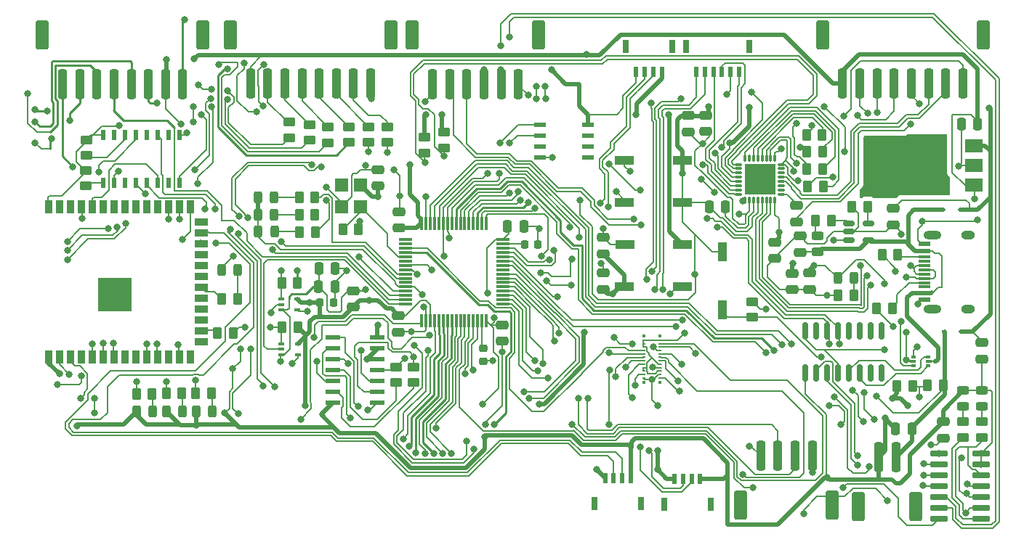
<source format=gbr>
%TF.GenerationSoftware,KiCad,Pcbnew,(6.0.11)*%
%TF.CreationDate,2023-04-06T14:42:31-07:00*%
%TF.ProjectId,EV5 Board Design,45563520-426f-4617-9264-204465736967,rev?*%
%TF.SameCoordinates,Original*%
%TF.FileFunction,Copper,L1,Top*%
%TF.FilePolarity,Positive*%
%FSLAX46Y46*%
G04 Gerber Fmt 4.6, Leading zero omitted, Abs format (unit mm)*
G04 Created by KiCad (PCBNEW (6.0.11)) date 2023-04-06 14:42:31*
%MOMM*%
%LPD*%
G01*
G04 APERTURE LIST*
G04 Aperture macros list*
%AMRoundRect*
0 Rectangle with rounded corners*
0 $1 Rounding radius*
0 $2 $3 $4 $5 $6 $7 $8 $9 X,Y pos of 4 corners*
0 Add a 4 corners polygon primitive as box body*
4,1,4,$2,$3,$4,$5,$6,$7,$8,$9,$2,$3,0*
0 Add four circle primitives for the rounded corners*
1,1,$1+$1,$2,$3*
1,1,$1+$1,$4,$5*
1,1,$1+$1,$6,$7*
1,1,$1+$1,$8,$9*
0 Add four rect primitives between the rounded corners*
20,1,$1+$1,$2,$3,$4,$5,0*
20,1,$1+$1,$4,$5,$6,$7,0*
20,1,$1+$1,$6,$7,$8,$9,0*
20,1,$1+$1,$8,$9,$2,$3,0*%
G04 Aperture macros list end*
%TA.AperFunction,SMDPad,CuDef*%
%ADD10R,0.500000X1.200000*%
%TD*%
%TA.AperFunction,SMDPad,CuDef*%
%ADD11R,0.800000X1.500000*%
%TD*%
%TA.AperFunction,SMDPad,CuDef*%
%ADD12RoundRect,0.250000X0.475000X-0.250000X0.475000X0.250000X-0.475000X0.250000X-0.475000X-0.250000X0*%
%TD*%
%TA.AperFunction,SMDPad,CuDef*%
%ADD13RoundRect,0.250000X-0.450000X0.262500X-0.450000X-0.262500X0.450000X-0.262500X0.450000X0.262500X0*%
%TD*%
%TA.AperFunction,SMDPad,CuDef*%
%ADD14RoundRect,0.250000X-0.250000X-0.475000X0.250000X-0.475000X0.250000X0.475000X-0.250000X0.475000X0*%
%TD*%
%TA.AperFunction,SMDPad,CuDef*%
%ADD15R,0.400000X0.200000*%
%TD*%
%TA.AperFunction,SMDPad,CuDef*%
%ADD16R,0.400000X0.410000*%
%TD*%
%TA.AperFunction,SMDPad,CuDef*%
%ADD17RoundRect,0.250000X0.262500X0.450000X-0.262500X0.450000X-0.262500X-0.450000X0.262500X-0.450000X0*%
%TD*%
%TA.AperFunction,SMDPad,CuDef*%
%ADD18RoundRect,0.250000X0.450000X-0.262500X0.450000X0.262500X-0.450000X0.262500X-0.450000X-0.262500X0*%
%TD*%
%TA.AperFunction,SMDPad,CuDef*%
%ADD19RoundRect,0.250000X-0.262500X-0.450000X0.262500X-0.450000X0.262500X0.450000X-0.262500X0.450000X0*%
%TD*%
%TA.AperFunction,SMDPad,CuDef*%
%ADD20RoundRect,0.243750X-0.243750X-0.456250X0.243750X-0.456250X0.243750X0.456250X-0.243750X0.456250X0*%
%TD*%
%TA.AperFunction,SMDPad,CuDef*%
%ADD21RoundRect,0.250000X-0.475000X0.250000X-0.475000X-0.250000X0.475000X-0.250000X0.475000X0.250000X0*%
%TD*%
%TA.AperFunction,SMDPad,CuDef*%
%ADD22RoundRect,0.243750X0.243750X0.456250X-0.243750X0.456250X-0.243750X-0.456250X0.243750X-0.456250X0*%
%TD*%
%TA.AperFunction,SMDPad,CuDef*%
%ADD23RoundRect,0.075000X-0.700000X-0.075000X0.700000X-0.075000X0.700000X0.075000X-0.700000X0.075000X0*%
%TD*%
%TA.AperFunction,SMDPad,CuDef*%
%ADD24RoundRect,0.075000X-0.075000X-0.700000X0.075000X-0.700000X0.075000X0.700000X-0.075000X0.700000X0*%
%TD*%
%TA.AperFunction,SMDPad,CuDef*%
%ADD25RoundRect,0.243750X-0.456250X0.243750X-0.456250X-0.243750X0.456250X-0.243750X0.456250X0.243750X0*%
%TD*%
%TA.AperFunction,SMDPad,CuDef*%
%ADD26R,0.500000X0.375000*%
%TD*%
%TA.AperFunction,SMDPad,CuDef*%
%ADD27R,0.650000X0.300000*%
%TD*%
%TA.AperFunction,SMDPad,CuDef*%
%ADD28RoundRect,0.218750X0.218750X0.256250X-0.218750X0.256250X-0.218750X-0.256250X0.218750X-0.256250X0*%
%TD*%
%TA.AperFunction,SMDPad,CuDef*%
%ADD29RoundRect,0.250000X0.250000X1.500000X-0.250000X1.500000X-0.250000X-1.500000X0.250000X-1.500000X0*%
%TD*%
%TA.AperFunction,SMDPad,CuDef*%
%ADD30RoundRect,0.250001X0.499999X1.449999X-0.499999X1.449999X-0.499999X-1.449999X0.499999X-1.449999X0*%
%TD*%
%TA.AperFunction,SMDPad,CuDef*%
%ADD31RoundRect,0.150000X-0.512500X-0.150000X0.512500X-0.150000X0.512500X0.150000X-0.512500X0.150000X0*%
%TD*%
%TA.AperFunction,SMDPad,CuDef*%
%ADD32R,2.160000X1.120000*%
%TD*%
%TA.AperFunction,SMDPad,CuDef*%
%ADD33RoundRect,0.250000X0.250000X0.475000X-0.250000X0.475000X-0.250000X-0.475000X0.250000X-0.475000X0*%
%TD*%
%TA.AperFunction,SMDPad,CuDef*%
%ADD34R,1.701800X0.533400*%
%TD*%
%TA.AperFunction,SMDPad,CuDef*%
%ADD35RoundRect,0.225000X0.225000X0.250000X-0.225000X0.250000X-0.225000X-0.250000X0.225000X-0.250000X0*%
%TD*%
%TA.AperFunction,SMDPad,CuDef*%
%ADD36R,1.422400X0.533400*%
%TD*%
%TA.AperFunction,SMDPad,CuDef*%
%ADD37RoundRect,0.007500X0.372500X0.117500X-0.372500X0.117500X-0.372500X-0.117500X0.372500X-0.117500X0*%
%TD*%
%TA.AperFunction,SMDPad,CuDef*%
%ADD38RoundRect,0.007500X-0.117500X0.372500X-0.117500X-0.372500X0.117500X-0.372500X0.117500X0.372500X0*%
%TD*%
%TA.AperFunction,SMDPad,CuDef*%
%ADD39R,3.650000X3.650000*%
%TD*%
%TA.AperFunction,SMDPad,CuDef*%
%ADD40RoundRect,0.250000X-0.250000X-1.500000X0.250000X-1.500000X0.250000X1.500000X-0.250000X1.500000X0*%
%TD*%
%TA.AperFunction,SMDPad,CuDef*%
%ADD41RoundRect,0.250001X-0.499999X-1.449999X0.499999X-1.449999X0.499999X1.449999X-0.499999X1.449999X0*%
%TD*%
%TA.AperFunction,SMDPad,CuDef*%
%ADD42R,0.650000X0.400000*%
%TD*%
%TA.AperFunction,SMDPad,CuDef*%
%ADD43R,1.500000X1.600000*%
%TD*%
%TA.AperFunction,SMDPad,CuDef*%
%ADD44R,1.450000X0.600000*%
%TD*%
%TA.AperFunction,SMDPad,CuDef*%
%ADD45R,1.450000X0.300000*%
%TD*%
%TA.AperFunction,ComponentPad*%
%ADD46O,1.600000X1.000000*%
%TD*%
%TA.AperFunction,ComponentPad*%
%ADD47O,2.100000X1.000000*%
%TD*%
%TA.AperFunction,SMDPad,CuDef*%
%ADD48R,0.600000X1.200000*%
%TD*%
%TA.AperFunction,SMDPad,CuDef*%
%ADD49RoundRect,0.225000X0.250000X-0.225000X0.250000X0.225000X-0.250000X0.225000X-0.250000X-0.225000X0*%
%TD*%
%TA.AperFunction,SMDPad,CuDef*%
%ADD50R,0.600000X0.450000*%
%TD*%
%TA.AperFunction,SMDPad,CuDef*%
%ADD51R,2.000000X1.500000*%
%TD*%
%TA.AperFunction,SMDPad,CuDef*%
%ADD52R,2.000000X3.800000*%
%TD*%
%TA.AperFunction,SMDPad,CuDef*%
%ADD53RoundRect,0.090000X0.895000X0.210000X-0.895000X0.210000X-0.895000X-0.210000X0.895000X-0.210000X0*%
%TD*%
%TA.AperFunction,SMDPad,CuDef*%
%ADD54RoundRect,0.150000X0.150000X-0.825000X0.150000X0.825000X-0.150000X0.825000X-0.150000X-0.825000X0*%
%TD*%
%TA.AperFunction,ComponentPad*%
%ADD55C,0.500000*%
%TD*%
%TA.AperFunction,SMDPad,CuDef*%
%ADD56R,3.900000X3.900000*%
%TD*%
%TA.AperFunction,SMDPad,CuDef*%
%ADD57R,0.900000X1.500000*%
%TD*%
%TA.AperFunction,SMDPad,CuDef*%
%ADD58R,1.500000X0.900000*%
%TD*%
%TA.AperFunction,SMDPad,CuDef*%
%ADD59R,1.120000X2.160000*%
%TD*%
%TA.AperFunction,ViaPad*%
%ADD60C,0.800000*%
%TD*%
%TA.AperFunction,Conductor*%
%ADD61C,0.200000*%
%TD*%
%TA.AperFunction,Conductor*%
%ADD62C,0.500000*%
%TD*%
%TA.AperFunction,Conductor*%
%ADD63C,0.127000*%
%TD*%
%TA.AperFunction,Conductor*%
%ADD64C,0.250000*%
%TD*%
G04 APERTURE END LIST*
D10*
%TO.P,J7,1,Pin_1*%
%TO.N,+3.3V*%
X173900000Y-110700000D03*
%TO.P,J7,2,Pin_2*%
%TO.N,/EEP_SCL*%
X174900000Y-110700000D03*
%TO.P,J7,3,Pin_3*%
%TO.N,/EEP_SDA*%
X175900000Y-110700000D03*
%TO.P,J7,4,Pin_4*%
%TO.N,GND*%
X176900000Y-110700000D03*
D11*
%TO.P,J7,5*%
%TO.N,N/C*%
X172700000Y-113650000D03*
%TO.P,J7,6*%
X178100000Y-113650000D03*
%TD*%
D12*
%TO.P,C17,1*%
%TO.N,+3.3VA*%
X175500000Y-70220000D03*
%TO.P,C17,2*%
%TO.N,GND*%
X175500000Y-68320000D03*
%TD*%
D13*
%TO.P,R9,1*%
%TO.N,Net-(J10-Pad2)*%
X140430000Y-69647500D03*
%TO.P,R9,2*%
%TO.N,/IO_PC8*%
X140430000Y-71472500D03*
%TD*%
D14*
%TO.P,C15,1*%
%TO.N,GND*%
X177970000Y-78960000D03*
%TO.P,C15,2*%
%TO.N,Net-(C15-Pad2)*%
X179870000Y-78960000D03*
%TD*%
D15*
%TO.P,U13,1*%
%TO.N,/BB_ROW_7*%
X172230000Y-98930000D03*
%TO.P,U13,2*%
%TO.N,+3.3V*%
X170350000Y-98930000D03*
%TO.P,U13,3*%
X172230000Y-98530000D03*
%TO.P,U13,4*%
%TO.N,/BB_MIC*%
X170350000Y-98530000D03*
%TO.P,U13,5*%
%TO.N,GND*%
X172230000Y-98127924D03*
%TO.P,U13,6*%
X170350000Y-98127924D03*
%TO.P,U13,7*%
%TO.N,+3.3V*%
X172230000Y-97730000D03*
%TO.P,U13,8*%
%TO.N,GND*%
X170350000Y-97730000D03*
%TO.P,U13,9*%
X172230000Y-97330000D03*
%TO.P,U13,10*%
%TO.N,/BB_ROW_1*%
X170350000Y-97330000D03*
%TO.P,U13,11*%
%TO.N,/BB_ROW_6*%
X172230000Y-96930000D03*
%TO.P,U13,12*%
%TO.N,/BB_COLS_1*%
X170350000Y-96930000D03*
%TO.P,U13,13*%
%TO.N,/BB_ROW_5*%
X172230000Y-96530000D03*
%TO.P,U13,14*%
%TO.N,/BB_ROW_2*%
X170350000Y-96530000D03*
%TO.P,U13,15*%
%TO.N,/BB_ROW_4*%
X172230000Y-96130000D03*
%TO.P,U13,16*%
%TO.N,/BB_COLS_2*%
X170350000Y-96130000D03*
%TO.P,U13,17*%
%TO.N,/BB_COLS_5*%
X172230000Y-95730000D03*
%TO.P,U13,18*%
%TO.N,/BB_COLS_3*%
X170350000Y-95730000D03*
%TO.P,U13,19*%
%TO.N,/BB_ROW_3*%
X172230000Y-95330000D03*
%TO.P,U13,20*%
%TO.N,GND*%
X170350000Y-95330000D03*
%TO.P,U13,21*%
%TO.N,/BB_COLS_4*%
X172230000Y-94930000D03*
%TO.P,U13,22*%
%TO.N,GND*%
X170350000Y-94930000D03*
%TO.P,U13,23*%
X172230000Y-94530000D03*
%TO.P,U13,24*%
X170350000Y-94530000D03*
D16*
%TO.P,U13,25*%
%TO.N,unconnected-(U13-Pad25)*%
X172230000Y-99435000D03*
%TO.P,U13,26*%
%TO.N,unconnected-(U13-Pad26)*%
X172230000Y-94025000D03*
%TO.P,U13,27*%
%TO.N,unconnected-(U13-Pad27)*%
X170350000Y-99435000D03*
%TO.P,U13,28*%
%TO.N,unconnected-(U13-Pad28)*%
X170350000Y-94025000D03*
%TD*%
D17*
%TO.P,R24,1*%
%TO.N,/PC0*%
X132025000Y-79870000D03*
%TO.P,R24,2*%
%TO.N,Net-(D8-Pad2)*%
X130200000Y-79870000D03*
%TD*%
D18*
%TO.P,R40,1*%
%TO.N,Net-(R40-Pad1)*%
X207540000Y-105892500D03*
%TO.P,R40,2*%
%TO.N,Net-(D12-Pad2)*%
X207540000Y-104067500D03*
%TD*%
D19*
%TO.P,R37,1*%
%TO.N,GND*%
X194577500Y-79000000D03*
%TO.P,R37,2*%
%TO.N,Net-(R37-Pad2)*%
X196402500Y-79000000D03*
%TD*%
%TO.P,R38,1*%
%TO.N,/BATT_CHG_PA0*%
X203367500Y-99830000D03*
%TO.P,R38,2*%
%TO.N,+BATT*%
X205192500Y-99830000D03*
%TD*%
D10*
%TO.P,J3,1,Pin_1*%
%TO.N,+3.3V*%
X165820000Y-110670000D03*
%TO.P,J3,2,Pin_2*%
%TO.N,/ESP_SDA*%
X166820000Y-110670000D03*
%TO.P,J3,3,Pin_3*%
%TO.N,/ESP_SCL*%
X167820000Y-110670000D03*
%TO.P,J3,4,Pin_4*%
%TO.N,GND*%
X168820000Y-110670000D03*
D11*
%TO.P,J3,5*%
%TO.N,N/C*%
X164620000Y-113620000D03*
%TO.P,J3,6*%
X170020000Y-113620000D03*
%TD*%
D20*
%TO.P,D7,1,K*%
%TO.N,GND*%
X125412500Y-77880000D03*
%TO.P,D7,2,A*%
%TO.N,Net-(D7-Pad2)*%
X127287500Y-77880000D03*
%TD*%
D13*
%TO.P,R33,1*%
%TO.N,Net-(J10-Pad5)*%
X133560000Y-69667500D03*
%TO.P,R33,2*%
%TO.N,/IO_PC5*%
X133560000Y-71492500D03*
%TD*%
D12*
%TO.P,C7,1*%
%TO.N,/MICBIAS*%
X188100000Y-80720000D03*
%TO.P,C7,2*%
%TO.N,Net-(C7-Pad2)*%
X188100000Y-78820000D03*
%TD*%
D13*
%TO.P,R7,1*%
%TO.N,+3.3V*%
X147030000Y-70247500D03*
%TO.P,R7,2*%
%TO.N,/EEP_SDA*%
X147030000Y-72072500D03*
%TD*%
D21*
%TO.P,C13,1*%
%TO.N,+3.3V*%
X153840000Y-92770000D03*
%TO.P,C13,2*%
%TO.N,GND*%
X153840000Y-94670000D03*
%TD*%
D22*
%TO.P,D1,1,K*%
%TO.N,Net-(D1-Pad1)*%
X194817500Y-87270000D03*
%TO.P,D1,2,A*%
%TO.N,+3.3V*%
X192942500Y-87270000D03*
%TD*%
D23*
%TO.P,U1,1,VBAT*%
%TO.N,unconnected-(U1-Pad1)*%
X142550000Y-82810000D03*
%TO.P,U1,2,PC13*%
%TO.N,unconnected-(U1-Pad2)*%
X142550000Y-83310000D03*
%TO.P,U1,3,PC14*%
%TO.N,/BB_COLS_3*%
X142550000Y-83810000D03*
%TO.P,U1,4,PC15*%
%TO.N,/BB_COLS_4*%
X142550000Y-84310000D03*
%TO.P,U1,5,PH0*%
%TO.N,/HSE_IN*%
X142550000Y-84810000D03*
%TO.P,U1,6,PH1*%
%TO.N,unconnected-(U1-Pad6)*%
X142550000Y-85310000D03*
%TO.P,U1,7,NRST*%
%TO.N,/EN_ESP*%
X142550000Y-85810000D03*
%TO.P,U1,8,PC0*%
%TO.N,/PC0*%
X142550000Y-86310000D03*
%TO.P,U1,9,PC1*%
%TO.N,/PC1*%
X142550000Y-86810000D03*
%TO.P,U1,10,PC2*%
%TO.N,/UART2_EN*%
X142550000Y-87310000D03*
%TO.P,U1,11,PC3*%
%TO.N,unconnected-(U1-Pad11)*%
X142550000Y-87810000D03*
%TO.P,U1,12,VSSA*%
%TO.N,GND*%
X142550000Y-88310000D03*
%TO.P,U1,13,VDDA*%
%TO.N,+3.3VA*%
X142550000Y-88810000D03*
%TO.P,U1,14,PA0*%
%TO.N,/BATT_CHG_PA0*%
X142550000Y-89310000D03*
%TO.P,U1,15,PA1*%
%TO.N,/CS_PA1*%
X142550000Y-89810000D03*
%TO.P,U1,16,PA2*%
%TO.N,/UART2_TX*%
X142550000Y-90310000D03*
D24*
%TO.P,U1,17,PA3*%
%TO.N,/UART2_RX*%
X144475000Y-92235000D03*
%TO.P,U1,18,VSS*%
%TO.N,GND*%
X144975000Y-92235000D03*
%TO.P,U1,19,VDD*%
%TO.N,+3.3V*%
X145475000Y-92235000D03*
%TO.P,U1,20,PA4*%
%TO.N,/DACLRC*%
X145975000Y-92235000D03*
%TO.P,U1,21,PA5*%
%TO.N,/SCK_SPI*%
X146475000Y-92235000D03*
%TO.P,U1,22,PA6*%
%TO.N,/RST_PA6*%
X146975000Y-92235000D03*
%TO.P,U1,23,PA7*%
%TO.N,/MOSI_SPI*%
X147475000Y-92235000D03*
%TO.P,U1,24,PC4*%
%TO.N,/IO_PC4*%
X147975000Y-92235000D03*
%TO.P,U1,25,PC5*%
%TO.N,/IO_PC5*%
X148475000Y-92235000D03*
%TO.P,U1,26,PB0*%
%TO.N,/DC_PB0*%
X148975000Y-92235000D03*
%TO.P,U1,27,PB1*%
%TO.N,/BB_MIC*%
X149475000Y-92235000D03*
%TO.P,U1,28,PB2*%
%TO.N,/BB_ROW_5*%
X149975000Y-92235000D03*
%TO.P,U1,29,PB10*%
%TO.N,/UART3_TX*%
X150475000Y-92235000D03*
%TO.P,U1,30,PB11*%
%TO.N,/UART3_RX*%
X150975000Y-92235000D03*
%TO.P,U1,31,VCAP_1*%
%TO.N,Net-(C21-Pad2)*%
X151475000Y-92235000D03*
%TO.P,U1,32,VDD*%
%TO.N,+3.3V*%
X151975000Y-92235000D03*
D23*
%TO.P,U1,33,PB12*%
%TO.N,/BB_ROW_1*%
X153900000Y-90310000D03*
%TO.P,U1,34,PB13*%
%TO.N,/BB_ROW_2*%
X153900000Y-89810000D03*
%TO.P,U1,35,PB14*%
%TO.N,/BB_ROW_3*%
X153900000Y-89310000D03*
%TO.P,U1,36,PB15*%
%TO.N,/BB_ROW_4*%
X153900000Y-88810000D03*
%TO.P,U1,37,PC6*%
%TO.N,/WM_PC6*%
X153900000Y-88310000D03*
%TO.P,U1,38,PC7*%
%TO.N,/WM_PC7*%
X153900000Y-87810000D03*
%TO.P,U1,39,PC8*%
%TO.N,/IO_PC8*%
X153900000Y-87310000D03*
%TO.P,U1,40,PC9*%
%TO.N,/IO_PC9*%
X153900000Y-86810000D03*
%TO.P,U1,41,PA8*%
%TO.N,unconnected-(U1-Pad41)*%
X153900000Y-86310000D03*
%TO.P,U1,42,PA9*%
%TO.N,/UART1_TX*%
X153900000Y-85810000D03*
%TO.P,U1,43,PA10*%
%TO.N,/UART1_RX*%
X153900000Y-85310000D03*
%TO.P,U1,44,PA11*%
%TO.N,Net-(SW9-Pad1)*%
X153900000Y-84810000D03*
%TO.P,U1,45,PA12*%
%TO.N,Net-(SW10-Pad1)*%
X153900000Y-84310000D03*
%TO.P,U1,46,PA13*%
%TO.N,/SWD_DIO*%
X153900000Y-83810000D03*
%TO.P,U1,47,VCAP_2*%
%TO.N,Net-(C22-Pad2)*%
X153900000Y-83310000D03*
%TO.P,U1,48,VDD*%
%TO.N,+3.3V*%
X153900000Y-82810000D03*
D24*
%TO.P,U1,49,PA14*%
%TO.N,/SWD_CLK*%
X151975000Y-80885000D03*
%TO.P,U1,50,PA15*%
%TO.N,/BL_PA4*%
X151475000Y-80885000D03*
%TO.P,U1,51,PC10*%
%TO.N,/BCLK*%
X150975000Y-80885000D03*
%TO.P,U1,52,PC11*%
%TO.N,/ADCDAT*%
X150475000Y-80885000D03*
%TO.P,U1,53,PC12*%
%TO.N,/DACDAT*%
X149975000Y-80885000D03*
%TO.P,U1,54,PD2*%
%TO.N,/PD2*%
X149475000Y-80885000D03*
%TO.P,U1,55,PB3*%
%TO.N,/BB_ROW_6*%
X148975000Y-80885000D03*
%TO.P,U1,56,PB4*%
%TO.N,/BB_ROW_7*%
X148475000Y-80885000D03*
%TO.P,U1,57,PB5*%
%TO.N,/BB_COLS_5*%
X147975000Y-80885000D03*
%TO.P,U1,58,PB6*%
%TO.N,/EEP_SCL*%
X147475000Y-80885000D03*
%TO.P,U1,59,PB7*%
%TO.N,/EEP_SDA*%
X146975000Y-80885000D03*
%TO.P,U1,60,BOOT0*%
%TO.N,/BOOT0*%
X146475000Y-80885000D03*
%TO.P,U1,61,PB8*%
%TO.N,/BB_COLS_2*%
X145975000Y-80885000D03*
%TO.P,U1,62,PB9*%
%TO.N,/BB_COLS_1*%
X145475000Y-80885000D03*
%TO.P,U1,63,VSS*%
%TO.N,GND*%
X144975000Y-80885000D03*
%TO.P,U1,64,VDD*%
%TO.N,+3.3V*%
X144475000Y-80885000D03*
%TD*%
D18*
%TO.P,R15,1*%
%TO.N,Net-(R15-Pad1)*%
X141478000Y-99464500D03*
%TO.P,R15,2*%
%TO.N,/BOOT0*%
X141478000Y-97639500D03*
%TD*%
D25*
%TO.P,D13,1,K*%
%TO.N,GND*%
X209690000Y-100392500D03*
%TO.P,D13,2,A*%
%TO.N,Net-(D13-Pad2)*%
X209690000Y-102267500D03*
%TD*%
D12*
%TO.P,C10,1*%
%TO.N,+3.3V*%
X136460000Y-90680000D03*
%TO.P,C10,2*%
%TO.N,GND*%
X136460000Y-88780000D03*
%TD*%
D26*
%TO.P,U4,1,I/O1*%
%TO.N,/USB_D+*%
X201770000Y-96462500D03*
D27*
%TO.P,U4,2,GND*%
%TO.N,GND*%
X201695000Y-97000000D03*
D26*
%TO.P,U4,3,I/O2*%
%TO.N,/USB_D-*%
X201770000Y-97537500D03*
%TO.P,U4,4,I/O2*%
%TO.N,/UD-*%
X203470000Y-97537500D03*
D27*
%TO.P,U4,5,VBUS*%
%TO.N,VBUS*%
X203545000Y-97000000D03*
D26*
%TO.P,U4,6,I/O1*%
%TO.N,/UD+*%
X203470000Y-96462500D03*
%TD*%
D13*
%TO.P,R35,1*%
%TO.N,Net-(J10-Pad7)*%
X129030000Y-69097500D03*
%TO.P,R35,2*%
%TO.N,/ESP_IO36*%
X129030000Y-70922500D03*
%TD*%
D28*
%TO.P,120R1,1*%
%TO.N,+3.3VA*%
X134187500Y-90140000D03*
%TO.P,120R1,2*%
%TO.N,+3.3V*%
X132612500Y-90140000D03*
%TD*%
D12*
%TO.P,C4,1*%
%TO.N,+3.3V*%
X139350000Y-76540000D03*
%TO.P,C4,2*%
%TO.N,GND*%
X139350000Y-74640000D03*
%TD*%
D19*
%TO.P,R20,1*%
%TO.N,Net-(R20-Pad1)*%
X121197500Y-89710000D03*
%TO.P,R20,2*%
%TO.N,Net-(D4-Pad2)*%
X123022500Y-89710000D03*
%TD*%
D29*
%TO.P,J6,1,Pin_1*%
%TO.N,/PWR_DSP*%
X116620000Y-64650000D03*
%TO.P,J6,2,Pin_2*%
%TO.N,GND*%
X114620000Y-64650000D03*
%TO.P,J6,3,Pin_3*%
%TO.N,/MOSI_SPI*%
X112620000Y-64650000D03*
%TO.P,J6,4,Pin_4*%
%TO.N,/SCK_SPI*%
X110620000Y-64650000D03*
%TO.P,J6,5,Pin_5*%
%TO.N,/CS_PA1*%
X108620000Y-64650000D03*
%TO.P,J6,6,Pin_6*%
%TO.N,/DC_PB0*%
X106620000Y-64650000D03*
%TO.P,J6,7,Pin_7*%
%TO.N,/RST_PA6*%
X104620000Y-64650000D03*
%TO.P,J6,8,Pin_8*%
%TO.N,/BL_PA4*%
X102620000Y-64650000D03*
D30*
%TO.P,J6,MP*%
%TO.N,N/C*%
X118970000Y-58900000D03*
X100270000Y-58900000D03*
%TD*%
D14*
%TO.P,C2,1*%
%TO.N,+3.3V*%
X207320000Y-69340000D03*
%TO.P,C2,2*%
%TO.N,GND*%
X209220000Y-69340000D03*
%TD*%
D19*
%TO.P,R19,1*%
%TO.N,Net-(R19-Pad1)*%
X118147500Y-100720000D03*
%TO.P,R19,2*%
%TO.N,Net-(D6-Pad2)*%
X119972500Y-100720000D03*
%TD*%
D13*
%TO.P,R8,1*%
%TO.N,+3.3V*%
X144820000Y-70847500D03*
%TO.P,R8,2*%
%TO.N,/EEP_SCL*%
X144820000Y-72672500D03*
%TD*%
D18*
%TO.P,R41,1*%
%TO.N,Net-(R41-Pad1)*%
X143510000Y-99464500D03*
%TO.P,R41,2*%
%TO.N,Net-(C25-Pad2)*%
X143510000Y-97639500D03*
%TD*%
D31*
%TO.P,U12,1,STAT*%
%TO.N,Net-(R36-Pad1)*%
X194232500Y-80930000D03*
%TO.P,U12,2,VSS*%
%TO.N,GND*%
X194232500Y-81880000D03*
%TO.P,U12,3,VBAT*%
%TO.N,+BATT*%
X194232500Y-82830000D03*
%TO.P,U12,4,VDD*%
%TO.N,VBUS*%
X196507500Y-82830000D03*
%TO.P,U12,5,PROG*%
%TO.N,Net-(R37-Pad2)*%
X196507500Y-80930000D03*
%TD*%
D25*
%TO.P,D12,1,K*%
%TO.N,GND*%
X207530000Y-100410000D03*
%TO.P,D12,2,A*%
%TO.N,Net-(D12-Pad2)*%
X207530000Y-102285000D03*
%TD*%
D32*
%TO.P,SW10,1,1*%
%TO.N,Net-(SW10-Pad1)*%
X168075000Y-78460000D03*
%TO.P,SW10,2,2*%
%TO.N,GND*%
X174805000Y-78460000D03*
%TD*%
D20*
%TO.P,D4,1,K*%
%TO.N,GND*%
X121132500Y-86310000D03*
%TO.P,D4,2,A*%
%TO.N,Net-(D4-Pad2)*%
X123007500Y-86310000D03*
%TD*%
D12*
%TO.P,C18,1*%
%TO.N,+3.3VA*%
X177550000Y-70200000D03*
%TO.P,C18,2*%
%TO.N,GND*%
X177550000Y-68300000D03*
%TD*%
D18*
%TO.P,R22,1*%
%TO.N,Net-(R22-Pad1)*%
X209710000Y-105882500D03*
%TO.P,R22,2*%
%TO.N,Net-(D13-Pad2)*%
X209710000Y-104057500D03*
%TD*%
D14*
%TO.P,C12,1*%
%TO.N,+3.3V*%
X154440000Y-81240000D03*
%TO.P,C12,2*%
%TO.N,GND*%
X156340000Y-81240000D03*
%TD*%
D12*
%TO.P,C3,1*%
%TO.N,GND*%
X189680000Y-88600000D03*
%TO.P,C3,2*%
%TO.N,+3.3V*%
X189680000Y-86700000D03*
%TD*%
D29*
%TO.P,J11,1,Pin_1*%
%TO.N,Net-(J11-Pad1)*%
X155720000Y-64690000D03*
%TO.P,J11,2,Pin_2*%
%TO.N,/Q_2*%
X153720000Y-64690000D03*
%TO.P,J11,3,Pin_3*%
%TO.N,/QBAR_2*%
X151720000Y-64690000D03*
%TO.P,J11,4,Pin_4*%
%TO.N,/CH_DTR*%
X149720000Y-64690000D03*
%TO.P,J11,5,Pin_5*%
%TO.N,/CH_RTS*%
X147720000Y-64690000D03*
%TO.P,J11,6,Pin_6*%
%TO.N,Net-(J11-Pad6)*%
X145720000Y-64690000D03*
D30*
%TO.P,J11,MP*%
%TO.N,N/C*%
X143370000Y-58940000D03*
X158070000Y-58940000D03*
%TD*%
D29*
%TO.P,J4,1,Pin_1*%
%TO.N,+3.3VA*%
X207500000Y-64610000D03*
%TO.P,J4,2,Pin_2*%
%TO.N,/LINPUT1*%
X205500000Y-64610000D03*
%TO.P,J4,3,Pin_3*%
%TO.N,/RINPUT1*%
X203500000Y-64610000D03*
%TO.P,J4,4,Pin_4*%
%TO.N,/MICBIAS*%
X201500000Y-64610000D03*
%TO.P,J4,5,Pin_5*%
%TO.N,/HP_L*%
X199500000Y-64610000D03*
%TO.P,J4,6,Pin_6*%
%TO.N,/HP_R*%
X197500000Y-64610000D03*
%TO.P,J4,7,Pin_7*%
%TO.N,/OUT3*%
X195500000Y-64610000D03*
%TO.P,J4,8,Pin_8*%
%TO.N,GND*%
X193500000Y-64610000D03*
D30*
%TO.P,J4,MP*%
%TO.N,N/C*%
X209850000Y-58860000D03*
X191150000Y-58860000D03*
%TD*%
D33*
%TO.P,C8,1*%
%TO.N,+3.3VA*%
X134400000Y-86200000D03*
%TO.P,C8,2*%
%TO.N,GND*%
X132500000Y-86200000D03*
%TD*%
D32*
%TO.P,SW6,1,1*%
%TO.N,+3.3V*%
X168105000Y-88270000D03*
%TO.P,SW6,2,2*%
%TO.N,Net-(C25-Pad2)*%
X174835000Y-88270000D03*
%TD*%
D12*
%TO.P,C11,1*%
%TO.N,+3.3V*%
X141855000Y-81430000D03*
%TO.P,C11,2*%
%TO.N,GND*%
X141855000Y-79530000D03*
%TD*%
D18*
%TO.P,R21,1*%
%TO.N,Net-(R21-Pad1)*%
X105440000Y-72982500D03*
%TO.P,R21,2*%
%TO.N,GND*%
X105440000Y-71157500D03*
%TD*%
D12*
%TO.P,C6,1*%
%TO.N,GND*%
X187590000Y-88620000D03*
%TO.P,C6,2*%
%TO.N,+3.3V*%
X187590000Y-86720000D03*
%TD*%
D10*
%TO.P,J2,1,Pin_1*%
%TO.N,/SPK_RP*%
X181450000Y-63220000D03*
%TO.P,J2,2,Pin_2*%
%TO.N,/SPK_RN*%
X180450000Y-63220000D03*
%TO.P,J2,3,Pin_3*%
%TO.N,/SPK_LP*%
X179450000Y-63220000D03*
%TO.P,J2,4,Pin_4*%
%TO.N,/SPK_LN*%
X178450000Y-63220000D03*
%TO.P,J2,5,Pin_5*%
%TO.N,/WM_PC6*%
X177450000Y-63220000D03*
%TO.P,J2,6,Pin_6*%
%TO.N,/WM_PC7*%
X176450000Y-63220000D03*
D11*
%TO.P,J2,7*%
%TO.N,N/C*%
X182650000Y-60270000D03*
%TO.P,J2,8*%
X175250000Y-60270000D03*
%TD*%
D12*
%TO.P,C24,1*%
%TO.N,+3.3V*%
X165608000Y-84450000D03*
%TO.P,C24,2*%
%TO.N,/BOOT0*%
X165608000Y-82550000D03*
%TD*%
D10*
%TO.P,J5,1,Pin_1*%
%TO.N,+3.3V*%
X172460000Y-63240000D03*
%TO.P,J5,2,Pin_2*%
%TO.N,/UART3_TX*%
X171460000Y-63240000D03*
%TO.P,J5,3,Pin_3*%
%TO.N,/UART3_RX*%
X170460000Y-63240000D03*
%TO.P,J5,4,Pin_4*%
%TO.N,GND*%
X169460000Y-63240000D03*
D11*
%TO.P,J5,5*%
%TO.N,N/C*%
X173660000Y-60290000D03*
%TO.P,J5,6*%
X168260000Y-60290000D03*
%TD*%
D12*
%TO.P,C23,1*%
%TO.N,Net-(C23-Pad1)*%
X205210000Y-105960000D03*
%TO.P,C23,2*%
%TO.N,GND*%
X205210000Y-104060000D03*
%TD*%
D29*
%TO.P,J10,1,Pin_1*%
%TO.N,+3.3V*%
X138520000Y-64610000D03*
%TO.P,J10,2,Pin_2*%
%TO.N,Net-(J10-Pad2)*%
X136520000Y-64610000D03*
%TO.P,J10,3,Pin_3*%
%TO.N,Net-(J10-Pad3)*%
X134520000Y-64610000D03*
%TO.P,J10,4,Pin_4*%
%TO.N,Net-(J10-Pad4)*%
X132520000Y-64610000D03*
%TO.P,J10,5,Pin_5*%
%TO.N,Net-(J10-Pad5)*%
X130520000Y-64610000D03*
%TO.P,J10,6,Pin_6*%
%TO.N,Net-(J10-Pad6)*%
X128520000Y-64610000D03*
%TO.P,J10,7,Pin_7*%
%TO.N,Net-(J10-Pad7)*%
X126520000Y-64610000D03*
%TO.P,J10,8,Pin_8*%
%TO.N,GND*%
X124520000Y-64610000D03*
D30*
%TO.P,J10,MP*%
%TO.N,N/C*%
X140870000Y-58860000D03*
X122170000Y-58860000D03*
%TD*%
D17*
%TO.P,R32,1*%
%TO.N,GND*%
X122502500Y-93670000D03*
%TO.P,R32,2*%
%TO.N,Net-(R32-Pad2)*%
X120677500Y-93670000D03*
%TD*%
D18*
%TO.P,R6,1*%
%TO.N,Net-(R6-Pad1)*%
X105300000Y-76552500D03*
%TO.P,R6,2*%
%TO.N,GND*%
X105300000Y-74727500D03*
%TD*%
D17*
%TO.P,R25,1*%
%TO.N,/PD2*%
X132042500Y-81890000D03*
%TO.P,R25,2*%
%TO.N,Net-(D9-Pad2)*%
X130217500Y-81890000D03*
%TD*%
D34*
%TO.P,U8,1,1A*%
%TO.N,/CH_RTS*%
X134119200Y-94220000D03*
%TO.P,U8,2,1Y*%
%TO.N,/C_2*%
X134119200Y-95490000D03*
%TO.P,U8,3,2A*%
%TO.N,Net-(J11-Pad1)*%
X134119200Y-96760000D03*
%TO.P,U8,4,2Y*%
%TO.N,Net-(R15-Pad1)*%
X134119200Y-98030000D03*
%TO.P,U8,5,3A*%
%TO.N,Net-(J11-Pad6)*%
X134119200Y-99300000D03*
%TO.P,U8,6,3Y*%
%TO.N,Net-(R41-Pad1)*%
X134119200Y-100570000D03*
%TO.P,U8,7,GND*%
%TO.N,GND*%
X134119200Y-101840000D03*
%TO.P,U8,8,4Y*%
%TO.N,/EN_ESP*%
X139300800Y-101840000D03*
%TO.P,U8,9,4A*%
%TO.N,Net-(C25-Pad2)*%
X139300800Y-100570000D03*
%TO.P,U8,10,5Y*%
%TO.N,/BOOT_ESP*%
X139300800Y-99300000D03*
%TO.P,U8,11,5A*%
%TO.N,/BOOT0*%
X139300800Y-98030000D03*
%TO.P,U8,12,6Y*%
%TO.N,GND*%
X139300800Y-96760000D03*
%TO.P,U8,13,6A*%
X139300800Y-95490000D03*
%TO.P,U8,14,VCC*%
%TO.N,+3.3V*%
X139300800Y-94220000D03*
%TD*%
D19*
%TO.P,R31,1*%
%TO.N,/ADCDAT*%
X189417500Y-76600000D03*
%TO.P,R31,2*%
%TO.N,Net-(R31-Pad2)*%
X191242500Y-76600000D03*
%TD*%
D17*
%TO.P,R36,1*%
%TO.N,Net-(R36-Pad1)*%
X192192500Y-80580000D03*
%TO.P,R36,2*%
%TO.N,Net-(D11-Pad1)*%
X190367500Y-80580000D03*
%TD*%
D19*
%TO.P,R12,1*%
%TO.N,GND*%
X197467500Y-90840000D03*
%TO.P,R12,2*%
%TO.N,Net-(J9-PadA5)*%
X199292500Y-90840000D03*
%TD*%
%TO.P,R18,1*%
%TO.N,Net-(R18-Pad1)*%
X114707500Y-100760000D03*
%TO.P,R18,2*%
%TO.N,Net-(D5-Pad2)*%
X116532500Y-100760000D03*
%TD*%
%TO.P,R29,1*%
%TO.N,/DACDAT*%
X189337500Y-74560000D03*
%TO.P,R29,2*%
%TO.N,Net-(R29-Pad2)*%
X191162500Y-74560000D03*
%TD*%
D35*
%TO.P,C22,1*%
%TO.N,GND*%
X158005000Y-83330000D03*
%TO.P,C22,2*%
%TO.N,Net-(C22-Pad2)*%
X156455000Y-83330000D03*
%TD*%
D20*
%TO.P,D6,1,K*%
%TO.N,GND*%
X118192500Y-102810000D03*
%TO.P,D6,2,A*%
%TO.N,Net-(D6-Pad2)*%
X120067500Y-102810000D03*
%TD*%
D36*
%TO.P,CR1,1,E0*%
%TO.N,unconnected-(CR1-Pad1)*%
X163854000Y-73205000D03*
%TO.P,CR1,2,E1*%
%TO.N,unconnected-(CR1-Pad2)*%
X163854000Y-71935000D03*
%TO.P,CR1,3,E2*%
%TO.N,unconnected-(CR1-Pad3)*%
X163854000Y-70665000D03*
%TO.P,CR1,4,VSS*%
%TO.N,GND*%
X163854000Y-69395000D03*
%TO.P,CR1,5,SDA*%
%TO.N,/EEP_SDA*%
X158266000Y-69395000D03*
%TO.P,CR1,6,SCL*%
%TO.N,/EEP_SCL*%
X158266000Y-70665000D03*
%TO.P,CR1,7,\u002AWC*%
%TO.N,unconnected-(CR1-Pad7)*%
X158266000Y-71935000D03*
%TO.P,CR1,8,VCC*%
%TO.N,+3.3V*%
X158266000Y-73205000D03*
%TD*%
D13*
%TO.P,R30,1*%
%TO.N,Net-(J10-Pad4)*%
X135970000Y-69647500D03*
%TO.P,R30,2*%
%TO.N,/IO_PC4*%
X135970000Y-71472500D03*
%TD*%
D37*
%TO.P,U14,1,MICBIAS*%
%TO.N,Net-(C7-Pad2)*%
X186342500Y-77520000D03*
%TO.P,U14,2,LINPUT3*%
%TO.N,unconnected-(U14-Pad2)*%
X186342500Y-77020000D03*
%TO.P,U14,3,LINPUT2*%
%TO.N,unconnected-(U14-Pad3)*%
X186342500Y-76520000D03*
%TO.P,U14,4,LINPUT1*%
%TO.N,/LINPUT1*%
X186342500Y-76020000D03*
%TO.P,U14,5,RINPUT1*%
%TO.N,/RINPUT1*%
X186342500Y-75520000D03*
%TO.P,U14,6,RINPUT2*%
%TO.N,unconnected-(U14-Pad6)*%
X186342500Y-75020000D03*
%TO.P,U14,7,RINPUT3*%
%TO.N,unconnected-(U14-Pad7)*%
X186342500Y-74520000D03*
%TO.P,U14,8,DCVDD*%
%TO.N,+3.3V*%
X186342500Y-74020000D03*
D38*
%TO.P,U14,9,DGND*%
%TO.N,GND*%
X185617500Y-73295000D03*
%TO.P,U14,10,DBVDD*%
%TO.N,+3.3V*%
X185117500Y-73295000D03*
%TO.P,U14,11,MCLK*%
%TO.N,Net-(R26-Pad2)*%
X184617500Y-73295000D03*
%TO.P,U14,12,BCLK*%
%TO.N,Net-(R27-Pad2)*%
X184117500Y-73295000D03*
%TO.P,U14,13,DACLRC*%
%TO.N,Net-(R28-Pad2)*%
X183617500Y-73295000D03*
%TO.P,U14,14,DACDAT*%
%TO.N,Net-(R29-Pad2)*%
X183117500Y-73295000D03*
%TO.P,U14,15,ADCLRC*%
%TO.N,unconnected-(U14-Pad15)*%
X182617500Y-73295000D03*
%TO.P,U14,16,ADCDAT*%
%TO.N,Net-(R31-Pad2)*%
X182117500Y-73295000D03*
D37*
%TO.P,U14,17,SCLK*%
%TO.N,/EEP_SCL*%
X181392500Y-74020000D03*
%TO.P,U14,18,SDIN*%
%TO.N,/EEP_SDA*%
X181392500Y-74520000D03*
%TO.P,U14,19,SPK_RN*%
%TO.N,/SPK_RN*%
X181392500Y-75020000D03*
%TO.P,U14,20,SPKGND2*%
%TO.N,GND*%
X181392500Y-75520000D03*
%TO.P,U14,21,SPKVDD2*%
%TO.N,+3.3VA*%
X181392500Y-76020000D03*
%TO.P,U14,22,SPK_RP*%
%TO.N,/SPK_RP*%
X181392500Y-76520000D03*
%TO.P,U14,23,SPK_LN*%
%TO.N,/SPK_LN*%
X181392500Y-77020000D03*
%TO.P,U14,24,SPKGND1*%
%TO.N,GND*%
X181392500Y-77520000D03*
D38*
%TO.P,U14,25,SPK_LP*%
%TO.N,/SPK_LP*%
X182117500Y-78245000D03*
%TO.P,U14,26,SPKVDD1*%
%TO.N,+3.3VA*%
X182617500Y-78245000D03*
%TO.P,U14,27,AMID*%
%TO.N,Net-(C15-Pad2)*%
X183117500Y-78245000D03*
%TO.P,U14,28,AGND*%
%TO.N,GND*%
X183617500Y-78245000D03*
%TO.P,U14,29,HP_R*%
%TO.N,/HP_R*%
X184117500Y-78245000D03*
%TO.P,U14,30,OUT3*%
%TO.N,/OUT3*%
X184617500Y-78245000D03*
%TO.P,U14,31,HP_L*%
%TO.N,/HP_L*%
X185117500Y-78245000D03*
%TO.P,U14,32,AVDD*%
%TO.N,+3.3VA*%
X185617500Y-78245000D03*
D39*
%TO.P,U14,33,EP*%
%TO.N,unconnected-(U14-Pad33)*%
X183867500Y-75770000D03*
%TD*%
D25*
%TO.P,D11,1,K*%
%TO.N,Net-(D11-Pad1)*%
X190590000Y-82372500D03*
%TO.P,D11,2,A*%
%TO.N,VBUS*%
X190590000Y-84247500D03*
%TD*%
D19*
%TO.P,R28,1*%
%TO.N,/DACLRC*%
X189347500Y-72560000D03*
%TO.P,R28,2*%
%TO.N,Net-(R28-Pad2)*%
X191172500Y-72560000D03*
%TD*%
D21*
%TO.P,C16,1*%
%TO.N,+3.3VA*%
X185590000Y-83090000D03*
%TO.P,C16,2*%
%TO.N,GND*%
X185590000Y-84990000D03*
%TD*%
D40*
%TO.P,J8,1,Pin_1*%
%TO.N,+3.3V*%
X183970000Y-108040000D03*
%TO.P,J8,2,Pin_2*%
%TO.N,/SWD_DIO*%
X185970000Y-108040000D03*
%TO.P,J8,3,Pin_3*%
%TO.N,/SWD_CLK*%
X187970000Y-108040000D03*
%TO.P,J8,4,Pin_4*%
%TO.N,GND*%
X189970000Y-108040000D03*
D41*
%TO.P,J8,MP*%
%TO.N,N/C*%
X192320000Y-113790000D03*
X181620000Y-113790000D03*
%TD*%
D19*
%TO.P,R39,1*%
%TO.N,GND*%
X199827500Y-99860000D03*
%TO.P,R39,2*%
%TO.N,/BATT_CHG_PA0*%
X201652500Y-99860000D03*
%TD*%
D12*
%TO.P,C1,1*%
%TO.N,VBUS*%
X188520000Y-84260000D03*
%TO.P,C1,2*%
%TO.N,GND*%
X188520000Y-82360000D03*
%TD*%
D13*
%TO.P,R5,1*%
%TO.N,+3.3V*%
X183000000Y-90027500D03*
%TO.P,R5,2*%
%TO.N,Net-(C23-Pad1)*%
X183000000Y-91852500D03*
%TD*%
D33*
%TO.P,C19,1*%
%TO.N,+BATT*%
X201570000Y-104910000D03*
%TO.P,C19,2*%
%TO.N,GND*%
X199670000Y-104910000D03*
%TD*%
D19*
%TO.P,R1,1*%
%TO.N,GND*%
X192997500Y-89330000D03*
%TO.P,R1,2*%
%TO.N,Net-(D1-Pad1)*%
X194822500Y-89330000D03*
%TD*%
D21*
%TO.P,C14,1*%
%TO.N,+3.3V*%
X141765000Y-91690000D03*
%TO.P,C14,2*%
%TO.N,GND*%
X141765000Y-93590000D03*
%TD*%
D33*
%TO.P,C9,1*%
%TO.N,+3.3VA*%
X134350000Y-88240000D03*
%TO.P,C9,2*%
%TO.N,GND*%
X132450000Y-88240000D03*
%TD*%
D42*
%TO.P,U3,1,~{OE}*%
%TO.N,/ESP_UART1_EN*%
X128120000Y-94930000D03*
%TO.P,U3,2,A*%
%TO.N,/UART2_TX*%
X128120000Y-95580000D03*
%TO.P,U3,3,GND*%
%TO.N,GND*%
X128120000Y-96230000D03*
%TO.P,U3,4,Y*%
%TO.N,/ESP_UART1_RX*%
X130020000Y-96230000D03*
%TO.P,U3,5,VCC*%
%TO.N,+3.3V*%
X130020000Y-94930000D03*
%TD*%
D12*
%TO.P,C25,1*%
%TO.N,+3.3V*%
X165608000Y-88580000D03*
%TO.P,C25,2*%
%TO.N,Net-(C25-Pad2)*%
X165608000Y-86680000D03*
%TD*%
D20*
%TO.P,D3,1,K*%
%TO.N,GND*%
X111232500Y-102820000D03*
%TO.P,D3,2,A*%
%TO.N,Net-(D3-Pad2)*%
X113107500Y-102820000D03*
%TD*%
D43*
%TO.P,X1,1,~{ST}*%
%TO.N,unconnected-(X1-Pad1)*%
X135130000Y-76410000D03*
%TO.P,X1,2,GND*%
%TO.N,GND*%
X135130000Y-78950000D03*
%TO.P,X1,3,OUT*%
%TO.N,/HSE_IN*%
X137330000Y-78950000D03*
%TO.P,X1,4,VCC*%
%TO.N,+3.3V*%
X137330000Y-76410000D03*
%TD*%
D21*
%TO.P,C20,1*%
%TO.N,/PWR_DSP*%
X199400000Y-79150000D03*
%TO.P,C20,2*%
%TO.N,GND*%
X199400000Y-81050000D03*
%TD*%
D44*
%TO.P,J9,A1,GND*%
%TO.N,GND*%
X203045000Y-89820000D03*
%TO.P,J9,A4,VBUS*%
%TO.N,VBUS*%
X203045000Y-89020000D03*
D45*
%TO.P,J9,A5,CC1*%
%TO.N,Net-(J9-PadA5)*%
X203045000Y-87820000D03*
%TO.P,J9,A6,D+*%
%TO.N,/USB_D+*%
X203045000Y-86820000D03*
%TO.P,J9,A7,D-*%
%TO.N,/USB_D-*%
X203045000Y-86320000D03*
%TO.P,J9,A8,SBU1*%
%TO.N,unconnected-(J9-PadA8)*%
X203045000Y-85320000D03*
D44*
%TO.P,J9,A9,VBUS*%
%TO.N,VBUS*%
X203045000Y-84120000D03*
%TO.P,J9,A12,GND*%
%TO.N,GND*%
X203045000Y-83320000D03*
%TO.P,J9,B1,GND*%
X203045000Y-83320000D03*
%TO.P,J9,B4,VBUS*%
%TO.N,VBUS*%
X203045000Y-84120000D03*
D45*
%TO.P,J9,B5,CC2*%
%TO.N,Net-(J9-PadB5)*%
X203045000Y-84820000D03*
%TO.P,J9,B6,D+*%
%TO.N,/USB_D+*%
X203045000Y-85820000D03*
%TO.P,J9,B7,D-*%
%TO.N,/USB_D-*%
X203045000Y-87320000D03*
%TO.P,J9,B8,SBU2*%
%TO.N,unconnected-(J9-PadB8)*%
X203045000Y-88320000D03*
D44*
%TO.P,J9,B9,VBUS*%
%TO.N,VBUS*%
X203045000Y-89020000D03*
%TO.P,J9,B12,GND*%
%TO.N,GND*%
X203045000Y-89820000D03*
D46*
%TO.P,J9,S1,SHIELD*%
%TO.N,unconnected-(J9-PadS1)*%
X208140000Y-90890000D03*
D47*
X203960000Y-82250000D03*
D46*
X208140000Y-82250000D03*
D47*
X203960000Y-90890000D03*
%TD*%
D48*
%TO.P,U16,1,Y0*%
%TO.N,/UART1_TX*%
X116255000Y-70610000D03*
%TO.P,U16,2,Y2*%
%TO.N,unconnected-(U16-Pad2)*%
X114985000Y-70610000D03*
%TO.P,U16,3,Y*%
%TO.N,/CH_RXD*%
X113715000Y-70610000D03*
%TO.P,U16,4,Y3*%
%TO.N,unconnected-(U16-Pad4)*%
X112445000Y-70610000D03*
%TO.P,U16,5,Y1*%
%TO.N,/ESP_TX0*%
X111175000Y-70610000D03*
%TO.P,U16,6,INH*%
%TO.N,Net-(R21-Pad1)*%
X109905000Y-70610000D03*
%TO.P,U16,7,VEE*%
%TO.N,unconnected-(U16-Pad7)*%
X108635000Y-70610000D03*
%TO.P,U16,8,GND*%
%TO.N,GND*%
X107365000Y-70610000D03*
%TO.P,U16,9,B*%
%TO.N,Net-(R6-Pad1)*%
X107365000Y-76210000D03*
%TO.P,U16,10,A*%
%TO.N,Net-(R22-Pad1)*%
X108635000Y-76210000D03*
%TO.P,U16,11,X3*%
%TO.N,unconnected-(U16-Pad11)*%
X109905000Y-76210000D03*
%TO.P,U16,12,X0*%
%TO.N,/UART1_RX*%
X111175000Y-76210000D03*
%TO.P,U16,13,X*%
%TO.N,/CH_TXD*%
X112445000Y-76210000D03*
%TO.P,U16,14,X1*%
%TO.N,/ESP_RX0*%
X113715000Y-76210000D03*
%TO.P,U16,15,X2*%
%TO.N,unconnected-(U16-Pad15)*%
X114985000Y-76210000D03*
%TO.P,U16,16,VCC*%
%TO.N,+3.3V*%
X116255000Y-76210000D03*
%TD*%
D19*
%TO.P,R11,1*%
%TO.N,GND*%
X198097500Y-84580000D03*
%TO.P,R11,2*%
%TO.N,Net-(J9-PadB5)*%
X199922500Y-84580000D03*
%TD*%
D21*
%TO.P,C5,1*%
%TO.N,/PWR_DSP*%
X209730000Y-94830000D03*
%TO.P,C5,2*%
%TO.N,GND*%
X209730000Y-96730000D03*
%TD*%
D17*
%TO.P,R23,1*%
%TO.N,/PC1*%
X132010000Y-77880000D03*
%TO.P,R23,2*%
%TO.N,Net-(D7-Pad2)*%
X130185000Y-77880000D03*
%TD*%
D19*
%TO.P,R27,1*%
%TO.N,/BCLK*%
X189307500Y-70550000D03*
%TO.P,R27,2*%
%TO.N,Net-(R27-Pad2)*%
X191132500Y-70550000D03*
%TD*%
D49*
%TO.P,C21,1*%
%TO.N,GND*%
X151620000Y-97025000D03*
%TO.P,C21,2*%
%TO.N,Net-(C21-Pad2)*%
X151620000Y-95475000D03*
%TD*%
D50*
%TO.P,D2,1,K*%
%TO.N,/PWR_DSP*%
X207450000Y-93550000D03*
%TO.P,D2,2,A*%
%TO.N,+BATT*%
X205350000Y-93550000D03*
%TD*%
D19*
%TO.P,R17,1*%
%TO.N,Net-(R17-Pad1)*%
X111237500Y-100790000D03*
%TO.P,R17,2*%
%TO.N,Net-(D3-Pad2)*%
X113062500Y-100790000D03*
%TD*%
D50*
%TO.P,D10,1,K*%
%TO.N,/PWR_DSP*%
X207250000Y-79340000D03*
%TO.P,D10,2,A*%
%TO.N,VBUS*%
X205150000Y-79340000D03*
%TD*%
D19*
%TO.P,R3,1*%
%TO.N,/ESP_UART1_EN*%
X128187500Y-92990000D03*
%TO.P,R3,2*%
%TO.N,+3.3V*%
X130012500Y-92990000D03*
%TD*%
D20*
%TO.P,D8,1,K*%
%TO.N,GND*%
X125412500Y-79880000D03*
%TO.P,D8,2,A*%
%TO.N,Net-(D8-Pad2)*%
X127287500Y-79880000D03*
%TD*%
%TO.P,D9,1,K*%
%TO.N,GND*%
X125422500Y-81870000D03*
%TO.P,D9,2,A*%
%TO.N,Net-(D9-Pad2)*%
X127297500Y-81870000D03*
%TD*%
D13*
%TO.P,R10,1*%
%TO.N,Net-(J10-Pad3)*%
X138280000Y-69627500D03*
%TO.P,R10,2*%
%TO.N,/IO_PC9*%
X138280000Y-71452500D03*
%TD*%
D42*
%TO.P,U9,1,~{OE}*%
%TO.N,/UART2_EN*%
X128070000Y-89720000D03*
%TO.P,U9,2,A*%
%TO.N,/ESP_UART1_TX*%
X128070000Y-90370000D03*
%TO.P,U9,3,GND*%
%TO.N,GND*%
X128070000Y-91020000D03*
%TO.P,U9,4,Y*%
%TO.N,/UART2_RX*%
X129970000Y-91020000D03*
%TO.P,U9,5,VCC*%
%TO.N,+3.3V*%
X129970000Y-89720000D03*
%TD*%
D19*
%TO.P,R26,1*%
%TO.N,/HSE_IN*%
X135257500Y-81630000D03*
%TO.P,R26,2*%
%TO.N,Net-(R26-Pad2)*%
X137082500Y-81630000D03*
%TD*%
D40*
%TO.P,J1,1,Pin_1*%
%TO.N,GND*%
X197690000Y-108170000D03*
%TO.P,J1,2,Pin_2*%
%TO.N,+BATT*%
X199690000Y-108170000D03*
D41*
%TO.P,J1,MP*%
%TO.N,N/C*%
X202040000Y-113920000D03*
X195340000Y-113920000D03*
%TD*%
D51*
%TO.P,U2,1,GND*%
%TO.N,GND*%
X208830000Y-76450000D03*
%TO.P,U2,2,VO*%
%TO.N,+3.3V*%
X208830000Y-74150000D03*
D52*
X202530000Y-74150000D03*
D51*
%TO.P,U2,3,VI*%
%TO.N,/PWR_DSP*%
X208830000Y-71850000D03*
%TD*%
D53*
%TO.P,U15,1,Q1*%
%TO.N,Net-(R40-Pad1)*%
X209655000Y-115360000D03*
%TO.P,U15,2,~{Q1}*%
%TO.N,Net-(R22-Pad1)*%
X209655000Y-114090000D03*
%TO.P,U15,3,CLK1*%
%TO.N,Net-(C23-Pad1)*%
X209655000Y-112820000D03*
%TO.P,U15,4,RESET1*%
%TO.N,GND*%
X209655000Y-111550000D03*
%TO.P,U15,5,D1*%
%TO.N,Net-(R22-Pad1)*%
X209655000Y-110280000D03*
%TO.P,U15,6,SET1*%
%TO.N,GND*%
X209655000Y-109010000D03*
%TO.P,U15,7,VSS*%
X209655000Y-107740000D03*
%TO.P,U15,8,SET2*%
X204705000Y-107740000D03*
%TO.P,U15,9,D2*%
%TO.N,/CH_DTR*%
X204705000Y-109010000D03*
%TO.P,U15,10,RESET2*%
%TO.N,GND*%
X204705000Y-110280000D03*
%TO.P,U15,11,CLK2*%
%TO.N,/C_2*%
X204705000Y-111550000D03*
%TO.P,U15,12,~{Q2}*%
%TO.N,/QBAR_2*%
X204705000Y-112820000D03*
%TO.P,U15,13,Q2*%
%TO.N,/Q_2*%
X204705000Y-114090000D03*
%TO.P,U15,14,VDD*%
%TO.N,+3.3V*%
X204705000Y-115360000D03*
%TD*%
D32*
%TO.P,SW3,1,1*%
%TO.N,+3.3V*%
X174845000Y-83370000D03*
%TO.P,SW3,2,2*%
%TO.N,/BOOT0*%
X168115000Y-83370000D03*
%TD*%
D19*
%TO.P,R4,1*%
%TO.N,/UART2_EN*%
X128177500Y-87880000D03*
%TO.P,R4,2*%
%TO.N,+3.3V*%
X130002500Y-87880000D03*
%TD*%
D54*
%TO.P,U10,1,GND*%
%TO.N,GND*%
X189165000Y-98385000D03*
%TO.P,U10,2,TXD*%
%TO.N,/CH_TXD*%
X190435000Y-98385000D03*
%TO.P,U10,3,RXD*%
%TO.N,/CH_RXD*%
X191705000Y-98385000D03*
%TO.P,U10,4,V3*%
%TO.N,+3.3V*%
X192975000Y-98385000D03*
%TO.P,U10,5,UD+*%
%TO.N,/UD+*%
X194245000Y-98385000D03*
%TO.P,U10,6,UD-*%
%TO.N,/UD-*%
X195515000Y-98385000D03*
%TO.P,U10,7,NC*%
%TO.N,unconnected-(U10-Pad7)*%
X196785000Y-98385000D03*
%TO.P,U10,8,NC*%
%TO.N,unconnected-(U10-Pad8)*%
X198055000Y-98385000D03*
%TO.P,U10,9,~{CTS}*%
%TO.N,unconnected-(U10-Pad9)*%
X198055000Y-93435000D03*
%TO.P,U10,10,~{DSR}*%
%TO.N,unconnected-(U10-Pad10)*%
X196785000Y-93435000D03*
%TO.P,U10,11,~{RI}*%
%TO.N,unconnected-(U10-Pad11)*%
X195515000Y-93435000D03*
%TO.P,U10,12,~{DCD}*%
%TO.N,unconnected-(U10-Pad12)*%
X194245000Y-93435000D03*
%TO.P,U10,13,~{DTR}*%
%TO.N,/CH_DTR*%
X192975000Y-93435000D03*
%TO.P,U10,14,~{RTS}*%
%TO.N,/CH_RTS*%
X191705000Y-93435000D03*
%TO.P,U10,15,R232*%
%TO.N,unconnected-(U10-Pad15)*%
X190435000Y-93435000D03*
%TO.P,U10,16,VCC*%
%TO.N,+3.3V*%
X189165000Y-93435000D03*
%TD*%
D32*
%TO.P,SW9,1,1*%
%TO.N,Net-(SW9-Pad1)*%
X168075000Y-73580000D03*
%TO.P,SW9,2,2*%
%TO.N,GND*%
X174805000Y-73580000D03*
%TD*%
D13*
%TO.P,R34,1*%
%TO.N,Net-(J10-Pad6)*%
X131410000Y-69387500D03*
%TO.P,R34,2*%
%TO.N,/ESP_IO35*%
X131410000Y-71212500D03*
%TD*%
D55*
%TO.P,U11,41*%
%TO.N,N/C*%
X108025000Y-90610000D03*
X109425000Y-90610000D03*
X108725000Y-89910000D03*
X108025000Y-87810000D03*
X110125000Y-88510000D03*
X110125000Y-89910000D03*
X107325000Y-88510000D03*
X109425000Y-89210000D03*
X108025000Y-89210000D03*
D56*
X108725000Y-89210000D03*
D55*
X107325000Y-89910000D03*
X108725000Y-88510000D03*
X109425000Y-87810000D03*
D57*
%TO.P,U11,40,GND*%
%TO.N,GND*%
X101005000Y-78960000D03*
%TO.P,U11,39,IO1*%
%TO.N,unconnected-(U11-Pad39)*%
X102275000Y-78960000D03*
%TO.P,U11,38,IO2*%
%TO.N,unconnected-(U11-Pad38)*%
X103545000Y-78960000D03*
%TO.P,U11,37,TXD0*%
%TO.N,/ESP_TX0*%
X104815000Y-78960000D03*
%TO.P,U11,36,RXD0*%
%TO.N,/ESP_RX0*%
X106085000Y-78960000D03*
%TO.P,U11,35,IO42*%
%TO.N,unconnected-(U11-Pad35)*%
X107355000Y-78960000D03*
%TO.P,U11,34,IO41*%
%TO.N,unconnected-(U11-Pad34)*%
X108625000Y-78960000D03*
%TO.P,U11,33,IO40*%
%TO.N,unconnected-(U11-Pad33)*%
X109895000Y-78960000D03*
%TO.P,U11,32,IO39*%
%TO.N,unconnected-(U11-Pad32)*%
X111165000Y-78960000D03*
%TO.P,U11,31,IO38*%
%TO.N,unconnected-(U11-Pad31)*%
X112435000Y-78960000D03*
%TO.P,U11,30,IO37*%
%TO.N,unconnected-(U11-Pad30)*%
X113705000Y-78960000D03*
%TO.P,U11,29,IO36*%
%TO.N,/ESP_IO36*%
X114975000Y-78960000D03*
%TO.P,U11,28,IO35*%
%TO.N,/ESP_IO35*%
X116245000Y-78960000D03*
%TO.P,U11,27,IO0*%
%TO.N,/BOOT_ESP*%
X117515000Y-78960000D03*
D58*
%TO.P,U11,26,IO45*%
%TO.N,unconnected-(U11-Pad26)*%
X118765000Y-80725000D03*
%TO.P,U11,25,IO48*%
%TO.N,/ESP_SCL*%
X118765000Y-81995000D03*
%TO.P,U11,24,IO47*%
%TO.N,/ESP_SDA*%
X118765000Y-83265000D03*
%TO.P,U11,23,IO21*%
%TO.N,unconnected-(U11-Pad23)*%
X118765000Y-84535000D03*
%TO.P,U11,22,IO14*%
%TO.N,unconnected-(U11-Pad22)*%
X118765000Y-85805000D03*
%TO.P,U11,21,IO13*%
%TO.N,unconnected-(U11-Pad21)*%
X118765000Y-87075000D03*
%TO.P,U11,20,IO12*%
%TO.N,Net-(R20-Pad1)*%
X118765000Y-88345000D03*
%TO.P,U11,19,IO11*%
%TO.N,unconnected-(U11-Pad19)*%
X118765000Y-89615000D03*
%TO.P,U11,18,IO10*%
%TO.N,unconnected-(U11-Pad18)*%
X118765000Y-90885000D03*
%TO.P,U11,17,IO9*%
%TO.N,unconnected-(U11-Pad17)*%
X118765000Y-92155000D03*
%TO.P,U11,16,IO46*%
%TO.N,Net-(R32-Pad2)*%
X118765000Y-93425000D03*
%TO.P,U11,15,IO3*%
%TO.N,unconnected-(U11-Pad15)*%
X118765000Y-94695000D03*
D57*
%TO.P,U11,14,IO20*%
%TO.N,unconnected-(U11-Pad14)*%
X117515000Y-96460000D03*
%TO.P,U11,13,IO19*%
%TO.N,/ESP_UART1_EN*%
X116245000Y-96460000D03*
%TO.P,U11,12,IO8*%
%TO.N,unconnected-(U11-Pad12)*%
X114975000Y-96460000D03*
%TO.P,U11,11,IO18*%
%TO.N,/ESP_UART1_RX*%
X113705000Y-96460000D03*
%TO.P,U11,10,IO17*%
%TO.N,/ESP_UART1_TX*%
X112435000Y-96460000D03*
%TO.P,U11,9,IO16*%
%TO.N,unconnected-(U11-Pad9)*%
X111165000Y-96460000D03*
%TO.P,U11,8,IO15*%
%TO.N,unconnected-(U11-Pad8)*%
X109895000Y-96460000D03*
%TO.P,U11,7,IO7*%
%TO.N,Net-(R19-Pad1)*%
X108625000Y-96460000D03*
%TO.P,U11,6,IO6*%
%TO.N,Net-(R18-Pad1)*%
X107355000Y-96460000D03*
%TO.P,U11,5,IO5*%
%TO.N,Net-(R17-Pad1)*%
X106085000Y-96460000D03*
%TO.P,U11,4,IO4*%
%TO.N,unconnected-(U11-Pad4)*%
X104815000Y-96460000D03*
%TO.P,U11,3,EN*%
%TO.N,/EN_ESP*%
X103545000Y-96460000D03*
%TO.P,U11,2,3V3*%
%TO.N,+3.3V*%
X102275000Y-96460000D03*
%TO.P,U11,1,GND*%
%TO.N,GND*%
X101005000Y-96460000D03*
%TD*%
D59*
%TO.P,SW5,1,1*%
%TO.N,GND*%
X179530000Y-84255000D03*
%TO.P,SW5,2,2*%
%TO.N,Net-(C23-Pad1)*%
X179530000Y-90985000D03*
%TD*%
D20*
%TO.P,D5,1,K*%
%TO.N,GND*%
X114702500Y-102820000D03*
%TO.P,D5,2,A*%
%TO.N,Net-(D5-Pad2)*%
X116577500Y-102820000D03*
%TD*%
D60*
%TO.N,+3.3V*%
X118770000Y-68210000D03*
%TO.N,/EEP_SDA*%
X169910000Y-106980000D03*
X149680000Y-106349500D03*
%TO.N,/EEP_SCL*%
X150538093Y-107257027D03*
X170960498Y-107439963D03*
%TO.N,/EEP_SDA*%
X145170000Y-95700000D03*
%TO.N,/EEP_SCL*%
X143570000Y-95110000D03*
%TO.N,+3.3V*%
X171960000Y-107440500D03*
X171950000Y-109639500D03*
X164850000Y-109639500D03*
%TO.N,/SPK_RN*%
X180000000Y-65840500D03*
X182880000Y-65560500D03*
%TO.N,+3.3V*%
X182620000Y-106900000D03*
%TO.N,/SWD_DIO*%
X163790000Y-101300000D03*
%TO.N,/SWD_CLK*%
X162700000Y-101320500D03*
%TO.N,GND*%
X116400000Y-69310000D03*
X109232701Y-69459500D03*
X117960000Y-61730000D03*
X114730000Y-61810000D03*
%TO.N,/PWR_DSP*%
X116870000Y-57150000D03*
%TO.N,/MOSI_SPI*%
X113620000Y-66870000D03*
X100825500Y-67820000D03*
%TO.N,/RST_PA6*%
X103440000Y-68890000D03*
X101336607Y-71001774D03*
%TO.N,+3.3VA*%
X186080000Y-81940000D03*
X193650000Y-68389500D03*
X177169274Y-71580161D03*
X137170308Y-84769692D03*
X181410000Y-79850000D03*
X135715378Y-86424622D03*
X178682215Y-72717835D03*
%TO.N,+3.3V*%
X206989500Y-74250000D03*
X139370000Y-77750000D03*
X193294000Y-104394000D03*
X188295643Y-75885713D03*
X202530000Y-74150000D03*
X138340000Y-89900000D03*
X163400000Y-93610000D03*
X198370000Y-95640000D03*
X173220000Y-68210000D03*
X146850000Y-68210000D03*
X144910000Y-68210000D03*
X152866945Y-91919406D03*
X169410000Y-68210000D03*
X193540000Y-111740000D03*
X103390878Y-98489622D03*
X198370000Y-87910000D03*
X171290000Y-99140000D03*
X191962000Y-102170000D03*
X138570000Y-66329500D03*
X187787750Y-74847750D03*
X152110000Y-89080000D03*
X143080000Y-74030000D03*
X151574349Y-102020500D03*
X166710000Y-89120500D03*
X171406188Y-97669500D03*
X131420000Y-90170000D03*
X158120000Y-102020500D03*
X139340000Y-92800000D03*
X187720000Y-85560000D03*
X130910000Y-102170000D03*
X172000000Y-102170000D03*
X159700936Y-73170936D03*
X184560000Y-90910000D03*
X130000000Y-86410000D03*
X190190500Y-85800000D03*
%TO.N,GND*%
X202250000Y-90350000D03*
X144495000Y-89225000D03*
X128040000Y-97028000D03*
X199270000Y-101290000D03*
X202940000Y-110280000D03*
X152740500Y-96954597D03*
X191690000Y-110520000D03*
X125422500Y-81870000D03*
X141260000Y-74650000D03*
X189971188Y-109981188D03*
X199660000Y-86500000D03*
X200902000Y-96838000D03*
X123830500Y-92981749D03*
X162910000Y-78170500D03*
X191700000Y-89330000D03*
X200310500Y-82190000D03*
X144970000Y-77810000D03*
X138113500Y-96740854D03*
X122480000Y-84740000D03*
X174805000Y-75105000D03*
X118192500Y-104412500D03*
X122428000Y-97879500D03*
X177191985Y-74021778D03*
X144700000Y-90630000D03*
X123320000Y-95570000D03*
X186315583Y-72195583D03*
X199390000Y-92910000D03*
X133390000Y-76690000D03*
X208880000Y-78030000D03*
X204705000Y-107740000D03*
X201060000Y-102130000D03*
X209655000Y-109010000D03*
X209655000Y-107740000D03*
X137940378Y-88649622D03*
X121510000Y-103020000D03*
X176280000Y-86805000D03*
X159580000Y-62999500D03*
X198481583Y-103569500D03*
X202750000Y-80650000D03*
X137880000Y-74130000D03*
X151892000Y-104394000D03*
X180340000Y-71520000D03*
X153814735Y-95884735D03*
X158170000Y-81510000D03*
X163630000Y-61200500D03*
X200940000Y-93590000D03*
X197467500Y-90840000D03*
X151779163Y-105793500D03*
X208000000Y-111280000D03*
X125422500Y-77890000D03*
X182660000Y-67360500D03*
X209180000Y-80510000D03*
X175090000Y-93690000D03*
X143250000Y-93540000D03*
X104310000Y-104499500D03*
X177900000Y-67310000D03*
X102290000Y-98480000D03*
X141920000Y-77710000D03*
%TO.N,/MICBIAS*%
X201380000Y-69329500D03*
X202480000Y-66950000D03*
%TO.N,+BATT*%
X197420000Y-101040000D03*
X192410000Y-82890000D03*
%TO.N,/EEP_SDA*%
X153591273Y-71537170D03*
X147040000Y-84740000D03*
X147050000Y-73040500D03*
X152150000Y-75069500D03*
%TO.N,/EEP_SCL*%
X153510000Y-75069500D03*
X147674500Y-82620000D03*
X154700000Y-71540000D03*
X144860000Y-73800000D03*
%TO.N,/USB_D+*%
X202150000Y-95330000D03*
X201410000Y-85810000D03*
%TO.N,/USB_D-*%
X200300000Y-92330000D03*
X200947464Y-87176839D03*
%TO.N,/IO_PC4*%
X145849043Y-107771711D03*
X121840000Y-62848500D03*
%TO.N,/IO_PC5*%
X120860000Y-62400000D03*
X146890497Y-107719500D03*
%TO.N,/IO_PC8*%
X140460000Y-72650000D03*
X124170000Y-80200000D03*
X127310000Y-99990000D03*
X156350000Y-100520000D03*
X123067465Y-82082535D03*
X132770915Y-74317132D03*
%TO.N,/IO_PC9*%
X131620000Y-74069500D03*
X122196414Y-81592355D03*
X138290000Y-72540500D03*
X126000000Y-99920000D03*
X123175266Y-80102502D03*
X156950000Y-101320500D03*
%TO.N,/UART1_RX*%
X174823097Y-92166903D03*
X157810000Y-64920000D03*
X157800000Y-66329500D03*
X171160000Y-66870000D03*
X126100000Y-62390000D03*
X112240000Y-77430000D03*
X170650000Y-87420000D03*
X126020162Y-67240000D03*
%TO.N,/CH_TXD*%
X119230000Y-79240000D03*
X103170500Y-84080628D03*
X108965628Y-81304500D03*
X195220000Y-108030000D03*
%TO.N,/UART1_TX*%
X174700000Y-66329500D03*
X117104483Y-70311384D03*
X171284910Y-86502481D03*
X125180000Y-67890000D03*
X174090000Y-92940000D03*
X123749550Y-62190000D03*
X158890000Y-66329500D03*
X158820000Y-64890000D03*
%TO.N,/CH_RXD*%
X107932375Y-81547625D03*
X120420000Y-79260000D03*
X103170500Y-83030000D03*
X195250000Y-109110000D03*
%TO.N,/BOOT0*%
X161919500Y-88138000D03*
X165579315Y-81471500D03*
X162838500Y-82550000D03*
X159004000Y-87630000D03*
X142480000Y-96639500D03*
%TO.N,/EN_ESP*%
X130350000Y-103799500D03*
X138176000Y-102669500D03*
X106350000Y-103019500D03*
X145660000Y-86320000D03*
X104755000Y-101320500D03*
X145350500Y-93980000D03*
X106350000Y-101290000D03*
%TO.N,Net-(R17-Pad1)*%
X106060000Y-94980000D03*
X111252000Y-99332000D03*
%TO.N,Net-(R18-Pad1)*%
X107330000Y-94860000D03*
X114740000Y-99360000D03*
%TO.N,Net-(R19-Pad1)*%
X108580000Y-94890000D03*
X118147500Y-99217500D03*
%TO.N,Net-(C23-Pad1)*%
X190980000Y-96470000D03*
X207920000Y-112450000D03*
X207390000Y-108280000D03*
X203770688Y-106700688D03*
X192530000Y-101110000D03*
X196555628Y-109274872D03*
%TO.N,/PC0*%
X132025000Y-79870000D03*
X143924500Y-86871585D03*
%TO.N,/PD2*%
X154706143Y-77349758D03*
X133337535Y-78192465D03*
%TO.N,Net-(R26-Pad2)*%
X166250000Y-73979500D03*
X137250000Y-80630000D03*
X169900000Y-77060000D03*
X188135147Y-73864261D03*
%TO.N,/BCLK*%
X156902566Y-78441000D03*
X189933946Y-69519500D03*
%TO.N,/DACLRC*%
X188569500Y-72059500D03*
X193749500Y-72560000D03*
X191376716Y-67243284D03*
X142291793Y-106030000D03*
%TO.N,/DACDAT*%
X188120000Y-69260500D03*
X155695174Y-77205457D03*
%TO.N,/ADCDAT*%
X192360500Y-75510000D03*
X155914929Y-78180500D03*
%TO.N,/BATT_CHG_PA0*%
X124530000Y-95560000D03*
X123080000Y-103100000D03*
X202440000Y-101160000D03*
X127076382Y-84003618D03*
%TO.N,Net-(SW9-Pad1)*%
X168710000Y-74830000D03*
X160292310Y-89452253D03*
%TO.N,Net-(SW10-Pad1)*%
X167100000Y-77220000D03*
X159835839Y-84040404D03*
%TO.N,/BB_COLS_4*%
X161990000Y-104369500D03*
X152891503Y-104394000D03*
%TO.N,/ESP_UART1_RX*%
X113650000Y-94980000D03*
X129339007Y-97279007D03*
%TO.N,/ESP_UART1_TX*%
X126924122Y-91315122D03*
X112400000Y-94990000D03*
%TO.N,/SCK_SPI*%
X99426000Y-69050000D03*
X143016293Y-106925500D03*
%TO.N,/RST_PA6*%
X99420500Y-71490000D03*
X143741209Y-107677719D03*
%TO.N,/MOSI_SPI*%
X144824445Y-107771711D03*
X99426000Y-67600000D03*
%TO.N,/DC_PB0*%
X98576000Y-65720000D03*
X147890000Y-107719500D03*
%TO.N,/BB_MIC*%
X166320000Y-104369500D03*
X166397000Y-98020000D03*
X169310000Y-99770000D03*
X146120000Y-104769500D03*
%TO.N,/BB_ROW_5*%
X181890000Y-110170000D03*
X183050000Y-111773000D03*
%TO.N,/UART3_TX*%
X149550000Y-98430000D03*
X166190000Y-78975934D03*
%TO.N,/UART3_RX*%
X150480000Y-98020000D03*
X165270000Y-78540000D03*
%TO.N,/BB_ROW_1*%
X168979000Y-101261000D03*
X159190000Y-98920000D03*
%TO.N,/BB_ROW_2*%
X167060000Y-98820000D03*
X157999521Y-98087132D03*
%TO.N,/BB_ROW_3*%
X176345000Y-96035000D03*
X157618395Y-96888698D03*
%TO.N,/BB_ROW_4*%
X174780000Y-97370000D03*
X158574396Y-97269500D03*
%TO.N,/WM_PC6*%
X172589503Y-88583500D03*
X159950000Y-94620000D03*
%TO.N,/WM_PC7*%
X160482923Y-93708674D03*
X171590000Y-88583500D03*
%TO.N,/SWD_DIO*%
X159320520Y-85119623D03*
%TO.N,/SWD_CLK*%
X158417279Y-84691651D03*
%TO.N,/BL_PA4*%
X157620000Y-79140500D03*
X103840000Y-74300000D03*
%TO.N,/BB_ROW_6*%
X184570000Y-95980000D03*
X174310000Y-99310000D03*
%TO.N,/BB_ROW_7*%
X174521188Y-100458812D03*
X185541515Y-95745128D03*
%TO.N,/BB_COLS_5*%
X166860000Y-94230000D03*
X169030000Y-94960000D03*
X171430000Y-95320000D03*
X161707914Y-81342843D03*
%TO.N,/BB_COLS_2*%
X166245582Y-96023217D03*
X186396419Y-95016419D03*
%TO.N,/BB_COLS_1*%
X187510000Y-94990000D03*
X168200000Y-97669500D03*
%TO.N,Net-(C25-Pad2)*%
X143516696Y-96519500D03*
X158325500Y-86711123D03*
X173432493Y-89120500D03*
X165360000Y-85549500D03*
X161988500Y-85090000D03*
%TO.N,/ESP_SDA*%
X120469500Y-83170000D03*
X118720000Y-83225000D03*
%TO.N,/SPK_LP*%
X178541386Y-77288614D03*
X177000500Y-75778614D03*
X181870000Y-78330000D03*
X179424850Y-72048883D03*
%TO.N,/HP_R*%
X197560000Y-67989500D03*
X196739500Y-88070000D03*
%TO.N,/OUT3*%
X196339500Y-87030000D03*
X196410000Y-68080000D03*
%TO.N,/HP_L*%
X195200000Y-68310000D03*
X195610000Y-85810000D03*
%TO.N,/ESP_UART1_EN*%
X126800000Y-93010000D03*
X116042535Y-95037465D03*
%TO.N,/UART2_EN*%
X128070000Y-86460000D03*
X128135027Y-83010912D03*
%TO.N,/UART2_RX*%
X131908233Y-94243142D03*
X131150000Y-91150000D03*
%TO.N,Net-(R22-Pad1)*%
X207820000Y-114660500D03*
X103170500Y-85130000D03*
X109140000Y-74830000D03*
X188940000Y-114790000D03*
X198740000Y-113220000D03*
X109965131Y-80904500D03*
%TO.N,/ESP_IO35*%
X116260000Y-80390000D03*
X120000000Y-67310000D03*
X121859500Y-66450000D03*
X118400000Y-76240000D03*
%TO.N,/ESP_IO36*%
X119854653Y-66321122D03*
X121859500Y-65450497D03*
X114940000Y-80370000D03*
X118050500Y-74645976D03*
%TO.N,/ESP_TX0*%
X106820000Y-74900000D03*
X104914622Y-80285378D03*
%TO.N,/Q_2*%
X153670000Y-60198000D03*
X153670000Y-62992000D03*
%TO.N,/QBAR_2*%
X151720000Y-62949500D03*
X154686000Y-59182000D03*
%TO.N,/CH_DTR*%
X202950000Y-108900000D03*
X197230000Y-103740000D03*
X169150000Y-80380000D03*
X193100000Y-94940500D03*
X196040000Y-100670000D03*
X177749500Y-80349500D03*
%TO.N,/CH_RTS*%
X195890000Y-104050000D03*
X178883221Y-81349000D03*
X191900500Y-94940500D03*
X137064927Y-102269500D03*
X194680000Y-100380000D03*
X170027459Y-81099500D03*
%TO.N,/C_2*%
X136144000Y-103632000D03*
X202900000Y-111460000D03*
%TO.N,/BOOT_ESP*%
X137414000Y-95758000D03*
X116586000Y-82804000D03*
%TO.N,Net-(J11-Pad1)*%
X117856000Y-69059500D03*
X156859574Y-65948767D03*
X135890000Y-97282000D03*
X117856000Y-67310000D03*
%TO.N,Net-(J11-Pad6)*%
X119952016Y-65234516D03*
X132268800Y-97028000D03*
X104790378Y-98659622D03*
X144839500Y-66720369D03*
X118425128Y-64735628D03*
X101990500Y-99720000D03*
%TO.N,/PWR_DSP*%
X210530000Y-67470000D03*
%TD*%
D61*
%TO.N,+3.3V*%
X116255000Y-75385000D02*
X116255000Y-76210000D01*
X119360000Y-68800000D02*
X119360000Y-72280000D01*
X119360000Y-72280000D02*
X116255000Y-75385000D01*
X118770000Y-68210000D02*
X119360000Y-68800000D01*
%TO.N,/PWR_DSP*%
X200370000Y-78180000D02*
X199400000Y-79150000D01*
X207870000Y-78180000D02*
X200370000Y-78180000D01*
X208270000Y-79340000D02*
X208270000Y-78580000D01*
D62*
X208270000Y-79340000D02*
X209230000Y-79340000D01*
D61*
X208270000Y-78580000D02*
X207870000Y-78180000D01*
D62*
X207140000Y-79340000D02*
X208270000Y-79340000D01*
D61*
%TO.N,/SPK_RN*%
X180450000Y-65390500D02*
X180450000Y-63220000D01*
X180000000Y-65840500D02*
X180450000Y-65390500D01*
D62*
%TO.N,+3.3V*%
X165820000Y-110609500D02*
X164850000Y-109639500D01*
X165820000Y-110670000D02*
X165820000Y-110609500D01*
%TO.N,GND*%
X198481583Y-103721583D02*
X198481583Y-103569500D01*
X199690000Y-104930000D02*
X198481583Y-103721583D01*
X198481583Y-107378417D02*
X197690000Y-108170000D01*
X198481583Y-103569500D02*
X198481583Y-107378417D01*
D61*
%TO.N,/EEP_SDA*%
X145170000Y-96336747D02*
X145170000Y-95700000D01*
X144930000Y-96576747D02*
X145170000Y-96336747D01*
X142350000Y-103050000D02*
X144930000Y-100470000D01*
X141591793Y-105740050D02*
X142350000Y-104981843D01*
X141591793Y-106518253D02*
X141591793Y-105740050D01*
X142350000Y-104981843D02*
X142350000Y-103050000D01*
X143545251Y-108471711D02*
X141591793Y-106518253D01*
X149181282Y-108471711D02*
X143545251Y-108471711D01*
X149700000Y-106369500D02*
X149700000Y-107952993D01*
X149700000Y-107952993D02*
X149181282Y-108471711D01*
X149680000Y-106349500D02*
X149700000Y-106369500D01*
X144930000Y-100470000D02*
X144930000Y-96576747D01*
%TO.N,/EEP_SCL*%
X144530000Y-96070000D02*
X143570000Y-95110000D01*
X144530000Y-100020000D02*
X144530000Y-96070000D01*
X141700000Y-105066157D02*
X141700000Y-102850000D01*
X141700000Y-102850000D02*
X144530000Y-100020000D01*
X141191793Y-106683939D02*
X141191793Y-105574365D01*
X143379566Y-108871711D02*
X141191793Y-106683939D01*
X149346968Y-108871711D02*
X143379566Y-108871711D01*
X150538093Y-107680586D02*
X149346968Y-108871711D01*
X150538093Y-107257027D02*
X150538093Y-107680586D01*
X141191793Y-105574365D02*
X141700000Y-105066157D01*
%TO.N,/ESP_SDA*%
X166820000Y-108717000D02*
X166820000Y-110670000D01*
X166090000Y-107987000D02*
X166820000Y-108717000D01*
X162972112Y-107987000D02*
X166090000Y-107987000D01*
X161579112Y-106594000D02*
X162972112Y-107987000D01*
X149968290Y-110371711D02*
X153746000Y-106594000D01*
X142758245Y-110371711D02*
X149968290Y-110371711D01*
X138736532Y-106350000D02*
X142758245Y-110371711D01*
X134516498Y-106350000D02*
X138736532Y-106350000D01*
X133826496Y-105660000D02*
X134516498Y-106350000D01*
X153746000Y-106594000D02*
X161579112Y-106594000D01*
X103724315Y-105660000D02*
X133826496Y-105660000D01*
X102940000Y-104875685D02*
X103724315Y-105660000D01*
X102940000Y-104125450D02*
X102940000Y-104875685D01*
X105556000Y-101509450D02*
X102940000Y-104125450D01*
X105556000Y-100774000D02*
X105556000Y-101509450D01*
X124500000Y-90150000D02*
X121590000Y-93060000D01*
X118138185Y-98117500D02*
X108212500Y-98117500D01*
X124500000Y-85635686D02*
X124500000Y-90150000D01*
X121590000Y-93060000D02*
X121590000Y-94665685D01*
X108212500Y-98117500D02*
X105556000Y-100774000D01*
X121590000Y-94665685D02*
X118138185Y-98117500D01*
X122034314Y-83170000D02*
X124500000Y-85635686D01*
X120469500Y-83170000D02*
X122034314Y-83170000D01*
%TO.N,/ESP_SCL*%
X167820000Y-108360000D02*
X167820000Y-110670000D01*
X167047000Y-107587000D02*
X167820000Y-108360000D01*
X163137798Y-107587000D02*
X167047000Y-107587000D01*
X153580315Y-106194000D02*
X161744798Y-106194000D01*
X161744798Y-106194000D02*
X163137798Y-107587000D01*
X149802604Y-109971711D02*
X153580315Y-106194000D01*
X142923930Y-109971711D02*
X149802604Y-109971711D01*
X138892218Y-105940000D02*
X142923930Y-109971711D01*
X135147817Y-105940000D02*
X138892218Y-105940000D01*
X135137817Y-105950000D02*
X135147817Y-105940000D01*
X133992182Y-105260000D02*
X134682183Y-105950000D01*
X103890000Y-105260000D02*
X133992182Y-105260000D01*
X103340000Y-104291136D02*
X103340000Y-104710000D01*
X103831136Y-103800000D02*
X103340000Y-104291136D01*
X107040000Y-103800000D02*
X103831136Y-103800000D01*
X107850000Y-102990000D02*
X107040000Y-103800000D01*
X107850000Y-99945686D02*
X107850000Y-102990000D01*
X109195686Y-98600000D02*
X107850000Y-99945686D01*
X134682183Y-105950000D02*
X135137817Y-105950000D01*
X117775050Y-98600000D02*
X109195686Y-98600000D01*
X103340000Y-104710000D02*
X103890000Y-105260000D01*
X117857550Y-98517500D02*
X117775050Y-98600000D01*
X118437450Y-98517500D02*
X117857550Y-98517500D01*
X118519950Y-98600000D02*
X118437450Y-98517500D01*
X119000000Y-98600000D02*
X118519950Y-98600000D01*
X121450000Y-82020000D02*
X124900000Y-85470000D01*
X122940000Y-94970000D02*
X122630000Y-94970000D01*
X119735000Y-82020000D02*
X121450000Y-82020000D01*
X124900000Y-93010000D02*
X122940000Y-94970000D01*
X119670000Y-81955000D02*
X119735000Y-82020000D01*
X124900000Y-85470000D02*
X124900000Y-93010000D01*
X118720000Y-81955000D02*
X119670000Y-81955000D01*
X122630000Y-94970000D02*
X119000000Y-98600000D01*
D62*
%TO.N,GND*%
X139120036Y-105390000D02*
X134910000Y-105390000D01*
X149574786Y-109421711D02*
X143151748Y-109421711D01*
X143151748Y-109421711D02*
X139120036Y-105390000D01*
X151779163Y-105793500D02*
X151779163Y-107217334D01*
X151779163Y-107217334D02*
X149574786Y-109421711D01*
D61*
%TO.N,/EEP_SDA*%
X175900000Y-111075686D02*
X175900000Y-110700000D01*
X174725686Y-112250000D02*
X175900000Y-111075686D01*
X172454315Y-112250000D02*
X174725686Y-112250000D01*
X169910000Y-109705685D02*
X172454315Y-112250000D01*
X169910000Y-106980000D02*
X169910000Y-109705685D01*
D62*
%TO.N,GND*%
X168903000Y-106417000D02*
X168903000Y-107037000D01*
X177291050Y-106017000D02*
X169303000Y-106017000D01*
X180120000Y-110230000D02*
X180120000Y-108845950D01*
X180120000Y-108845950D02*
X177291050Y-106017000D01*
X169303000Y-106017000D02*
X168903000Y-106417000D01*
D61*
%TO.N,/BB_ROW_5*%
X149975000Y-94206574D02*
X149975000Y-92235000D01*
X149500000Y-94681574D02*
X149975000Y-94206574D01*
X149500000Y-97310050D02*
X149500000Y-94681574D01*
X148840000Y-97970050D02*
X149500000Y-97310050D01*
X148840000Y-102331950D02*
X148840000Y-97970050D01*
X151602050Y-105094000D02*
X148840000Y-102331950D01*
X162151434Y-105094000D02*
X151602050Y-105094000D01*
X162175934Y-105069500D02*
X162151434Y-105094000D01*
X167806269Y-105467000D02*
X167076769Y-106196500D01*
X177518868Y-105467000D02*
X167806269Y-105467000D01*
X167076769Y-106196500D02*
X163302934Y-106196500D01*
X180863000Y-108811132D02*
X177518868Y-105467000D01*
X180863000Y-110595397D02*
X180863000Y-108811132D01*
X182040603Y-111773000D02*
X180863000Y-110595397D01*
X163302934Y-106196500D02*
X162175934Y-105069500D01*
X183050000Y-111773000D02*
X182040603Y-111773000D01*
D63*
%TO.N,/BB_COLS_4*%
X176230000Y-94940000D02*
X172405000Y-94940000D01*
X186992688Y-99168000D02*
X180458000Y-99168000D01*
X191197500Y-103372812D02*
X186992688Y-99168000D01*
X191197500Y-110027396D02*
X191197500Y-103372812D01*
X190330595Y-110894301D02*
X191197500Y-110027396D01*
X180458000Y-99168000D02*
X176230000Y-94940000D01*
X181226500Y-108660566D02*
X181226500Y-110444831D01*
X167655702Y-105103500D02*
X177669434Y-105103500D01*
X181226500Y-110444831D02*
X181675970Y-110894301D01*
X181675970Y-110894301D02*
X190330595Y-110894301D01*
X166926202Y-105833000D02*
X167655702Y-105103500D01*
X177669434Y-105103500D02*
X181226500Y-108660566D01*
X163453500Y-105833000D02*
X166926202Y-105833000D01*
X161990000Y-104369500D02*
X163453500Y-105833000D01*
D61*
%TO.N,/SWD_CLK*%
X187970000Y-109530000D02*
X187970000Y-108040000D01*
X177820000Y-104740000D02*
X183283801Y-110203801D01*
X167505136Y-104740000D02*
X177820000Y-104740000D01*
X187296199Y-110203801D02*
X187970000Y-109530000D01*
X166775636Y-105469500D02*
X167505136Y-104740000D01*
X163769500Y-105469500D02*
X166775636Y-105469500D01*
X162700000Y-104400000D02*
X163769500Y-105469500D01*
X162700000Y-101320500D02*
X162700000Y-104400000D01*
X183283801Y-110203801D02*
X187296199Y-110203801D01*
%TO.N,/SWD_DIO*%
X185210000Y-104340000D02*
X185970000Y-105100000D01*
X166609950Y-105069500D02*
X167339450Y-104340000D01*
X163935186Y-105069500D02*
X166609950Y-105069500D01*
X163750000Y-104884314D02*
X163935186Y-105069500D01*
X163750000Y-101340000D02*
X163750000Y-104884314D01*
X163790000Y-101300000D02*
X163750000Y-101340000D01*
X167339450Y-104340000D02*
X185210000Y-104340000D01*
X185970000Y-105100000D02*
X185970000Y-108040000D01*
%TO.N,/EEP_SCL*%
X174900000Y-111510000D02*
X174900000Y-110700000D01*
X174560000Y-111850000D02*
X174900000Y-111510000D01*
X172620000Y-111850000D02*
X174560000Y-111850000D01*
X171240000Y-110470000D02*
X172620000Y-111850000D01*
X171240000Y-107719465D02*
X171240000Y-110470000D01*
X170960498Y-107439963D02*
X171240000Y-107719465D01*
D62*
%TO.N,GND*%
X168573000Y-106707000D02*
X168903000Y-107037000D01*
X167344087Y-106707000D02*
X168573000Y-106707000D01*
X167304586Y-106746500D02*
X167344087Y-106707000D01*
X163075116Y-106746500D02*
X167304586Y-106746500D01*
X161972616Y-105644000D02*
X163075116Y-106746500D01*
X151928663Y-105644000D02*
X161972616Y-105644000D01*
X151779163Y-105793500D02*
X151928663Y-105644000D01*
X132734600Y-103224600D02*
X134220000Y-104710000D01*
X134900000Y-105390000D02*
X134220000Y-104710000D01*
D61*
%TO.N,/DACLRC*%
X145975000Y-93467766D02*
X145975000Y-92235000D01*
X146050000Y-93542766D02*
X145975000Y-93467766D01*
X145489999Y-96582434D02*
X146050000Y-96022432D01*
X145490000Y-100698072D02*
X145489999Y-96582434D01*
X142870000Y-104715783D02*
X142870000Y-103318072D01*
X142866209Y-104719574D02*
X142870000Y-104715783D01*
X142870000Y-103318072D02*
X145490000Y-100698072D01*
X142866209Y-105455584D02*
X142866209Y-104719574D01*
X146050000Y-96022432D02*
X146050000Y-93542766D01*
X142291793Y-106030000D02*
X142866209Y-105455584D01*
D64*
%TO.N,/SCK_SPI*%
X146475000Y-93842792D02*
X146475000Y-92235000D01*
X146574998Y-93942790D02*
X146475000Y-93842792D01*
X146575000Y-96098473D02*
X146574998Y-93942790D01*
X143295000Y-104891823D02*
X143295000Y-103494112D01*
X143291209Y-104895614D02*
X143295000Y-104891823D01*
X143295000Y-103494112D02*
X145915000Y-100874112D01*
X143291209Y-106650584D02*
X143291209Y-104895614D01*
X145914999Y-96758475D02*
X146575000Y-96098473D01*
X143016293Y-106925500D02*
X143291209Y-106650584D01*
X145915000Y-100874112D02*
X145914999Y-96758475D01*
%TO.N,/RST_PA6*%
X146975000Y-93706396D02*
X146975000Y-92235000D01*
X147025000Y-96284869D02*
X147024998Y-93756394D01*
X143745000Y-103680508D02*
X146365000Y-101060508D01*
X146365000Y-101060508D02*
X146365000Y-96944871D01*
X147024998Y-93756394D02*
X146975000Y-93706396D01*
X143745000Y-105078219D02*
X143745000Y-103680508D01*
X146365000Y-96944871D02*
X147025000Y-96284869D01*
X143741209Y-105082010D02*
X143745000Y-105078219D01*
X143741209Y-107677719D02*
X143741209Y-105082010D01*
D61*
%TO.N,/MOSI_SPI*%
X147475000Y-93807436D02*
X147475000Y-92235000D01*
X146790000Y-97120912D02*
X147450000Y-96460910D01*
X146790000Y-101236548D02*
X146790000Y-97120912D01*
X147450000Y-96460910D02*
X147449999Y-93832438D01*
X144170000Y-103856548D02*
X146790000Y-101236548D01*
X147449999Y-93832438D02*
X147475000Y-93807436D01*
X144170000Y-106693708D02*
X144170000Y-103856548D01*
X144824445Y-107348153D02*
X144170000Y-106693708D01*
X144824445Y-107771711D02*
X144824445Y-107348153D01*
D64*
%TO.N,/IO_PC4*%
X147975000Y-93908476D02*
X147975000Y-92235000D01*
X147875000Y-96636952D02*
X147875000Y-94008477D01*
X147215000Y-97296952D02*
X147875000Y-96636952D01*
X144595000Y-104032588D02*
X147215000Y-101412588D01*
X144595000Y-106517668D02*
X144595000Y-104032588D01*
X145849043Y-107771711D02*
X144595000Y-106517668D01*
X147215000Y-101412588D02*
X147215000Y-97296952D01*
X147875000Y-94008477D02*
X147975000Y-93908476D01*
D61*
%TO.N,/IO_PC5*%
X147640000Y-97472992D02*
X148300000Y-96812992D01*
X147640000Y-101588628D02*
X147640000Y-97472992D01*
X148300000Y-94184517D02*
X148475000Y-94009516D01*
X145020000Y-104208628D02*
X147640000Y-101588628D01*
X148300000Y-96812992D02*
X148300000Y-94184517D01*
X145020000Y-105849003D02*
X145020000Y-104208628D01*
X146890497Y-107719500D02*
X145020000Y-105849003D01*
X148475000Y-94009516D02*
X148475000Y-92235000D01*
%TO.N,/DC_PB0*%
X148975000Y-94075202D02*
X148975000Y-92235000D01*
X148700000Y-94350202D02*
X148975000Y-94075202D01*
X148040000Y-101754314D02*
X148040000Y-97638678D01*
X148700000Y-96978678D02*
X148700000Y-94350202D01*
X145420000Y-104374314D02*
X148040000Y-101754314D01*
X148040000Y-97638678D02*
X148700000Y-96978678D01*
X145420000Y-105249500D02*
X145420000Y-104374314D01*
X147890000Y-107719500D02*
X145420000Y-105249500D01*
%TO.N,/BB_MIC*%
X149475000Y-94140888D02*
X149475000Y-92235000D01*
X149100000Y-97144364D02*
X149100000Y-94515888D01*
X149100000Y-94515888D02*
X149475000Y-94140888D01*
X148440000Y-97804364D02*
X149100000Y-97144364D01*
X148440000Y-101920000D02*
X148440000Y-97804364D01*
X146120000Y-104240000D02*
X148440000Y-101920000D01*
X146120000Y-104769500D02*
X146120000Y-104240000D01*
%TO.N,/UART3_TX*%
X150475000Y-94272260D02*
X150475000Y-92235000D01*
X149900000Y-97475736D02*
X149900000Y-94847259D01*
X149900000Y-94847259D02*
X150475000Y-94272260D01*
X149550000Y-97825736D02*
X149900000Y-97475736D01*
X149550000Y-98430000D02*
X149550000Y-97825736D01*
%TO.N,/UART3_RX*%
X150975000Y-94337944D02*
X150975000Y-92235000D01*
X150480000Y-98020000D02*
X150300000Y-97840000D01*
X150300000Y-97840000D02*
X150300000Y-95012944D01*
X150300000Y-95012944D02*
X150975000Y-94337944D01*
%TO.N,/IO_PC9*%
X125300000Y-85304315D02*
X121862843Y-81867157D01*
X125300000Y-99050550D02*
X125300000Y-85304315D01*
X121921612Y-81867157D02*
X122196414Y-81592355D01*
X126000000Y-99750550D02*
X125300000Y-99050550D01*
X126000000Y-99920000D02*
X126000000Y-99750550D01*
X121862843Y-81867157D02*
X121921612Y-81867157D01*
%TO.N,/IO_PC8*%
X122750686Y-82189314D02*
X122857465Y-82082535D01*
X125700000Y-85138629D02*
X122750686Y-82189314D01*
X125700000Y-98380000D02*
X125700000Y-85138629D01*
X122857465Y-82082535D02*
X123067465Y-82082535D01*
X127310000Y-99990000D02*
X125700000Y-98380000D01*
%TO.N,Net-(J11-Pad6)*%
X133199450Y-99300000D02*
X134119200Y-99300000D01*
X132268800Y-98369350D02*
X133199450Y-99300000D01*
X132268800Y-97028000D02*
X132268800Y-98369350D01*
%TO.N,/EN_ESP*%
X136493503Y-91990000D02*
X135723503Y-92760000D01*
X139994314Y-91990000D02*
X136493503Y-91990000D01*
X140542157Y-92537843D02*
X139994314Y-91990000D01*
X140940000Y-94680000D02*
X140542157Y-94282157D01*
X142050000Y-95540000D02*
X141180050Y-95540000D01*
X140940000Y-95299950D02*
X140940000Y-94680000D01*
X145090500Y-94240000D02*
X143350000Y-94240000D01*
X143350000Y-94240000D02*
X142050000Y-95540000D01*
X140542157Y-94282157D02*
X140542157Y-92537843D01*
X145350500Y-93980000D02*
X145090500Y-94240000D01*
X141180050Y-95540000D02*
X140940000Y-95299950D01*
D62*
%TO.N,GND*%
X123200000Y-104710000D02*
X122890000Y-104400000D01*
X134220000Y-104710000D02*
X123200000Y-104710000D01*
X179650000Y-110700000D02*
X180120000Y-110230000D01*
X176900000Y-110700000D02*
X179650000Y-110700000D01*
X180120000Y-116040000D02*
X180120000Y-110230000D01*
%TO.N,+3.3V*%
X173010500Y-110700000D02*
X171950000Y-109639500D01*
X173900000Y-110700000D02*
X173010500Y-110700000D01*
X171950000Y-107450500D02*
X171960000Y-107440500D01*
X171950000Y-109639500D02*
X171950000Y-107450500D01*
%TO.N,GND*%
X185911094Y-116040000D02*
X180120000Y-116040000D01*
X191690000Y-110520000D02*
X191431094Y-110520000D01*
X191431094Y-110520000D02*
X185911094Y-116040000D01*
X168820000Y-107120000D02*
X168903000Y-107037000D01*
X168820000Y-110670000D02*
X168820000Y-107120000D01*
X109702500Y-104350000D02*
X111232500Y-102820000D01*
X104459500Y-104350000D02*
X109702500Y-104350000D01*
X104310000Y-104499500D02*
X104459500Y-104350000D01*
D61*
%TO.N,/EN_ESP*%
X106350000Y-103019500D02*
X106350000Y-101290000D01*
D62*
%TO.N,GND*%
X111232500Y-103242500D02*
X112350000Y-104360000D01*
X116242500Y-104360000D02*
X116295000Y-104412500D01*
X111232500Y-102820000D02*
X111232500Y-103242500D01*
X112350000Y-104360000D02*
X116242500Y-104360000D01*
X116295000Y-104412500D02*
X114702500Y-102820000D01*
X118192500Y-104412500D02*
X116295000Y-104412500D01*
X118205000Y-104400000D02*
X118192500Y-104412500D01*
X122890000Y-104400000D02*
X118205000Y-104400000D01*
X122890000Y-104400000D02*
X121510000Y-103020000D01*
D61*
%TO.N,/SPK_LP*%
X179450000Y-62580000D02*
X179450000Y-63220000D01*
X179820000Y-62210000D02*
X179450000Y-62580000D01*
X181890000Y-62210000D02*
X179820000Y-62210000D01*
X182160000Y-62480000D02*
X181890000Y-62210000D01*
X181670000Y-65100000D02*
X182160000Y-64610000D01*
X181670000Y-69230000D02*
X181670000Y-65100000D01*
X180080000Y-70820000D02*
X181670000Y-69230000D01*
X182160000Y-64610000D02*
X182160000Y-62480000D01*
X179640000Y-71230050D02*
X180050050Y-70820000D01*
X179640000Y-71833733D02*
X179640000Y-71230050D01*
X180050050Y-70820000D02*
X180080000Y-70820000D01*
X179424850Y-72048883D02*
X179640000Y-71833733D01*
%TO.N,/SPK_RN*%
X180656128Y-75020000D02*
X181392500Y-75020000D01*
X179807500Y-74171371D02*
X180656128Y-75020000D01*
X179807500Y-73318186D02*
X179807500Y-74171371D01*
X184160000Y-68836435D02*
X180740000Y-72256437D01*
X184160000Y-66840500D02*
X184160000Y-68836435D01*
X182880000Y-65560500D02*
X184160000Y-66840500D01*
X180740000Y-72385686D02*
X179807500Y-73318186D01*
X180740000Y-72256437D02*
X180740000Y-72385686D01*
%TO.N,/WM_PC7*%
X172040000Y-68585635D02*
X172210000Y-68755635D01*
X172210000Y-68755635D02*
X172210000Y-86540000D01*
X175560000Y-67110000D02*
X172524314Y-67110000D01*
X172040000Y-67594315D02*
X172040000Y-68585635D01*
X172210000Y-86540000D02*
X171930000Y-86820000D01*
X176450000Y-66220000D02*
X175560000Y-67110000D01*
X172524314Y-67110000D02*
X172040000Y-67594315D01*
X176450000Y-63220000D02*
X176450000Y-66220000D01*
%TO.N,/WM_PC6*%
X175777817Y-67520000D02*
X177450000Y-65847817D01*
X172690000Y-67510000D02*
X175767817Y-67510000D01*
X172610000Y-68589950D02*
X172440000Y-68419950D01*
X177450000Y-65847817D02*
X177450000Y-63220000D01*
X172440000Y-67760000D02*
X172690000Y-67510000D01*
X175767817Y-67510000D02*
X175777817Y-67520000D01*
X172610000Y-86650000D02*
X172610000Y-68589950D01*
X172589503Y-86670497D02*
X172610000Y-86650000D01*
X172589503Y-88583500D02*
X172589503Y-86670497D01*
X172440000Y-68419950D02*
X172440000Y-67760000D01*
%TO.N,/SPK_LN*%
X180393386Y-77020000D02*
X181392500Y-77020000D01*
X177582215Y-73422764D02*
X178207500Y-74048050D01*
X178207500Y-74048050D02*
X178207500Y-74834113D01*
X178207500Y-74834113D02*
X180393386Y-77020000D01*
X178600000Y-63370000D02*
X178600000Y-71138679D01*
X178600000Y-71138679D02*
X177582215Y-72156464D01*
X178450000Y-63220000D02*
X178600000Y-63370000D01*
X177582215Y-72156464D02*
X177582215Y-73422764D01*
%TO.N,/SPK_RP*%
X181450000Y-63220000D02*
X181450000Y-64754314D01*
%TO.N,/EEP_SDA*%
X180721814Y-74520000D02*
X181392500Y-74520000D01*
X180207500Y-74005686D02*
X180721814Y-74520000D01*
X180207500Y-73483872D02*
X180207500Y-74005686D01*
X181140000Y-72551372D02*
X180207500Y-73483872D01*
X181140000Y-72422122D02*
X181140000Y-72551372D01*
X187001621Y-66560500D02*
X181140000Y-72422122D01*
X189413814Y-66560500D02*
X187001621Y-66560500D01*
X190100000Y-65874314D02*
X189413814Y-66560500D01*
X190100000Y-63681505D02*
X190100000Y-65874314D01*
X188178495Y-61760000D02*
X190100000Y-63681505D01*
X166083503Y-61760000D02*
X188178495Y-61760000D01*
X165543003Y-62300500D02*
X166083503Y-61760000D01*
X163174365Y-62300500D02*
X165543003Y-62300500D01*
X163123864Y-62250000D02*
X163174365Y-62300500D01*
X143530000Y-63485686D02*
X144765686Y-62250000D01*
X144140000Y-66450051D02*
X143530000Y-65840050D01*
X145199950Y-67510000D02*
X144630000Y-67510000D01*
X145940000Y-68250050D02*
X145199950Y-67510000D01*
X145940000Y-71930500D02*
X145940000Y-68250050D01*
X147050000Y-73040500D02*
X145940000Y-71930500D01*
X144765686Y-62250000D02*
X163123864Y-62250000D01*
X144140000Y-67020000D02*
X144140000Y-66450051D01*
X143530000Y-65840050D02*
X143530000Y-63485686D01*
X144630000Y-67510000D02*
X144140000Y-67020000D01*
%TO.N,/EEP_SCL*%
X187167307Y-66960500D02*
X183017807Y-71110000D01*
X189579500Y-66960500D02*
X187167307Y-66960500D01*
X190500000Y-66040000D02*
X189579500Y-66960500D01*
X190500000Y-63515818D02*
X190500000Y-66040000D01*
X188344182Y-61360000D02*
X190500000Y-63515818D01*
X165917817Y-61360000D02*
X188344182Y-61360000D01*
X165377317Y-61900500D02*
X165917817Y-61360000D01*
X144600000Y-61850000D02*
X163289550Y-61850000D01*
X143130000Y-63320000D02*
X144600000Y-61850000D01*
X163340050Y-61900500D02*
X165377317Y-61900500D01*
X143130000Y-66005735D02*
X143130000Y-63320000D01*
X143740000Y-66615736D02*
X143130000Y-66005735D01*
X163289550Y-61850000D02*
X163340050Y-61900500D01*
X143740000Y-72680000D02*
X143740000Y-66615736D01*
X144860000Y-73800000D02*
X143740000Y-72680000D01*
%TO.N,/SPK_RP*%
X180459072Y-76520000D02*
X181392500Y-76520000D01*
X178607500Y-74668428D02*
X180459072Y-76520000D01*
X178607500Y-73882364D02*
X178607500Y-74668428D01*
X177982215Y-73257079D02*
X178607500Y-73882364D01*
X177982215Y-72322149D02*
X177982215Y-73257079D01*
X181270000Y-64934315D02*
X181270000Y-69034364D01*
X181270000Y-69034364D02*
X177982215Y-72322149D01*
X181450000Y-64754314D02*
X181270000Y-64934315D01*
D62*
%TO.N,+3.3V*%
X169490000Y-66910000D02*
X172430000Y-63970000D01*
X172430000Y-63970000D02*
X172430000Y-63500000D01*
X169490000Y-68130000D02*
X169490000Y-66910000D01*
X169410000Y-68210000D02*
X169490000Y-68130000D01*
D61*
%TO.N,/UART1_RX*%
X170584910Y-87354910D02*
X170650000Y-87420000D01*
X170584910Y-86212531D02*
X170584910Y-87354910D01*
X171240000Y-68917007D02*
X171410000Y-69087007D01*
X171240000Y-67570000D02*
X171240000Y-68917007D01*
X171410000Y-85387441D02*
X170584910Y-86212531D01*
X171160000Y-67490000D02*
X171240000Y-67570000D01*
X171410000Y-69087007D02*
X171410000Y-85387441D01*
X171160000Y-66870000D02*
X171160000Y-67490000D01*
%TO.N,/UART3_TX*%
X171450000Y-63639601D02*
X169634800Y-65454801D01*
X171450000Y-63250000D02*
X171450000Y-63639601D01*
X171460000Y-63240000D02*
X171450000Y-63250000D01*
X168710000Y-66379600D02*
X169589600Y-65500000D01*
X166840000Y-72260000D02*
X166840000Y-71640000D01*
X165550000Y-73550000D02*
X166840000Y-72260000D01*
X168710000Y-69770000D02*
X168710000Y-66379600D01*
X165550000Y-74269450D02*
X165550000Y-73550000D01*
X166190000Y-74909450D02*
X165550000Y-74269450D01*
X166190000Y-78975934D02*
X166190000Y-74909450D01*
X166840000Y-71640000D02*
X168710000Y-69770000D01*
%TO.N,GND*%
X167910000Y-66048230D02*
X167910000Y-67470000D01*
X169460000Y-64498229D02*
X167910000Y-66048230D01*
X169460000Y-63240000D02*
X169460000Y-64498229D01*
X167910000Y-67470000D02*
X167175000Y-68205000D01*
X167175000Y-68205000D02*
X163854000Y-68205000D01*
%TO.N,/UART3_RX*%
X165790000Y-78020000D02*
X165270000Y-78540000D01*
X165790000Y-75160000D02*
X165790000Y-78020000D01*
X166440000Y-71474314D02*
X166440000Y-72094314D01*
X165150000Y-74520000D02*
X165790000Y-75160000D01*
X168310000Y-69604314D02*
X166440000Y-71474314D01*
X165150000Y-73384314D02*
X165150000Y-74520000D01*
X168310000Y-66213916D02*
X168310000Y-69604314D01*
X170460000Y-64063915D02*
X168310000Y-66213916D01*
X170460000Y-63240000D02*
X170460000Y-64063915D01*
X166440000Y-72094314D02*
X165150000Y-73384314D01*
D62*
%TO.N,GND*%
X165200000Y-61300000D02*
X125810000Y-61300000D01*
X167600000Y-58900000D02*
X165200000Y-61300000D01*
X186662000Y-58900000D02*
X167600000Y-58900000D01*
X192372000Y-64610000D02*
X186662000Y-58900000D01*
X193500000Y-64610000D02*
X192372000Y-64610000D01*
D61*
%TO.N,Net-(J11-Pad6)*%
X104790378Y-99488826D02*
X104790378Y-98659622D01*
X104559204Y-99720000D02*
X104790378Y-99488826D01*
X101990500Y-99720000D02*
X104559204Y-99720000D01*
D63*
%TO.N,/BB_ROW_7*%
X172790000Y-98930000D02*
X172230000Y-98930000D01*
X174318812Y-100458812D02*
X172790000Y-98930000D01*
X174521188Y-100458812D02*
X174318812Y-100458812D01*
D61*
%TO.N,/BB_COLS_5*%
X167590000Y-94960000D02*
X169030000Y-94960000D01*
D62*
%TO.N,GND*%
X134119200Y-101840000D02*
X132734600Y-103224600D01*
D61*
%TO.N,/BB_MIC*%
X166320000Y-104369500D02*
X166320000Y-98097000D01*
%TO.N,+3.3V*%
X182620000Y-106900000D02*
X182830000Y-106900000D01*
X182830000Y-106900000D02*
X183970000Y-108040000D01*
X203925000Y-116140000D02*
X204705000Y-115360000D01*
X199980000Y-115130000D02*
X200990000Y-116140000D01*
X199980000Y-112990000D02*
X199980000Y-115130000D01*
X198310000Y-111320000D02*
X199980000Y-112990000D01*
X193540000Y-111740000D02*
X193960000Y-111320000D01*
X193960000Y-111320000D02*
X198310000Y-111320000D01*
X200990000Y-116140000D02*
X203925000Y-116140000D01*
%TO.N,/BB_ROW_1*%
X155820000Y-97430000D02*
X155820000Y-91155000D01*
X154975000Y-90310000D02*
X153900000Y-90310000D01*
X157310000Y-98920000D02*
X155820000Y-97430000D01*
X155820000Y-91155000D02*
X154975000Y-90310000D01*
X159190000Y-98920000D02*
X157310000Y-98920000D01*
%TO.N,/BB_ROW_2*%
X156220000Y-90989314D02*
X155040686Y-89810000D01*
X155040686Y-89810000D02*
X153900000Y-89810000D01*
X156220000Y-96930000D02*
X156220000Y-90989314D01*
X157377132Y-98087132D02*
X156220000Y-96930000D01*
X157999521Y-98087132D02*
X157377132Y-98087132D01*
%TO.N,/BB_ROW_4*%
X155172057Y-88810000D02*
X153900000Y-88810000D01*
X157020000Y-90657944D02*
X155172057Y-88810000D01*
X157020000Y-94130000D02*
X157020000Y-90657944D01*
X158574396Y-95684396D02*
X157020000Y-94130000D01*
X158574396Y-97269500D02*
X158574396Y-95684396D01*
%TO.N,/BB_COLS_3*%
X157337552Y-102870000D02*
X158242000Y-102870000D01*
X154690000Y-100222448D02*
X157337552Y-102870000D01*
X154690000Y-96635815D02*
X154690000Y-100222448D01*
X153054670Y-90770000D02*
X154869314Y-90770000D01*
X152234670Y-89950000D02*
X153054670Y-90770000D01*
X155315000Y-96010815D02*
X154690000Y-96635815D01*
X151247183Y-89950000D02*
X152234670Y-89950000D01*
X154869314Y-90770000D02*
X155315000Y-91215686D01*
X145107183Y-83810000D02*
X151247183Y-89950000D01*
X142550000Y-83810000D02*
X145107183Y-83810000D01*
X155315000Y-91215686D02*
X155315000Y-96010815D01*
D64*
%TO.N,/BB_COLS_4*%
X145006143Y-84310000D02*
X142550000Y-84310000D01*
X151126143Y-90430000D02*
X145006143Y-84310000D01*
X152878630Y-91195000D02*
X152113630Y-90430000D01*
X154693274Y-91195000D02*
X152878630Y-91195000D01*
X154890000Y-91391726D02*
X154693274Y-91195000D01*
X154265000Y-96459775D02*
X154890000Y-95834775D01*
X154265000Y-103020503D02*
X154265000Y-96459775D01*
X154890000Y-95834775D02*
X154890000Y-91391726D01*
X152113630Y-90430000D02*
X151126143Y-90430000D01*
X152891503Y-104394000D02*
X154265000Y-103020503D01*
D63*
%TO.N,/BB_ROW_5*%
X173205500Y-96826052D02*
X172919448Y-96540000D01*
X186450896Y-100476000D02*
X176556000Y-100476000D01*
X188960000Y-102985104D02*
X186450896Y-100476000D01*
X188452699Y-110567301D02*
X188960000Y-110060000D01*
X173205500Y-97125500D02*
X173205500Y-96826052D01*
X182287301Y-110567301D02*
X188452699Y-110567301D01*
X176556000Y-100476000D02*
X173205500Y-97125500D01*
X181890000Y-110170000D02*
X182287301Y-110567301D01*
X188960000Y-110060000D02*
X188960000Y-102985104D01*
X172919448Y-96540000D02*
X172405000Y-96540000D01*
D62*
%TO.N,GND*%
X189970000Y-109980000D02*
X189970000Y-108040000D01*
X189971188Y-109981188D02*
X189970000Y-109980000D01*
D61*
%TO.N,/RST_PA6*%
X100130500Y-72200000D02*
X101180000Y-72200000D01*
X99420500Y-71490000D02*
X100130500Y-72200000D01*
D62*
%TO.N,GND*%
X102290000Y-98480000D02*
X100960000Y-97150000D01*
X100960000Y-97150000D02*
X100960000Y-96420000D01*
D61*
%TO.N,+3.3V*%
X102275000Y-97373744D02*
X102275000Y-96460000D01*
X103390878Y-98489622D02*
X102275000Y-97373744D01*
%TO.N,/EN_ESP*%
X105520000Y-100244314D02*
X105156000Y-100608314D01*
X105156000Y-100608314D02*
X105156000Y-100919500D01*
X105156000Y-100919500D02*
X104755000Y-101320500D01*
X105520000Y-98400000D02*
X105520000Y-100244314D01*
X103500000Y-96945000D02*
X104065000Y-97510000D01*
X103500000Y-96420000D02*
X103500000Y-96945000D01*
X104065000Y-97510000D02*
X104630000Y-97510000D01*
X104630000Y-97510000D02*
X105520000Y-98400000D01*
%TO.N,/DC_PB0*%
X99631050Y-70245000D02*
X101135000Y-70245000D01*
X98576000Y-69189950D02*
X99631050Y-70245000D01*
X98576000Y-65720000D02*
X98576000Y-69189950D01*
D64*
%TO.N,/MOSI_SPI*%
X99646000Y-67820000D02*
X100825500Y-67820000D01*
X99426000Y-67600000D02*
X99646000Y-67820000D01*
%TO.N,/SCK_SPI*%
X110620000Y-62130000D02*
X110620000Y-64650000D01*
X110470000Y-61980000D02*
X110620000Y-62130000D01*
X101470000Y-61980000D02*
X110470000Y-61980000D01*
X101345000Y-62105000D02*
X101470000Y-61980000D01*
X101345000Y-66574569D02*
X101345000Y-62105000D01*
X101163604Y-69580000D02*
X101550000Y-69193604D01*
X101550000Y-69193604D02*
X101550000Y-66779569D01*
X101550000Y-66779569D02*
X101345000Y-66574569D01*
X99956000Y-69580000D02*
X101163604Y-69580000D01*
X99426000Y-69050000D02*
X99956000Y-69580000D01*
%TO.N,/DC_PB0*%
X101840000Y-62430000D02*
X105840000Y-62430000D01*
X101795000Y-62475000D02*
X101840000Y-62430000D01*
X101795000Y-66388173D02*
X101795000Y-62475000D01*
X105840000Y-62430000D02*
X106620000Y-63210000D01*
X102000000Y-66593173D02*
X101795000Y-66388173D01*
X101135000Y-70245000D02*
X102000000Y-69380000D01*
X102000000Y-69380000D02*
X102000000Y-66593173D01*
X106620000Y-63210000D02*
X106620000Y-64650000D01*
D61*
%TO.N,/CH_RXD*%
X104652875Y-81547625D02*
X107932375Y-81547625D01*
X103170500Y-83030000D02*
X104652875Y-81547625D01*
%TO.N,/CH_TXD*%
X109060000Y-81398872D02*
X108965628Y-81304500D01*
X109060000Y-81744814D02*
X109060000Y-81398872D01*
X108494814Y-82310000D02*
X109060000Y-81744814D01*
X104941128Y-82310000D02*
X108494814Y-82310000D01*
X103170500Y-84080628D02*
X104941128Y-82310000D01*
%TO.N,Net-(R22-Pad1)*%
X108660500Y-82710000D02*
X109965131Y-81405369D01*
X109965131Y-81405369D02*
X109965131Y-80904500D01*
X105590500Y-82710000D02*
X108660500Y-82710000D01*
X103170500Y-85130000D02*
X105590500Y-82710000D01*
%TO.N,GND*%
X114620000Y-67530000D02*
X114620000Y-64650000D01*
X116400000Y-69310000D02*
X114620000Y-67530000D01*
D64*
%TO.N,/CS_PA1*%
X109760000Y-68910000D02*
X114780550Y-68910000D01*
X108620000Y-64650000D02*
X108620000Y-67690000D01*
X108620000Y-67690000D02*
X108580000Y-67730000D01*
X108580000Y-67730000D02*
X109760000Y-68910000D01*
X114780550Y-68910000D02*
X115620000Y-69749450D01*
D61*
%TO.N,Net-(J11-Pad1)*%
X117856000Y-69059500D02*
X117856000Y-67310000D01*
%TO.N,GND*%
X109144701Y-69547500D02*
X109232701Y-69459500D01*
X107180000Y-69547500D02*
X109144701Y-69547500D01*
D62*
X114730000Y-64540000D02*
X114620000Y-64650000D01*
X114730000Y-61810000D02*
X114730000Y-64540000D01*
X122300000Y-61280000D02*
X120390000Y-61280000D01*
X118410000Y-61280000D02*
X117960000Y-61730000D01*
X122320000Y-61300000D02*
X122300000Y-61280000D01*
X120390000Y-61280000D02*
X118410000Y-61280000D01*
D64*
%TO.N,/PWR_DSP*%
X116620000Y-57400000D02*
X116620000Y-64650000D01*
X116870000Y-57150000D02*
X116620000Y-57400000D01*
%TO.N,/MOSI_SPI*%
X112620000Y-66650000D02*
X112620000Y-64650000D01*
X112840000Y-66870000D02*
X112620000Y-66650000D01*
X113620000Y-66870000D02*
X112840000Y-66870000D01*
%TO.N,/RST_PA6*%
X103440000Y-68020000D02*
X104620000Y-66840000D01*
X103440000Y-68890000D02*
X103440000Y-68020000D01*
X104620000Y-66840000D02*
X104620000Y-64650000D01*
X101180000Y-71158381D02*
X101336607Y-71001774D01*
X101180000Y-72200000D02*
X101180000Y-71158381D01*
%TO.N,/BL_PA4*%
X102620000Y-73080000D02*
X102620000Y-64650000D01*
X103840000Y-74300000D02*
X102620000Y-73080000D01*
D61*
%TO.N,+3.3VA*%
X177332017Y-75090000D02*
X180079516Y-77837500D01*
X182617500Y-78245000D02*
X182617500Y-79498384D01*
X180079516Y-77837500D02*
X180417500Y-77837500D01*
X179007500Y-74502743D02*
X180524757Y-76020000D01*
X177169274Y-71580161D02*
X176860161Y-71580161D01*
X135490756Y-86200000D02*
X135715378Y-86424622D01*
X177987157Y-70762278D02*
X177987157Y-70637157D01*
X180680000Y-80307256D02*
X181410001Y-81037257D01*
X206990000Y-61970000D02*
X207500000Y-62480000D01*
X177169274Y-71580161D02*
X177987157Y-70762278D01*
X194510000Y-63072183D02*
X195612183Y-61970000D01*
X182170000Y-79945884D02*
X182372942Y-79742942D01*
X177269550Y-75090000D02*
X177332017Y-75090000D01*
X137170308Y-84853249D02*
X141127058Y-88810000D01*
X181410001Y-81037257D02*
X182051371Y-81037257D01*
X177987157Y-70637157D02*
X177550000Y-70200000D01*
X207500000Y-62480000D02*
X207500000Y-64610000D01*
X180417500Y-77837500D02*
X180680000Y-78100000D01*
X176280000Y-72469435D02*
X176280000Y-74100450D01*
X182265884Y-79850000D02*
X182372942Y-79742942D01*
X135715378Y-86424622D02*
X134400000Y-87740000D01*
X195612183Y-61970000D02*
X206990000Y-61970000D01*
X180680000Y-78100000D02*
X180680000Y-80307256D01*
X193650000Y-68389500D02*
X194510000Y-67529500D01*
X186080000Y-80355000D02*
X185617500Y-79892500D01*
X186080000Y-81940000D02*
X186080000Y-80355000D01*
X180524757Y-76020000D02*
X181392500Y-76020000D01*
X182051371Y-81037257D02*
X182170000Y-80918628D01*
X194510000Y-67529500D02*
X194510000Y-63072183D01*
X134400000Y-86200000D02*
X135490756Y-86200000D01*
X177169274Y-71580161D02*
X176280000Y-72469435D01*
X176860161Y-71580161D02*
X175500000Y-70220000D01*
X137170308Y-84769692D02*
X137170308Y-84853249D01*
X181410000Y-79850000D02*
X182265884Y-79850000D01*
X185617500Y-79892500D02*
X185617500Y-78245000D01*
X182170000Y-80918628D02*
X182170000Y-79945884D01*
X141127058Y-88810000D02*
X142550000Y-88810000D01*
X182617500Y-79498384D02*
X182372942Y-79742942D01*
X176280000Y-74100450D02*
X177269550Y-75090000D01*
X134400000Y-87740000D02*
X134400000Y-90045000D01*
X178682215Y-72717835D02*
X179007500Y-73043120D01*
X179007500Y-73043120D02*
X179007500Y-74502743D01*
D62*
X186080000Y-82600000D02*
X185590000Y-83090000D01*
X186080000Y-81940000D02*
X186080000Y-82600000D01*
D61*
%TO.N,+3.3V*%
X152866945Y-91919406D02*
X152866945Y-92393055D01*
D62*
X136460000Y-90680000D02*
X135330000Y-91810000D01*
X189680000Y-86700000D02*
X189680000Y-86310500D01*
D61*
X151574349Y-102020500D02*
X153440000Y-100154849D01*
X189165000Y-93435000D02*
X189165000Y-94390210D01*
X186767371Y-74020000D02*
X187106372Y-74359001D01*
X187787750Y-74506107D02*
X186821693Y-73540050D01*
D62*
X135330000Y-91810000D02*
X132800000Y-91810000D01*
X144375000Y-80367000D02*
X144375000Y-80885000D01*
X141765000Y-91690000D02*
X140935000Y-90860000D01*
X146850000Y-70067500D02*
X146850000Y-68210000D01*
D61*
X153094670Y-82810000D02*
X152100000Y-83804670D01*
X192975000Y-97245000D02*
X191370000Y-95640000D01*
D62*
X173275000Y-81830000D02*
X173275000Y-68265000D01*
D61*
X152815000Y-93075000D02*
X151975000Y-92235000D01*
X189165000Y-94300000D02*
X189165000Y-94390209D01*
X189165000Y-94390210D02*
X189262395Y-94487605D01*
X207320000Y-73919500D02*
X207320000Y-69340000D01*
D62*
X163360000Y-93650000D02*
X163360000Y-97373802D01*
D63*
X171290000Y-99140000D02*
X171460000Y-99140000D01*
D61*
X189165000Y-94390209D02*
X189262395Y-94487605D01*
X152866945Y-92393055D02*
X152500000Y-92760000D01*
D62*
X144018000Y-78486000D02*
X143080000Y-77548000D01*
X166148500Y-89120500D02*
X165608000Y-88580000D01*
D61*
X185117500Y-73295000D02*
X185117500Y-72404423D01*
D63*
X171290000Y-101460000D02*
X172000000Y-102170000D01*
D61*
X142580000Y-91690000D02*
X144340000Y-89930000D01*
D62*
X158713302Y-102020500D02*
X158120000Y-102020500D01*
D61*
X153440000Y-100154849D02*
X153440000Y-96499950D01*
X152815000Y-95874950D02*
X152815000Y-93075000D01*
D62*
X187590000Y-85690000D02*
X187720000Y-85560000D01*
D61*
X154635000Y-81490000D02*
X154635000Y-82075000D01*
X187787750Y-74847750D02*
X187787750Y-74506107D01*
D62*
X166710000Y-89120500D02*
X167560500Y-88270000D01*
D61*
X193690000Y-102835686D02*
X193001157Y-102146843D01*
X144340000Y-89930000D02*
X144989950Y-89930000D01*
D62*
X140935000Y-90860000D02*
X140362182Y-90860000D01*
D61*
X154635000Y-82075000D02*
X153900000Y-82810000D01*
X192975000Y-98385000D02*
X192975000Y-97245000D01*
X152500000Y-92760000D02*
X151975000Y-92235000D01*
X195990000Y-85110000D02*
X198370000Y-87490000D01*
D62*
X131415000Y-92385000D02*
X131990000Y-91810000D01*
X130420000Y-90170000D02*
X129970000Y-89720000D01*
D61*
X145475000Y-90415050D02*
X145475000Y-92235000D01*
X187070000Y-73190550D02*
X186821693Y-73438857D01*
D62*
X132800000Y-91810000D02*
X132570000Y-91580000D01*
X130910000Y-94040000D02*
X130910000Y-102170000D01*
X189680000Y-86310500D02*
X190190500Y-85800000D01*
D61*
X191445000Y-85800000D02*
X192915000Y-87270000D01*
D62*
X139402182Y-89900000D02*
X138340000Y-89900000D01*
X163400000Y-93610000D02*
X163360000Y-93650000D01*
X131415000Y-93535000D02*
X131415000Y-92385000D01*
D61*
X193690000Y-103998000D02*
X193690000Y-102835686D01*
D62*
X144018000Y-80010000D02*
X144375000Y-80367000D01*
X143830000Y-81430000D02*
X144375000Y-80885000D01*
X132570000Y-90182500D02*
X132612500Y-90140000D01*
D61*
X186342500Y-74020000D02*
X186342500Y-74019243D01*
D63*
X170425000Y-99140000D02*
X170225000Y-98940000D01*
D62*
X166710000Y-89120500D02*
X166148500Y-89120500D01*
X174825000Y-83380000D02*
X173275000Y-81830000D01*
X139300800Y-92839200D02*
X139340000Y-92800000D01*
D61*
X187070000Y-71220000D02*
X187070000Y-73190550D01*
D62*
X167560500Y-88270000D02*
X168105000Y-88270000D01*
D61*
X192915000Y-87270000D02*
X195075000Y-85110000D01*
D62*
X141855000Y-81430000D02*
X143830000Y-81430000D01*
X132580000Y-90350000D02*
X132400000Y-90170000D01*
X137240000Y-89900000D02*
X136460000Y-90680000D01*
D63*
X171476688Y-97740000D02*
X172405000Y-97740000D01*
D61*
X153960000Y-92760000D02*
X152500000Y-92760000D01*
X186301923Y-71220000D02*
X187070000Y-71220000D01*
X195075000Y-85110000D02*
X195990000Y-85110000D01*
D62*
X138670000Y-77750000D02*
X137330000Y-76410000D01*
X132400000Y-90170000D02*
X130420000Y-90170000D01*
D61*
X207089500Y-74150000D02*
X206989500Y-74250000D01*
X186342500Y-74019243D02*
X186821693Y-73540050D01*
X153440000Y-96499950D02*
X152815000Y-95874950D01*
X186342500Y-74020000D02*
X186767371Y-74020000D01*
D62*
X132570000Y-91580000D02*
X132570000Y-90182500D01*
D61*
X186821693Y-73438857D02*
X186821693Y-73540050D01*
D62*
X130910000Y-94040000D02*
X130910000Y-93887500D01*
X144820000Y-68300000D02*
X144910000Y-68210000D01*
X139300800Y-94220000D02*
X139300800Y-92839200D01*
D61*
X191370000Y-95640000D02*
X198370000Y-95640000D01*
D62*
X131090000Y-93860000D02*
X130910000Y-94040000D01*
X130910000Y-93887500D02*
X130012500Y-92990000D01*
X168105000Y-88270000D02*
X168105000Y-86947000D01*
D61*
X208830000Y-74150000D02*
X207089500Y-74150000D01*
X152100000Y-89070000D02*
X152110000Y-89080000D01*
X187872085Y-75885713D02*
X188295643Y-75885713D01*
D62*
X143080000Y-77548000D02*
X143080000Y-74030000D01*
X139370000Y-77750000D02*
X138670000Y-77750000D01*
X187590000Y-86720000D02*
X187590000Y-85690000D01*
X144820000Y-70847500D02*
X144820000Y-68300000D01*
D61*
X141765000Y-91690000D02*
X142580000Y-91690000D01*
X184560000Y-90910000D02*
X183882500Y-90910000D01*
X191985157Y-102146843D02*
X191962000Y-102170000D01*
X158266000Y-73205000D02*
X159666872Y-73205000D01*
X198370000Y-87490000D02*
X198370000Y-87910000D01*
D64*
X130002500Y-87880000D02*
X130002500Y-86412500D01*
D61*
X187106372Y-75120000D02*
X187872085Y-75885713D01*
D64*
X130002500Y-86412500D02*
X130000000Y-86410000D01*
D63*
X171290000Y-99140000D02*
X171290000Y-101460000D01*
D62*
X168105000Y-86947000D02*
X165608000Y-84450000D01*
D63*
X171290000Y-99140000D02*
X170425000Y-99140000D01*
D62*
X138340000Y-89900000D02*
X137240000Y-89900000D01*
X139350000Y-76540000D02*
X139370000Y-76560000D01*
D61*
X193294000Y-104394000D02*
X193690000Y-103998000D01*
D62*
X144018000Y-80010000D02*
X144018000Y-78486000D01*
D61*
X185117500Y-72404423D02*
X186301923Y-71220000D01*
D62*
X147030000Y-70247500D02*
X146850000Y-70067500D01*
D61*
X190414791Y-95640000D02*
X191370000Y-95640000D01*
D62*
X140362182Y-90860000D02*
X139402182Y-89900000D01*
X163360000Y-97373802D02*
X158713302Y-102020500D01*
D61*
X206989500Y-74250000D02*
X207320000Y-73919500D01*
X152100000Y-83804670D02*
X152100000Y-89070000D01*
D62*
X139370000Y-76560000D02*
X139370000Y-77750000D01*
D61*
X138520000Y-66279500D02*
X138570000Y-66329500D01*
D63*
X171460000Y-99140000D02*
X172060000Y-98540000D01*
D62*
X173275000Y-68265000D02*
X173220000Y-68210000D01*
D63*
X171406188Y-97669500D02*
X171476688Y-97740000D01*
D62*
X130020000Y-94930000D02*
X131415000Y-93535000D01*
D61*
X193001157Y-102146843D02*
X191985157Y-102146843D01*
X187106372Y-74359001D02*
X187106372Y-75120000D01*
D62*
X131990000Y-91810000D02*
X132800000Y-91810000D01*
D61*
X189262395Y-94487605D02*
X190414791Y-95640000D01*
X159666872Y-73205000D02*
X159700936Y-73170936D01*
X190190500Y-85800000D02*
X191445000Y-85800000D01*
X138520000Y-64610000D02*
X138520000Y-66279500D01*
D62*
X131415000Y-93535000D02*
X131090000Y-93860000D01*
D61*
X153900000Y-82810000D02*
X153094670Y-82810000D01*
X183882500Y-90910000D02*
X183000000Y-90027500D01*
X144989950Y-89930000D02*
X145475000Y-90415050D01*
D62*
%TO.N,VBUS*%
X201800000Y-79340000D02*
X205265000Y-79340000D01*
X200880000Y-83070000D02*
X201160000Y-83350000D01*
X201930000Y-84120000D02*
X201160000Y-83350000D01*
D61*
X204690000Y-84355001D02*
X205030000Y-84695001D01*
D62*
X204370000Y-97010000D02*
X204220000Y-97010000D01*
D61*
X204078768Y-88916636D02*
X203866636Y-88916636D01*
D62*
X203763272Y-89020000D02*
X203866636Y-88916636D01*
D61*
X188532500Y-84247500D02*
X188520000Y-84260000D01*
X203045000Y-84120000D02*
X203940000Y-84120000D01*
X205030000Y-88380000D02*
X204615404Y-88380000D01*
X204210405Y-84355001D02*
X204690000Y-84355001D01*
D62*
X196507500Y-82830000D02*
X196747500Y-83070000D01*
D61*
X204210000Y-97000000D02*
X203545000Y-97000000D01*
D62*
X196507500Y-82830000D02*
X195487500Y-83850000D01*
X204640000Y-96740000D02*
X204370000Y-97010000D01*
X203045000Y-89020000D02*
X203763272Y-89020000D01*
X201550000Y-89020000D02*
X201030000Y-89540000D01*
X196747500Y-83070000D02*
X200880000Y-83070000D01*
X204640000Y-95360000D02*
X204640000Y-96740000D01*
X201840000Y-92560000D02*
X204640000Y-95360000D01*
X203045000Y-84120000D02*
X201930000Y-84120000D01*
D61*
X203940000Y-84120000D02*
X203957702Y-84102298D01*
X204615404Y-88380000D02*
X204078768Y-88916636D01*
D62*
X201160000Y-83350000D02*
X201160000Y-79980000D01*
D61*
X203957702Y-84102298D02*
X204210405Y-84355001D01*
D62*
X190987500Y-83850000D02*
X190590000Y-84247500D01*
X201160000Y-79980000D02*
X201800000Y-79340000D01*
D61*
X205030000Y-84695001D02*
X205030000Y-88380000D01*
D62*
X203045000Y-89020000D02*
X201550000Y-89020000D01*
D61*
X190590000Y-84247500D02*
X188532500Y-84247500D01*
D62*
X201030000Y-89540000D02*
X201030000Y-91750000D01*
D61*
X204220000Y-97010000D02*
X204210000Y-97000000D01*
D62*
X201030000Y-91750000D02*
X201840000Y-92560000D01*
X195487500Y-83850000D02*
X190987500Y-83850000D01*
D61*
%TO.N,GND*%
X164338000Y-81286629D02*
X164338000Y-89128050D01*
X191690000Y-110520000D02*
X191454481Y-110284481D01*
D62*
X200200000Y-111250000D02*
X199700000Y-111250000D01*
X182660000Y-69558619D02*
X182660000Y-67360500D01*
X199700000Y-111250000D02*
X199220000Y-110770000D01*
D61*
X144975000Y-78465481D02*
X144975000Y-80885000D01*
X187640000Y-88600000D02*
X187620000Y-88620000D01*
X133470000Y-89300000D02*
X133470000Y-89638877D01*
D63*
X172060000Y-97340000D02*
X170920000Y-96200000D01*
D61*
X128990000Y-89740000D02*
X128990000Y-90800000D01*
X180340000Y-71520000D02*
X180340000Y-72220000D01*
X185590000Y-84900000D02*
X188130000Y-82360000D01*
D63*
X172405000Y-97340000D02*
X172060000Y-97340000D01*
D61*
X158005000Y-83330000D02*
X158005000Y-81675000D01*
D62*
X205210000Y-102730000D02*
X205210000Y-104060000D01*
X195450000Y-61170000D02*
X207520000Y-61170000D01*
D61*
X141920000Y-77710000D02*
X141920000Y-79465000D01*
X202240000Y-81570000D02*
X202240000Y-82890000D01*
X125422500Y-81870000D02*
X125422500Y-79922500D01*
X143580000Y-88310000D02*
X142550000Y-88310000D01*
X153840000Y-102140000D02*
X151892000Y-104088000D01*
D62*
X207530000Y-100410000D02*
X205210000Y-102730000D01*
D61*
X137960000Y-74640000D02*
X139350000Y-74640000D01*
D62*
X200220000Y-101290000D02*
X201060000Y-102130000D01*
D61*
X162910000Y-78170500D02*
X162910000Y-79858629D01*
X136280000Y-77800000D02*
X136280000Y-75310000D01*
D62*
X201310000Y-107960000D02*
X201310000Y-110140000D01*
D61*
X138113500Y-96740854D02*
X139281654Y-96740854D01*
X209655000Y-111550000D02*
X208270000Y-111550000D01*
X124520000Y-64610000D02*
X124520000Y-62590000D01*
X179530000Y-84255000D02*
X178345000Y-84255000D01*
D62*
X199827500Y-100732500D02*
X199270000Y-101290000D01*
D61*
X133390000Y-76690000D02*
X135130000Y-78430000D01*
X141920000Y-75310000D02*
X141920000Y-77710000D01*
X141260000Y-74650000D02*
X141920000Y-75310000D01*
X135130000Y-78950000D02*
X136280000Y-77800000D01*
D62*
X209220000Y-62870000D02*
X209220000Y-69340000D01*
X193500000Y-63120000D02*
X195450000Y-61170000D01*
D61*
X179259500Y-80249500D02*
X177970000Y-78960000D01*
X158005000Y-81675000D02*
X158170000Y-81510000D01*
D62*
X163854000Y-68205000D02*
X162840000Y-67191000D01*
X162840000Y-67191000D02*
X162840000Y-64660000D01*
D61*
X133680000Y-91260000D02*
X133420000Y-91000000D01*
X151892000Y-104088000D02*
X151892000Y-104394000D01*
X137611927Y-83940000D02*
X128629950Y-83940000D01*
X207530000Y-100410000D02*
X209672500Y-100410000D01*
X137810000Y-88780000D02*
X136460000Y-88780000D01*
X133470000Y-89638877D02*
X133420000Y-89688877D01*
X144800550Y-93540000D02*
X144975000Y-93365550D01*
X165029950Y-89820000D02*
X173846599Y-89820000D01*
D63*
X171997552Y-98140000D02*
X172405000Y-98140000D01*
X170225000Y-95340000D02*
X170225000Y-94940000D01*
D62*
X162840000Y-64660000D02*
X161240500Y-64660000D01*
D61*
X153814735Y-94695265D02*
X153840000Y-94670000D01*
X144975000Y-90905000D02*
X144975000Y-92235000D01*
D62*
X177550000Y-68300000D02*
X177550000Y-68080000D01*
D63*
X171687552Y-98450000D02*
X171997552Y-98140000D01*
D61*
X157900000Y-81240000D02*
X158170000Y-81510000D01*
X128440000Y-96230000D02*
X129130000Y-95540000D01*
X175090000Y-93690000D02*
X174255000Y-94525000D01*
X191561000Y-103222245D02*
X189165000Y-100826245D01*
X137880000Y-74560000D02*
X137960000Y-74640000D01*
D62*
X191940000Y-110770000D02*
X197520000Y-110770000D01*
D61*
X188130000Y-82360000D02*
X188520000Y-82360000D01*
X208830000Y-76450000D02*
X207790000Y-76450000D01*
X180967629Y-77520000D02*
X181392500Y-77520000D01*
X142550000Y-88310000D02*
X141744670Y-88310000D01*
X152740500Y-96954597D02*
X151690403Y-96954597D01*
X184737843Y-87192157D02*
X184737843Y-85842157D01*
X182382743Y-81837257D02*
X181078629Y-81837257D01*
X202670000Y-83320000D02*
X203045000Y-83320000D01*
X180590443Y-75520000D02*
X181392500Y-75520000D01*
X176280000Y-82190000D02*
X176140000Y-82050000D01*
X153814735Y-95884735D02*
X153840000Y-95910000D01*
X105250000Y-74720050D02*
X105250000Y-75017500D01*
X128002714Y-83940000D02*
X127312714Y-83250000D01*
X128040000Y-97028000D02*
X128040000Y-96310000D01*
X125422500Y-79922500D02*
X125435000Y-79910000D01*
X201064000Y-97000000D02*
X200902000Y-96838000D01*
D62*
X201310000Y-110140000D02*
X200200000Y-111250000D01*
D61*
X181078629Y-81837257D02*
X179490872Y-80249500D01*
X105897500Y-70610000D02*
X105340000Y-71167500D01*
X105250000Y-75017500D02*
X102557500Y-77710000D01*
X121132500Y-86087500D02*
X122480000Y-84740000D01*
X125422500Y-82452500D02*
X125422500Y-81870000D01*
D62*
X174805000Y-72415000D02*
X174240000Y-71850000D01*
D61*
X204705000Y-110280000D02*
X202940000Y-110280000D01*
X175528097Y-89816903D02*
X176390000Y-88955000D01*
X174805000Y-78460000D02*
X174805000Y-80715000D01*
X185590000Y-84990000D02*
X185590000Y-84900000D01*
D63*
X170750000Y-98450000D02*
X171687552Y-98450000D01*
D62*
X125422500Y-77890000D02*
X125422500Y-79897500D01*
D61*
X209655000Y-107740000D02*
X210910000Y-106485000D01*
X151690403Y-96954597D02*
X151620000Y-97025000D01*
X195340000Y-81330000D02*
X195340000Y-79762500D01*
X122428000Y-97879500D02*
X123320000Y-96987500D01*
D62*
X163854000Y-69395000D02*
X163854000Y-68205000D01*
D61*
X102557500Y-77710000D02*
X101120000Y-77710000D01*
X137940378Y-88649622D02*
X137810000Y-88780000D01*
X141744670Y-88310000D02*
X141381927Y-87947257D01*
X192997500Y-89330000D02*
X190410000Y-89330000D01*
X174255000Y-94525000D02*
X172405000Y-94525000D01*
X135900000Y-88780000D02*
X135160000Y-89520000D01*
D63*
X170698500Y-97718500D02*
X170698500Y-97191500D01*
D64*
X132450000Y-88240000D02*
X131850000Y-88240000D01*
D61*
X202780000Y-89820000D02*
X202250000Y-90350000D01*
X209655000Y-107740000D02*
X209655000Y-109010000D01*
X143250000Y-93540000D02*
X144800550Y-93540000D01*
D64*
X128990000Y-89460000D02*
X128990000Y-89740000D01*
D61*
X128990000Y-90800000D02*
X128770000Y-91020000D01*
X210910000Y-106485000D02*
X210910000Y-100550000D01*
X192430050Y-81880000D02*
X194232500Y-81880000D01*
X164338000Y-89128050D02*
X165029950Y-89820000D01*
X209040000Y-80650000D02*
X209180000Y-80510000D01*
X174805000Y-75105000D02*
X174805000Y-78460000D01*
D62*
X205210000Y-104060000D02*
X201310000Y-107960000D01*
D61*
X176280000Y-86805000D02*
X176280000Y-82190000D01*
X141815000Y-93540000D02*
X141765000Y-93590000D01*
X136480500Y-75109500D02*
X136900500Y-75109500D01*
X202750000Y-80650000D02*
X209040000Y-80650000D01*
D62*
X207520000Y-61170000D02*
X209220000Y-62870000D01*
D64*
X131850000Y-88240000D02*
X130950000Y-89140000D01*
D61*
X200310500Y-82190000D02*
X200310500Y-81960500D01*
X179407500Y-73152500D02*
X179407500Y-74337057D01*
X128629950Y-83940000D02*
X128002714Y-83940000D01*
D64*
X129310000Y-89140000D02*
X128990000Y-89460000D01*
D61*
X135130000Y-78430000D02*
X135130000Y-78950000D01*
X208480000Y-68230000D02*
X209220000Y-68970000D01*
D62*
X193500000Y-64610000D02*
X193500000Y-63120000D01*
D61*
X202750000Y-81060000D02*
X202240000Y-81570000D01*
X210752500Y-100392500D02*
X209690000Y-100392500D01*
D62*
X174240000Y-68850000D02*
X174700000Y-68390000D01*
D61*
X135160000Y-89520000D02*
X135160000Y-91040000D01*
X107365000Y-70610000D02*
X105897500Y-70610000D01*
X199660000Y-86142500D02*
X199660000Y-86500000D01*
D63*
X170698500Y-95848500D02*
X170698500Y-95361500D01*
D61*
X135160000Y-91040000D02*
X134940000Y-91260000D01*
X143250000Y-93540000D02*
X141815000Y-93540000D01*
X209690000Y-96770000D02*
X209690000Y-100392500D01*
D62*
X139300800Y-95553554D02*
X138113500Y-96740854D01*
X174805000Y-75105000D02*
X174805000Y-72415000D01*
D61*
X209220000Y-68970000D02*
X209220000Y-69340000D01*
X137370000Y-74640000D02*
X137960000Y-74640000D01*
X177807500Y-74213736D02*
X177807500Y-74999798D01*
X185617500Y-72680000D02*
X185617500Y-73295000D01*
X191454481Y-110284481D02*
X191561000Y-110177963D01*
D62*
X180698619Y-71520000D02*
X182660000Y-69558619D01*
D61*
X186315583Y-72195583D02*
X185971166Y-72540000D01*
X191700000Y-89330000D02*
X192997500Y-89330000D01*
D62*
X177460000Y-68390000D02*
X177550000Y-68300000D01*
D61*
X101120000Y-77710000D02*
X100960000Y-77870000D01*
X195340000Y-79762500D02*
X194577500Y-79000000D01*
D63*
X170677000Y-97740000D02*
X170698500Y-97718500D01*
D62*
X174240000Y-71850000D02*
X174240000Y-68850000D01*
D63*
X170750000Y-98234500D02*
X170750000Y-98450000D01*
D61*
X206290000Y-68230000D02*
X208480000Y-68230000D01*
D62*
X161240500Y-64660000D02*
X159580000Y-62999500D01*
D61*
X177470000Y-78460000D02*
X174805000Y-78460000D01*
X104230000Y-72497500D02*
X104230000Y-73700050D01*
X202750000Y-80650000D02*
X202750000Y-81060000D01*
X197467500Y-90987500D02*
X197467500Y-90840000D01*
X189165000Y-100826245D02*
X189165000Y-98385000D01*
X199390000Y-92910000D02*
X197467500Y-90987500D01*
X122050000Y-100524314D02*
X122050000Y-102480000D01*
X191710000Y-82600050D02*
X192430050Y-81880000D01*
X185757500Y-72540000D02*
X185617500Y-72680000D01*
X177615542Y-74021778D02*
X177807500Y-74213736D01*
X188520000Y-82360000D02*
X189420000Y-83260000D01*
D62*
X177900000Y-67310000D02*
X177900000Y-67950000D01*
D61*
X185971166Y-72540000D02*
X185757500Y-72540000D01*
X133420000Y-89688877D02*
X133420000Y-91000000D01*
X153814735Y-95884735D02*
X153814735Y-94695265D01*
X179407500Y-74337057D02*
X180590443Y-75520000D01*
X134940000Y-91260000D02*
X133680000Y-91260000D01*
X198097500Y-84580000D02*
X199660000Y-86142500D01*
D62*
X122320000Y-61300000D02*
X125810000Y-61300000D01*
D61*
X156340000Y-81240000D02*
X157900000Y-81240000D01*
X178345000Y-84255000D02*
X176140000Y-82050000D01*
X123190751Y-92981749D02*
X122502500Y-93670000D01*
D63*
X170677000Y-98161500D02*
X170750000Y-98234500D01*
D61*
X202240000Y-82890000D02*
X202670000Y-83320000D01*
D64*
X130950000Y-89140000D02*
X129310000Y-89140000D01*
D61*
X141381927Y-87947257D02*
X141381927Y-87710000D01*
X180245202Y-77437500D02*
X180885129Y-77437500D01*
X173849697Y-89816903D02*
X175528097Y-89816903D01*
X187620000Y-88620000D02*
X186165686Y-88620000D01*
D62*
X191690000Y-110520000D02*
X191940000Y-110770000D01*
D61*
X128120000Y-96230000D02*
X128440000Y-96230000D01*
X122050000Y-102480000D02*
X121510000Y-103020000D01*
X189680000Y-88600000D02*
X187640000Y-88600000D01*
X194232500Y-81880000D02*
X198570000Y-81880000D01*
X126220000Y-83250000D02*
X125422500Y-82452500D01*
X177807500Y-74999798D02*
X180245202Y-77437500D01*
D62*
X197690000Y-110600000D02*
X197520000Y-110770000D01*
D61*
X194232500Y-81880000D02*
X194790000Y-81880000D01*
D63*
X170698500Y-95361500D02*
X170677000Y-95340000D01*
D61*
X139281654Y-96740854D02*
X139300800Y-96760000D01*
X176390000Y-88955000D02*
X176390000Y-86915000D01*
X144700000Y-90630000D02*
X144975000Y-90905000D01*
D62*
X180340000Y-71520000D02*
X180698619Y-71520000D01*
X177900000Y-67950000D02*
X177550000Y-68300000D01*
D61*
X208880000Y-78030000D02*
X208880000Y-76500000D01*
X129130000Y-91860000D02*
X128290000Y-91020000D01*
X194790000Y-81880000D02*
X195340000Y-81330000D01*
X201695000Y-97000000D02*
X201064000Y-97000000D01*
X189420000Y-83260000D02*
X191360000Y-83260000D01*
D63*
X170225000Y-97740000D02*
X170677000Y-97740000D01*
D61*
X107180000Y-69547500D02*
X104230000Y-72497500D01*
X208880000Y-76500000D02*
X208830000Y-76450000D01*
X191360000Y-83260000D02*
X191710000Y-82910000D01*
D62*
X139300800Y-95490000D02*
X139300800Y-95553554D01*
D63*
X170677000Y-95340000D02*
X170225000Y-95340000D01*
D61*
X121132500Y-86310000D02*
X121132500Y-86087500D01*
X128770000Y-91020000D02*
X128070000Y-91020000D01*
X184737843Y-85842157D02*
X185590000Y-84990000D01*
X127312714Y-83250000D02*
X126220000Y-83250000D01*
X208270000Y-111550000D02*
X208000000Y-111280000D01*
X173846599Y-89820000D02*
X173849697Y-89816903D01*
D63*
X172070000Y-97340000D02*
X172405000Y-97340000D01*
D61*
X177191985Y-74021778D02*
X177615542Y-74021778D01*
X123320000Y-96987500D02*
X123320000Y-95570000D01*
X179490872Y-80249500D02*
X179259500Y-80249500D01*
X186165686Y-88620000D02*
X184737843Y-87192157D01*
D62*
X199827500Y-99860000D02*
X199827500Y-100732500D01*
D61*
X182970000Y-80277257D02*
X182970000Y-81250000D01*
X182970000Y-81250000D02*
X182382743Y-81837257D01*
X124520000Y-62590000D02*
X125810000Y-61300000D01*
D63*
X170698500Y-97191500D02*
X171310000Y-96580000D01*
X170920000Y-96200000D02*
X170920000Y-96070000D01*
D61*
X209672500Y-100410000D02*
X209690000Y-100392500D01*
D62*
X199220000Y-110770000D02*
X197520000Y-110770000D01*
D61*
X174805000Y-80715000D02*
X176140000Y-82050000D01*
X177970000Y-78960000D02*
X177470000Y-78460000D01*
D62*
X197690000Y-108170000D02*
X197690000Y-110600000D01*
D63*
X170225000Y-97740000D02*
X170225000Y-98140000D01*
D61*
X190410000Y-89330000D02*
X189680000Y-88600000D01*
X123830500Y-92981749D02*
X123190751Y-92981749D01*
X200310500Y-81960500D02*
X199400000Y-81050000D01*
X136280000Y-75310000D02*
X136480500Y-75109500D01*
D62*
X174700000Y-68390000D02*
X177460000Y-68390000D01*
D61*
X198570000Y-81880000D02*
X199400000Y-81050000D01*
X162910000Y-79858629D02*
X164338000Y-81286629D01*
X153840000Y-95910000D02*
X153840000Y-102140000D01*
D62*
X199270000Y-101290000D02*
X200220000Y-101290000D01*
D61*
X200902000Y-96838000D02*
X200902000Y-93628000D01*
X122428000Y-100146314D02*
X122050000Y-100524314D01*
X132500000Y-88330000D02*
X133470000Y-89300000D01*
X144970000Y-77810000D02*
X144970000Y-78460481D01*
X183617500Y-78245000D02*
X183617500Y-79629756D01*
X144970000Y-78460481D02*
X144975000Y-78465481D01*
X128040000Y-96310000D02*
X128120000Y-96230000D01*
X200902000Y-93628000D02*
X200940000Y-93590000D01*
X129130000Y-95540000D02*
X129130000Y-91860000D01*
X122428000Y-97879500D02*
X122428000Y-100146314D01*
X144495000Y-89225000D02*
X143580000Y-88310000D01*
X141920000Y-79465000D02*
X141855000Y-79530000D01*
D63*
X170225000Y-94940000D02*
X170225000Y-94540000D01*
X170677000Y-97740000D02*
X170677000Y-98161500D01*
D61*
X104230000Y-73700050D02*
X105250000Y-74720050D01*
D62*
X118192500Y-102810000D02*
X118192500Y-104412500D01*
D61*
X132500000Y-86200000D02*
X132500000Y-88330000D01*
X207790000Y-76450000D02*
X206290000Y-74950000D01*
D63*
X172405000Y-94540000D02*
X170225000Y-94540000D01*
D61*
X180885129Y-77437500D02*
X180967629Y-77520000D01*
X203045000Y-89820000D02*
X202780000Y-89820000D01*
X136900500Y-75109500D02*
X137370000Y-74640000D01*
X180340000Y-72220000D02*
X179407500Y-73152500D01*
X144975000Y-93365550D02*
X144975000Y-92235000D01*
X136460000Y-88780000D02*
X135900000Y-88780000D01*
X176390000Y-86915000D02*
X176280000Y-86805000D01*
X210910000Y-100550000D02*
X210752500Y-100392500D01*
X191561000Y-110177963D02*
X191561000Y-103222245D01*
X137880000Y-74130000D02*
X137880000Y-74560000D01*
X183617500Y-79629756D02*
X182970000Y-80277257D01*
X100960000Y-77870000D02*
X100960000Y-78920000D01*
D62*
X125422500Y-79897500D02*
X125435000Y-79910000D01*
D63*
X170920000Y-96070000D02*
X170698500Y-95848500D01*
X171310000Y-96580000D02*
X172070000Y-97340000D01*
D61*
X191710000Y-82910000D02*
X191710000Y-82600050D01*
X206290000Y-74950000D02*
X206290000Y-68230000D01*
X141381927Y-87710000D02*
X137611927Y-83940000D01*
%TO.N,/MICBIAS*%
X200639500Y-70070000D02*
X195701372Y-70070000D01*
X188100000Y-80322817D02*
X188100000Y-80720000D01*
X202480000Y-66950000D02*
X201500000Y-65970000D01*
X193175685Y-78410000D02*
X190012817Y-78410000D01*
X195335686Y-70435686D02*
X195335686Y-76250000D01*
X201500000Y-65970000D02*
X201500000Y-64610000D01*
X195335686Y-76250000D02*
X193175685Y-78410000D01*
X190012817Y-78410000D02*
X188100000Y-80322817D01*
X201380000Y-69329500D02*
X200639500Y-70070000D01*
X195701372Y-70070000D02*
X195335686Y-70435686D01*
%TO.N,Net-(C7-Pad2)*%
X187107500Y-77650000D02*
X187110000Y-77650000D01*
X188100000Y-78640000D02*
X188100000Y-78820000D01*
X186977500Y-77520000D02*
X187107500Y-77650000D01*
X186342500Y-77520000D02*
X186977500Y-77520000D01*
X187110000Y-77650000D02*
X188100000Y-78640000D01*
%TO.N,Net-(C15-Pad2)*%
X179870000Y-80062942D02*
X179870000Y-78960000D01*
X182570000Y-80111572D02*
X182570000Y-81084314D01*
X181244315Y-81437257D02*
X179870000Y-80062942D01*
X182217057Y-81437257D02*
X181244315Y-81437257D01*
X182570000Y-81084314D02*
X182217057Y-81437257D01*
X183117500Y-78245000D02*
X183117500Y-79564071D01*
X183117500Y-79564071D02*
X182570000Y-80111572D01*
%TO.N,+BATT*%
X192470000Y-82830000D02*
X192410000Y-82890000D01*
X194232500Y-82830000D02*
X192470000Y-82830000D01*
X197420000Y-101040000D02*
X199400000Y-103020000D01*
D62*
X201570000Y-106290000D02*
X199690000Y-108170000D01*
D61*
X202380000Y-103020000D02*
X205192500Y-100207500D01*
X205192500Y-100207500D02*
X205192500Y-99830000D01*
D62*
X201760000Y-104530000D02*
X205412500Y-100877500D01*
X201570000Y-104910000D02*
X201570000Y-106290000D01*
X205412500Y-100877500D02*
X205412500Y-93550000D01*
D61*
X199400000Y-103020000D02*
X202380000Y-103020000D01*
%TO.N,/EEP_SDA*%
X146975000Y-80885000D02*
X146975000Y-84675000D01*
X147050000Y-73040500D02*
X147050000Y-72092500D01*
X150366726Y-75630000D02*
X146975000Y-79021725D01*
X147050000Y-72092500D02*
X147030000Y-72072500D01*
X153591273Y-71528727D02*
X155725000Y-69395000D01*
X153591273Y-71537170D02*
X153591273Y-71528727D01*
X146975000Y-79021725D02*
X146975000Y-80885000D01*
X155725000Y-69395000D02*
X158266000Y-69395000D01*
X152150000Y-75069500D02*
X151589500Y-75630000D01*
X146975000Y-84675000D02*
X147040000Y-84740000D01*
X151589500Y-75630000D02*
X150366726Y-75630000D01*
%TO.N,/EEP_SCL*%
X181540000Y-72587808D02*
X181540000Y-72717058D01*
X153510000Y-75788184D02*
X153268184Y-76030000D01*
X154700000Y-71540000D02*
X155575000Y-70665000D01*
X144820000Y-73760000D02*
X144860000Y-73800000D01*
X182990000Y-71137808D02*
X181540000Y-72587808D01*
X147475000Y-79087411D02*
X147475000Y-80885000D01*
X153510000Y-75069500D02*
X153510000Y-75788184D01*
X155575000Y-70665000D02*
X158266000Y-70665000D01*
X144820000Y-72672500D02*
X144820000Y-73760000D01*
X180787500Y-74020000D02*
X181392500Y-74020000D01*
X150532412Y-76030000D02*
X147475000Y-79087411D01*
X153268184Y-76030000D02*
X150532412Y-76030000D01*
X180607500Y-73649558D02*
X180607500Y-73840000D01*
X181540000Y-72717058D02*
X180607500Y-73649558D01*
X147674500Y-82074500D02*
X147475000Y-81875000D01*
X147475000Y-81875000D02*
X147475000Y-80885000D01*
X147674500Y-82620000D02*
X147674500Y-82074500D01*
X180607500Y-73840000D02*
X180787500Y-74020000D01*
%TO.N,Net-(D1-Pad1)*%
X194790000Y-87270000D02*
X194822500Y-87302500D01*
X194822500Y-87302500D02*
X194822500Y-89330000D01*
%TO.N,Net-(D3-Pad2)*%
X113107500Y-100835000D02*
X113072500Y-100800000D01*
X113107500Y-102820000D02*
X113107500Y-100835000D01*
%TO.N,Net-(D4-Pad2)*%
X123022500Y-86325000D02*
X123007500Y-86310000D01*
X123022500Y-89710000D02*
X123022500Y-86325000D01*
%TO.N,Net-(D5-Pad2)*%
X116577500Y-102820000D02*
X116577500Y-100845000D01*
X116577500Y-100845000D02*
X116522500Y-100790000D01*
%TO.N,Net-(D6-Pad2)*%
X120067500Y-100885000D02*
X119972500Y-100790000D01*
X120067500Y-102810000D02*
X120067500Y-100885000D01*
%TO.N,Net-(D7-Pad2)*%
X127307500Y-77880000D02*
X127297500Y-77890000D01*
X129917500Y-77890000D02*
X129907500Y-77880000D01*
X129907500Y-77880000D02*
X127307500Y-77880000D01*
%TO.N,Net-(D8-Pad2)*%
X127350000Y-79870000D02*
X127310000Y-79910000D01*
X130200000Y-79870000D02*
X127350000Y-79870000D01*
%TO.N,Net-(D9-Pad2)*%
X130287500Y-81870000D02*
X127297500Y-81870000D01*
%TO.N,Net-(D11-Pad1)*%
X190367500Y-82150000D02*
X190590000Y-82372500D01*
X190367500Y-80580000D02*
X190367500Y-82150000D01*
%TO.N,Net-(J9-PadA5)*%
X201222500Y-87820000D02*
X203045000Y-87820000D01*
X199802500Y-90170000D02*
X199132500Y-90840000D01*
X199802500Y-89240000D02*
X199802500Y-90170000D01*
X199802500Y-89240000D02*
X201222500Y-87820000D01*
%TO.N,/USB_D+*%
X202140000Y-86820000D02*
X203045000Y-86820000D01*
X202070000Y-85820000D02*
X201820000Y-86070000D01*
X201770000Y-96462500D02*
X201770000Y-95710000D01*
X201820000Y-86220000D02*
X201410000Y-85810000D01*
X203045000Y-85820000D02*
X202070000Y-85820000D01*
X201770000Y-95710000D02*
X202150000Y-95330000D01*
X201820000Y-86500000D02*
X202140000Y-86820000D01*
X201820000Y-86500000D02*
X201820000Y-86220000D01*
X201820000Y-86070000D02*
X201820000Y-86500000D01*
%TO.N,/USB_D-*%
X200587500Y-97537500D02*
X200202500Y-97152500D01*
X200202500Y-92427500D02*
X200300000Y-92330000D01*
X204280000Y-87060000D02*
X204280000Y-86580000D01*
X202100000Y-87320000D02*
X203045000Y-87320000D01*
X204020000Y-86320000D02*
X203045000Y-86320000D01*
X203045000Y-87320000D02*
X204020000Y-87320000D01*
X200947464Y-87176839D02*
X201956839Y-87176839D01*
X204020000Y-87320000D02*
X204280000Y-87060000D01*
X201956839Y-87176839D02*
X202100000Y-87320000D01*
X201770000Y-97537500D02*
X200587500Y-97537500D01*
X200202500Y-97152500D02*
X200202500Y-92427500D01*
X204280000Y-86580000D02*
X204020000Y-86320000D01*
%TO.N,Net-(J9-PadB5)*%
X200162500Y-84820000D02*
X199922500Y-84580000D01*
X203045000Y-84820000D02*
X200162500Y-84820000D01*
D64*
%TO.N,/IO_PC4*%
X120720000Y-66084695D02*
X120724500Y-66089195D01*
X134497500Y-72945000D02*
X135970000Y-71472500D01*
X124015000Y-72945000D02*
X134497500Y-72945000D01*
X120720000Y-63650000D02*
X120720000Y-66084695D01*
X121521500Y-62848500D02*
X120720000Y-63650000D01*
X120724500Y-69654500D02*
X124015000Y-72945000D01*
X120724500Y-66089195D02*
X120724500Y-69654500D01*
X121840000Y-62848500D02*
X121521500Y-62848500D01*
D61*
%TO.N,/IO_PC5*%
X121111000Y-62149000D02*
X123050050Y-62149000D01*
X123050050Y-62149000D02*
X123050050Y-62628400D01*
X121160000Y-69488960D02*
X124191040Y-72520000D01*
X121160000Y-63860000D02*
X121160000Y-69488960D01*
X120860000Y-62400000D02*
X121111000Y-62149000D01*
X124191040Y-72520000D02*
X132532500Y-72520000D01*
X122129950Y-63548500D02*
X121471500Y-63548500D01*
X132532500Y-72520000D02*
X133560000Y-71492500D01*
X121471500Y-63548500D02*
X121160000Y-63860000D01*
X123050050Y-62628400D02*
X122129950Y-63548500D01*
%TO.N,/IO_PC8*%
X124331372Y-74170000D02*
X122769622Y-75731750D01*
X159812955Y-91750013D02*
X162410000Y-94347058D01*
X158780000Y-100580000D02*
X156410000Y-100580000D01*
X122769622Y-78706908D02*
X123875266Y-79812552D01*
X131909950Y-74769500D02*
X131330050Y-74769500D01*
X123875266Y-79812552D02*
X123875266Y-79905266D01*
X156410000Y-100580000D02*
X156350000Y-100520000D01*
X162410000Y-94347058D02*
X162410000Y-96950000D01*
X162410000Y-96950000D02*
X158780000Y-100580000D01*
X132429450Y-74250000D02*
X131909950Y-74769500D01*
X140430000Y-71472500D02*
X140430000Y-72620000D01*
X155369115Y-87310000D02*
X159809130Y-91750013D01*
X132703783Y-74250000D02*
X132429450Y-74250000D01*
X131330050Y-74769500D02*
X130730550Y-74170000D01*
X123875266Y-79905266D02*
X124170000Y-80200000D01*
X153900000Y-87310000D02*
X155369115Y-87310000D01*
X140430000Y-72620000D02*
X140460000Y-72650000D01*
X130730550Y-74170000D02*
X124331372Y-74170000D01*
X159809130Y-91750013D02*
X159812955Y-91750013D01*
X122769622Y-75731750D02*
X122769622Y-78706908D01*
X132770915Y-74317132D02*
X132703783Y-74250000D01*
%TO.N,/IO_PC9*%
X159978641Y-91350013D02*
X162810000Y-94181372D01*
X131320500Y-73770000D02*
X124165686Y-73770000D01*
X162810000Y-97115686D02*
X158635686Y-101290000D01*
X153900000Y-86810000D02*
X155434801Y-86810000D01*
X122669622Y-79596858D02*
X123175266Y-80102502D01*
X155434801Y-86810000D02*
X159974815Y-91350013D01*
X138280000Y-71452500D02*
X138280000Y-72530500D01*
X162810000Y-94181372D02*
X162810000Y-97115686D01*
X122369622Y-79270428D02*
X122669622Y-79570428D01*
X122369622Y-75566064D02*
X122369622Y-79270428D01*
X156980500Y-101290000D02*
X156950000Y-101320500D01*
X138280000Y-72530500D02*
X138290000Y-72540500D01*
X122669622Y-79570428D02*
X122669622Y-79596858D01*
X158635686Y-101290000D02*
X156980500Y-101290000D01*
X124165686Y-73770000D02*
X122369622Y-75566064D01*
X131620000Y-74069500D02*
X131320500Y-73770000D01*
X159974815Y-91350013D02*
X159978641Y-91350013D01*
%TO.N,/UART1_RX*%
X157810000Y-66319500D02*
X157800000Y-66329500D01*
X159608425Y-89852253D02*
X155066172Y-85310000D01*
X111175000Y-76365000D02*
X112240000Y-77430000D01*
X157810000Y-64920000D02*
X157810000Y-66319500D01*
X125500000Y-64882183D02*
X125500000Y-66719838D01*
X174823097Y-92166903D02*
X161926903Y-92166903D01*
X126100000Y-62390000D02*
X125430000Y-63060000D01*
X159612253Y-89852253D02*
X159608425Y-89852253D01*
X125500000Y-66719838D02*
X126020162Y-67240000D01*
X125430000Y-63060000D02*
X125430000Y-64812183D01*
X161926903Y-92166903D02*
X159612253Y-89852253D01*
X125430000Y-64812183D02*
X125500000Y-64882183D01*
X155066172Y-85310000D02*
X153900000Y-85310000D01*
X111175000Y-76210000D02*
X111175000Y-76365000D01*
%TO.N,/CH_TXD*%
X191459950Y-96980000D02*
X191269950Y-97170000D01*
X190435000Y-97995000D02*
X190435000Y-98043604D01*
X192375000Y-99399364D02*
X192375000Y-97210686D01*
X195220000Y-108030000D02*
X194890000Y-107700000D01*
X191269950Y-97170000D02*
X191260000Y-97170000D01*
X119340000Y-79130000D02*
X119230000Y-79240000D01*
X194890000Y-101914364D02*
X192375000Y-99399364D01*
X192144314Y-96980000D02*
X191459950Y-96980000D01*
X192375000Y-97210686D02*
X192144314Y-96980000D01*
X190435000Y-98385000D02*
X190435000Y-98043604D01*
X194890000Y-107700000D02*
X194890000Y-101914364D01*
X191260000Y-97170000D02*
X190435000Y-97995000D01*
X118830000Y-77910000D02*
X119340000Y-78420000D01*
X119340000Y-78420000D02*
X119340000Y-79130000D01*
X112445000Y-76210000D02*
X112445000Y-76440000D01*
X117960000Y-77910000D02*
X118830000Y-77910000D01*
X112445000Y-76440000D02*
X113915000Y-77910000D01*
X113915000Y-77910000D02*
X117960000Y-77910000D01*
%TO.N,/UART1_TX*%
X163689950Y-92910000D02*
X163719950Y-92940000D01*
X123749550Y-62190000D02*
X123749550Y-62852633D01*
X123749550Y-62852633D02*
X122959500Y-63642683D01*
X155000487Y-85810000D02*
X160140500Y-90950013D01*
X172358628Y-66710001D02*
X171640000Y-67428630D01*
X158820000Y-64890000D02*
X158820000Y-66259500D01*
X171640000Y-68751321D02*
X171810000Y-68921321D01*
X153900000Y-85810000D02*
X155000487Y-85810000D01*
X116805867Y-70610000D02*
X116255000Y-70610000D01*
X162104314Y-92910000D02*
X163689950Y-92910000D01*
X124270000Y-67890000D02*
X125180000Y-67890000D01*
X158820000Y-66259500D02*
X158890000Y-66329500D01*
X171640000Y-67428630D02*
X171640000Y-68751321D01*
X122959500Y-63642683D02*
X122959500Y-66579500D01*
X174319500Y-66710000D02*
X172358628Y-66710001D01*
X171810000Y-68921321D02*
X171810000Y-85977391D01*
X160140500Y-90950013D02*
X160144327Y-90950013D01*
X122959500Y-66579500D02*
X124270000Y-67890000D01*
X117104483Y-70311384D02*
X116805867Y-70610000D01*
X174700000Y-66329500D02*
X174319500Y-66710000D01*
X171810000Y-85977391D02*
X171284910Y-86502481D01*
X163719950Y-92940000D02*
X174090000Y-92940000D01*
X160144327Y-90950013D02*
X162104314Y-92910000D01*
%TO.N,/CH_RXD*%
X114160000Y-71055000D02*
X114160000Y-75155000D01*
X114160000Y-75155000D02*
X114315000Y-75310000D01*
X191705000Y-99295050D02*
X191705000Y-98385000D01*
X114315000Y-75310000D02*
X114315000Y-77255000D01*
X114570000Y-77510000D02*
X119318628Y-77510000D01*
X120420000Y-78611372D02*
X120420000Y-79260000D01*
X113715000Y-70610000D02*
X114160000Y-71055000D01*
X114315000Y-77255000D02*
X114570000Y-77510000D01*
X194490000Y-102080050D02*
X191705000Y-99295050D01*
X195250000Y-109110000D02*
X194490000Y-108350000D01*
X194490000Y-108350000D02*
X194490000Y-102080050D01*
X119318628Y-77510000D02*
X120420000Y-78611372D01*
%TO.N,/BOOT0*%
X156554314Y-75200000D02*
X154890000Y-75200000D01*
X141089500Y-98030000D02*
X139300800Y-98030000D01*
X154060000Y-74370000D02*
X151061041Y-74370000D01*
X159004000Y-87630000D02*
X159512000Y-88138000D01*
X146525000Y-78906040D02*
X146525000Y-80835000D01*
X142480000Y-96639500D02*
X141089500Y-98030000D01*
X154890000Y-75200000D02*
X154060000Y-74370000D01*
X165579315Y-82521315D02*
X165608000Y-82550000D01*
X165579315Y-81471500D02*
X165579315Y-82521315D01*
X162838500Y-82550000D02*
X162838500Y-81484186D01*
X168115000Y-83370000D02*
X166428000Y-83370000D01*
X162838500Y-81484186D02*
X156554314Y-75200000D01*
X166428000Y-83370000D02*
X165608000Y-82550000D01*
X146525000Y-80835000D02*
X146475000Y-80885000D01*
X151009040Y-74422000D02*
X146525000Y-78906040D01*
X159512000Y-88138000D02*
X161919500Y-88138000D01*
%TO.N,/EN_ESP*%
X145100000Y-85760000D02*
X142600000Y-85760000D01*
X145660000Y-86320000D02*
X145100000Y-85760000D01*
X131610000Y-101880050D02*
X131610000Y-102539500D01*
X138471300Y-102669500D02*
X139300800Y-101840000D01*
X135730000Y-92760000D02*
X132800000Y-92760000D01*
X131460000Y-95681325D02*
X131460000Y-101730050D01*
X132800000Y-94341325D02*
X131460000Y-95681325D01*
X132800000Y-92760000D02*
X132800000Y-94341325D01*
X138176000Y-102669500D02*
X138471300Y-102669500D01*
X131610000Y-102539500D02*
X130350000Y-103799500D01*
X142600000Y-85760000D02*
X142550000Y-85810000D01*
X131460000Y-101730050D02*
X131610000Y-101880050D01*
%TO.N,Net-(R15-Pad1)*%
X137562000Y-103780000D02*
X139262834Y-103780000D01*
X141480000Y-99466500D02*
X141478000Y-99464500D01*
X141480000Y-101562834D02*
X141480000Y-99466500D01*
X136130000Y-98784914D02*
X136130000Y-102348000D01*
X135375086Y-98030000D02*
X136130000Y-98784914D01*
X139262834Y-103780000D02*
X141480000Y-101562834D01*
X136130000Y-102348000D02*
X137562000Y-103780000D01*
X134119200Y-98030000D02*
X135375086Y-98030000D01*
%TO.N,Net-(R17-Pad1)*%
X111252000Y-99332000D02*
X111237500Y-99346500D01*
X111237500Y-99346500D02*
X111237500Y-100790000D01*
X106060000Y-96450000D02*
X106060000Y-94980000D01*
%TO.N,Net-(R18-Pad1)*%
X114740000Y-99360000D02*
X114707500Y-99392500D01*
X107330000Y-94860000D02*
X107330000Y-96435000D01*
X114707500Y-99392500D02*
X114707500Y-100760000D01*
X107330000Y-96435000D02*
X107355000Y-96460000D01*
%TO.N,Net-(R19-Pad1)*%
X108580000Y-96415000D02*
X108625000Y-96460000D01*
X108580000Y-94890000D02*
X108580000Y-96415000D01*
X118147500Y-100720000D02*
X118147500Y-99217500D01*
%TO.N,Net-(R20-Pad1)*%
X119280000Y-88865000D02*
X118720000Y-88305000D01*
X121197500Y-89710000D02*
X120352500Y-88865000D01*
X120352500Y-88865000D02*
X119280000Y-88865000D01*
%TO.N,Net-(C23-Pad1)*%
X180062500Y-91852500D02*
X183000000Y-91852500D01*
X179530000Y-91320000D02*
X180062500Y-91852500D01*
X208290000Y-112820000D02*
X209655000Y-112820000D01*
X196130450Y-110050000D02*
X194730000Y-110050000D01*
X194730000Y-110050000D02*
X194090000Y-109410000D01*
X190480236Y-96470000D02*
X185862736Y-91852500D01*
X196555628Y-109624822D02*
X196130450Y-110050000D01*
X203770688Y-106700688D02*
X204469312Y-106700688D01*
X207490000Y-112450000D02*
X207920000Y-112450000D01*
X207090000Y-108580000D02*
X207090000Y-112050000D01*
X179530000Y-90985000D02*
X179530000Y-91320000D01*
X207090000Y-112050000D02*
X207490000Y-112450000D01*
X194090000Y-102670000D02*
X192530000Y-101110000D01*
X194090000Y-109410000D02*
X194090000Y-102670000D01*
X196555628Y-109274872D02*
X196555628Y-109624822D01*
X185862736Y-91852500D02*
X183000000Y-91852500D01*
X207920000Y-112450000D02*
X208290000Y-112820000D01*
X204469312Y-106700688D02*
X205210000Y-105960000D01*
X190980000Y-96470000D02*
X190480236Y-96470000D01*
X207390000Y-108280000D02*
X207090000Y-108580000D01*
%TO.N,Net-(D12-Pad2)*%
X207540000Y-104067500D02*
X207540000Y-102295000D01*
X207540000Y-102295000D02*
X207530000Y-102285000D01*
%TO.N,/PC1*%
X132660050Y-77880000D02*
X131752500Y-77880000D01*
X133626779Y-77492465D02*
X133047585Y-77492465D01*
X142550000Y-86810000D02*
X141613299Y-86810000D01*
X134050000Y-83110000D02*
X134050000Y-77915686D01*
X134050000Y-77915686D02*
X133626779Y-77492465D01*
X137913298Y-83110000D02*
X134050000Y-83110000D01*
X133047585Y-77492465D02*
X132660050Y-77880000D01*
X141613299Y-86810000D02*
X137913298Y-83110000D01*
%TO.N,/PC0*%
X143362915Y-86310000D02*
X142550000Y-86310000D01*
X143924500Y-86871585D02*
X143362915Y-86310000D01*
%TO.N,/PD2*%
X154375901Y-77680000D02*
X154706143Y-77349758D01*
X151215862Y-77680000D02*
X154375901Y-77680000D01*
X133337535Y-78192465D02*
X133650000Y-78504930D01*
X149475000Y-79420860D02*
X151215862Y-77680000D01*
X133650000Y-80372500D02*
X132132500Y-81890000D01*
X149475000Y-80885000D02*
X149475000Y-79420860D01*
X133650000Y-78504930D02*
X133650000Y-80372500D01*
%TO.N,/HSE_IN*%
X137330000Y-78950000D02*
X137330000Y-79557500D01*
X141744670Y-84810000D02*
X140450000Y-83515330D01*
X140450000Y-83515330D02*
X140450000Y-82070000D01*
X142550000Y-84810000D02*
X141744670Y-84810000D01*
X140450000Y-82070000D02*
X137330000Y-78950000D01*
X137330000Y-79557500D02*
X135257500Y-81630000D01*
%TO.N,Net-(R26-Pad2)*%
X137082500Y-81630000D02*
X137082500Y-80797500D01*
X187235685Y-70820000D02*
X186136237Y-70820000D01*
X185515737Y-71440500D02*
X184617500Y-72338737D01*
X186136237Y-70820000D02*
X185506237Y-71450000D01*
X187470000Y-73199114D02*
X187470000Y-71054315D01*
X169900000Y-77060000D02*
X169330500Y-77060000D01*
X188135147Y-73864261D02*
X187470000Y-73199114D01*
X137082500Y-80797500D02*
X137250000Y-80630000D01*
X187470000Y-71054315D02*
X187235685Y-70820000D01*
X169330500Y-77060000D02*
X166250000Y-73979500D01*
X184617500Y-72338737D02*
X184617500Y-73295000D01*
D64*
%TO.N,/BCLK*%
X156328566Y-79015000D02*
X156902566Y-78441000D01*
D61*
X189933946Y-69923554D02*
X189307500Y-70550000D01*
D64*
X150975000Y-80885000D02*
X150975000Y-79653274D01*
X151613274Y-79015000D02*
X156328566Y-79015000D01*
D61*
X189933946Y-69519500D02*
X189933946Y-69923554D01*
D64*
X150975000Y-79653274D02*
X151613274Y-79015000D01*
D61*
%TO.N,Net-(R27-Pad2)*%
X190007631Y-68560500D02*
X187830051Y-68560500D01*
X184117500Y-72273051D02*
X184117500Y-73295000D01*
X187830051Y-68560500D02*
X184117500Y-72273051D01*
X191182500Y-70660000D02*
X191182500Y-69735369D01*
X191182500Y-69735369D02*
X190007631Y-68560500D01*
%TO.N,/DACLRC*%
X193810000Y-69676568D02*
X193810000Y-72499500D01*
X189070000Y-72560000D02*
X188569500Y-72059500D01*
X193810000Y-72499500D02*
X193749500Y-72560000D01*
X189347500Y-72560000D02*
X189070000Y-72560000D01*
X191376716Y-67243284D02*
X193810000Y-69676568D01*
%TO.N,Net-(R28-Pad2)*%
X191192500Y-72630000D02*
X191192500Y-72147500D01*
X192240000Y-71100000D02*
X192240000Y-70227183D01*
X183617500Y-72207365D02*
X183617500Y-73295000D01*
X190173317Y-68160500D02*
X187664365Y-68160500D01*
X187664365Y-68160500D02*
X183617500Y-72207365D01*
X192240000Y-70227183D02*
X190173317Y-68160500D01*
X191192500Y-72147500D02*
X192240000Y-71100000D01*
%TO.N,/DACDAT*%
X151271548Y-78190000D02*
X154915479Y-78190000D01*
X188120000Y-69260500D02*
X187710000Y-69670500D01*
X187710000Y-70728629D02*
X187870000Y-70888630D01*
X188461444Y-73164261D02*
X188857183Y-73560000D01*
X188880450Y-73560000D02*
X189377500Y-74057050D01*
X154915479Y-78190000D02*
X155695174Y-77410305D01*
X155695174Y-77410305D02*
X155695174Y-77205457D01*
X187710000Y-69670500D02*
X187710000Y-70728629D01*
X189377500Y-74057050D02*
X189377500Y-74570000D01*
X187870000Y-70888630D02*
X187870000Y-72850000D01*
X188857183Y-73560000D02*
X188880450Y-73560000D01*
X149975000Y-79486546D02*
X151271548Y-78190000D01*
X149975000Y-80885000D02*
X149975000Y-79486546D01*
X188184261Y-73164261D02*
X188461444Y-73164261D01*
X187870000Y-72850000D02*
X188184261Y-73164261D01*
%TO.N,Net-(R29-Pad2)*%
X190339003Y-67760500D02*
X192650000Y-70071497D01*
X183117500Y-72141679D02*
X187498679Y-67760500D01*
X192650000Y-73122500D02*
X191202500Y-74570000D01*
X183117500Y-73295000D02*
X183117500Y-72141679D01*
X187498679Y-67760500D02*
X190339003Y-67760500D01*
X192650000Y-70071497D02*
X192650000Y-73122500D01*
%TO.N,/ADCDAT*%
X192310500Y-75560000D02*
X190457500Y-75560000D01*
X150475000Y-79552232D02*
X151437233Y-78590000D01*
X151437233Y-78590000D02*
X155505429Y-78590000D01*
X150475000Y-80885000D02*
X150475000Y-79552232D01*
X192360500Y-75510000D02*
X192310500Y-75560000D01*
X155505429Y-78590000D02*
X155914929Y-78180500D01*
X190457500Y-75560000D02*
X189417500Y-76600000D01*
%TO.N,Net-(R31-Pad2)*%
X182117500Y-72575993D02*
X182117500Y-73295000D01*
X193060000Y-75860000D02*
X193060000Y-72860450D01*
X193060000Y-72860450D02*
X193049500Y-72849950D01*
X192360000Y-76560000D02*
X193060000Y-75860000D01*
X187332993Y-67360500D02*
X182117500Y-72575993D01*
X193049500Y-72849950D02*
X193049500Y-72270050D01*
X190504688Y-67360500D02*
X187332993Y-67360500D01*
X193060000Y-72259550D02*
X193060000Y-69915812D01*
X191202500Y-76560000D02*
X192360000Y-76560000D01*
X193049500Y-72270050D02*
X193060000Y-72259550D01*
X193060000Y-69915812D02*
X190504688Y-67360500D01*
%TO.N,Net-(R32-Pad2)*%
X118720000Y-93385000D02*
X120392500Y-93385000D01*
X120392500Y-93385000D02*
X120677500Y-93670000D01*
%TO.N,Net-(R36-Pad1)*%
X193882500Y-80580000D02*
X194232500Y-80930000D01*
X192192500Y-80580000D02*
X193882500Y-80580000D01*
%TO.N,/BATT_CHG_PA0*%
X202530000Y-99950000D02*
X203247500Y-99950000D01*
X127447764Y-84375000D02*
X135786371Y-84375000D01*
X135786371Y-84375000D02*
X140721372Y-89310000D01*
X202440000Y-101160000D02*
X202440000Y-100040000D01*
X140721372Y-89310000D02*
X142550000Y-89310000D01*
X127076382Y-84003618D02*
X127447764Y-84375000D01*
X122450000Y-102220000D02*
X122450000Y-102470000D01*
X122450000Y-102470000D02*
X123080000Y-103100000D01*
X124530000Y-95560000D02*
X124530000Y-98610000D01*
X122450000Y-100690000D02*
X122450000Y-102220000D01*
X124470000Y-98670000D02*
X122450000Y-100690000D01*
X203247500Y-99950000D02*
X203367500Y-99830000D01*
X202530000Y-99950000D02*
X201742500Y-99950000D01*
X124530000Y-98610000D02*
X124470000Y-98670000D01*
X202440000Y-100040000D02*
X202530000Y-99950000D01*
%TO.N,Net-(SW9-Pad1)*%
X159774111Y-89452253D02*
X155131858Y-84810000D01*
X155131858Y-84810000D02*
X153900000Y-84810000D01*
X168075000Y-74195000D02*
X168075000Y-73580000D01*
X168710000Y-74830000D02*
X168075000Y-74195000D01*
X160292310Y-89452253D02*
X159774111Y-89452253D01*
%TO.N,Net-(SW10-Pad1)*%
X159835839Y-84040404D02*
X160020520Y-84225085D01*
X160020520Y-84225085D02*
X160020520Y-85409573D01*
X155197544Y-84310000D02*
X153900000Y-84310000D01*
X160020520Y-85409573D02*
X159610470Y-85819623D01*
X159610470Y-85819623D02*
X156707167Y-85819623D01*
X168075000Y-78195000D02*
X167100000Y-77220000D01*
X156707167Y-85819623D02*
X155197544Y-84310000D01*
X168075000Y-78460000D02*
X168075000Y-78195000D01*
D63*
%TO.N,/BB_COLS_3*%
X165582082Y-95877918D02*
X163130000Y-98330000D01*
X158242000Y-102870000D02*
X158670000Y-102870000D01*
X168550000Y-95740000D02*
X168170000Y-95360000D01*
X170350000Y-95730000D02*
X170340000Y-95740000D01*
X158670000Y-102870000D02*
X163136000Y-98404000D01*
X165970468Y-95360000D02*
X165582082Y-95748386D01*
X168170000Y-95360000D02*
X165970468Y-95360000D01*
X170340000Y-95740000D02*
X168550000Y-95740000D01*
X163136000Y-98404000D02*
X163136000Y-98324000D01*
X165582082Y-95748386D02*
X165582082Y-95877918D01*
D61*
%TO.N,Net-(D13-Pad2)*%
X209710000Y-102287500D02*
X209690000Y-102267500D01*
X209710000Y-104057500D02*
X209710000Y-102287500D01*
%TO.N,/CS_PA1*%
X115620000Y-77110000D02*
X115620000Y-69749450D01*
X135620686Y-84775000D02*
X125902057Y-84775000D01*
X119484314Y-77110000D02*
X115620000Y-77110000D01*
X142550000Y-89810000D02*
X140655686Y-89810000D01*
X124080000Y-82952943D02*
X124080000Y-82020000D01*
X140655686Y-89810000D02*
X135620686Y-84775000D01*
X125902057Y-84775000D02*
X124080000Y-82952943D01*
X124080000Y-82020000D02*
X122620378Y-80560378D01*
X122620378Y-80560378D02*
X121160000Y-80560378D01*
X121160000Y-78785686D02*
X119484314Y-77110000D01*
X121160000Y-80560378D02*
X121160000Y-78785686D01*
%TO.N,/ESP_UART1_RX*%
X113650000Y-94980000D02*
X113650000Y-96405000D01*
X130020000Y-96230000D02*
X130020000Y-96598014D01*
X130020000Y-96598014D02*
X129339007Y-97279007D01*
X113650000Y-96405000D02*
X113705000Y-96460000D01*
%TO.N,/ESP_UART1_TX*%
X112400000Y-96490000D02*
X112400000Y-94990000D01*
X126924122Y-91315122D02*
X126924122Y-91040878D01*
X127595000Y-90370000D02*
X128070000Y-90370000D01*
X126924122Y-91040878D02*
X127595000Y-90370000D01*
D63*
%TO.N,/BB_MIC*%
X169310000Y-99003000D02*
X169310000Y-99770000D01*
X169773000Y-98540000D02*
X169310000Y-99003000D01*
X170225000Y-98540000D02*
X169773000Y-98540000D01*
%TO.N,/BB_ROW_1*%
X168530000Y-100812000D02*
X168530000Y-98583000D01*
X168530000Y-98583000D02*
X169773000Y-97340000D01*
X169773000Y-97340000D02*
X170225000Y-97340000D01*
X168979000Y-101261000D02*
X168530000Y-100812000D01*
%TO.N,/BB_ROW_2*%
X167060000Y-97871169D02*
X167060000Y-98820000D01*
X168391169Y-96540000D02*
X167060000Y-97871169D01*
X170225000Y-96540000D02*
X168391169Y-96540000D01*
D61*
%TO.N,/BB_ROW_3*%
X155106372Y-89310000D02*
X153900000Y-89310000D01*
X156620000Y-95890303D02*
X156620000Y-90823629D01*
D63*
X172405000Y-95340000D02*
X175650000Y-95340000D01*
D61*
X156620000Y-90823629D02*
X155106372Y-89310000D01*
D63*
X175650000Y-95340000D02*
X176345000Y-96035000D01*
D61*
X157618395Y-96888698D02*
X156620000Y-95890303D01*
D63*
%TO.N,/BB_ROW_4*%
X172405000Y-96140000D02*
X173550000Y-96140000D01*
X174780000Y-97370000D02*
X173550000Y-96140000D01*
D61*
%TO.N,/WM_PC6*%
X157420004Y-90492259D02*
X159477759Y-92550013D01*
X159770000Y-94350000D02*
X159950000Y-94530000D01*
X159950000Y-94530000D02*
X159950000Y-94620000D01*
X159477759Y-92550013D02*
X159481583Y-92550013D01*
X157420000Y-90492259D02*
X157420004Y-90492259D01*
X155237743Y-88310000D02*
X157420000Y-90492259D01*
X159481583Y-92550013D02*
X159770000Y-92838430D01*
X159770000Y-92838430D02*
X159770000Y-94350000D01*
X153900000Y-88310000D02*
X155237743Y-88310000D01*
%TO.N,/WM_PC7*%
X159647269Y-92150013D02*
X160482923Y-92985666D01*
X153900000Y-87810000D02*
X155303429Y-87810000D01*
X155303429Y-87810000D02*
X159643445Y-92150013D01*
X171906291Y-88267209D02*
X171906291Y-86823709D01*
X159643445Y-92150013D02*
X159647269Y-92150013D01*
X160482923Y-92985666D02*
X160482923Y-93708674D01*
X171590000Y-88583500D02*
X171906291Y-88267209D01*
%TO.N,/SWD_DIO*%
X158979257Y-85119623D02*
X158707229Y-85391651D01*
X158707229Y-85391651D02*
X156844881Y-85391651D01*
X159320520Y-85119623D02*
X158979257Y-85119623D01*
X155263230Y-83810000D02*
X153900000Y-83810000D01*
X156844881Y-85391651D02*
X155263230Y-83810000D01*
%TO.N,/SWD_CLK*%
X158753274Y-79840000D02*
X152175000Y-79840000D01*
X152175000Y-79840000D02*
X151975000Y-80040000D01*
X159140000Y-83968930D02*
X159140000Y-80226726D01*
X151975000Y-80040000D02*
X151975000Y-80885000D01*
X159140000Y-80226726D02*
X158753274Y-79840000D01*
X158417279Y-84691651D02*
X159140000Y-83968930D01*
%TO.N,/BL_PA4*%
X151789314Y-79440000D02*
X157320500Y-79440000D01*
X157320500Y-79440000D02*
X157620000Y-79140500D01*
X151475000Y-80885000D02*
X151475000Y-79754314D01*
X151475000Y-79754314D02*
X151789314Y-79440000D01*
%TO.N,/BB_ROW_6*%
X154615951Y-76450000D02*
X153785951Y-77280000D01*
X153785951Y-77280000D02*
X151050177Y-77280000D01*
X162688000Y-83870433D02*
X161959393Y-83870433D01*
X164346498Y-91470000D02*
X162688000Y-89811502D01*
X175112342Y-91466903D02*
X174533147Y-91466903D01*
D63*
X172857000Y-96940000D02*
X172878500Y-96961500D01*
D61*
X174530052Y-91470000D02*
X164346498Y-91470000D01*
X160210500Y-80731540D02*
X155928960Y-76450000D01*
X183300000Y-94710000D02*
X178355439Y-94710000D01*
X160210500Y-82121540D02*
X160210500Y-80731540D01*
X184570000Y-95980000D02*
X183300000Y-94710000D01*
D63*
X172878500Y-96961500D02*
X172878500Y-97878500D01*
X172405000Y-96940000D02*
X172857000Y-96940000D01*
D61*
X151050177Y-77280000D02*
X148975000Y-79355176D01*
X148975000Y-79355176D02*
X148975000Y-80885000D01*
D63*
X172878500Y-97878500D02*
X174310000Y-99310000D01*
D61*
X162688000Y-89811502D02*
X162688000Y-83870433D01*
X174533147Y-91466903D02*
X174530052Y-91470000D01*
X155928960Y-76450000D02*
X154615951Y-76450000D01*
X161959393Y-83870433D02*
X160210500Y-82121540D01*
X178355439Y-94710000D02*
X175112342Y-91466903D01*
D64*
%TO.N,/BB_ROW_7*%
X174354011Y-91045000D02*
X164522538Y-91045000D01*
X156105000Y-76025000D02*
X154439910Y-76025000D01*
X184081387Y-94285000D02*
X178531479Y-94285000D01*
X163113000Y-89635462D02*
X163113000Y-83445433D01*
X163113000Y-83445433D02*
X162135433Y-83445433D01*
X148475000Y-79254137D02*
X148475000Y-80885000D01*
X164522538Y-91045000D02*
X163113000Y-89635462D01*
X174357108Y-91041903D02*
X174354011Y-91045000D01*
X160635500Y-81945500D02*
X160635500Y-80555500D01*
X175288382Y-91041903D02*
X174357108Y-91041903D01*
X153609911Y-76855000D02*
X150874137Y-76855000D01*
X162135433Y-83445433D02*
X160635500Y-81945500D01*
X178531479Y-94285000D02*
X175288382Y-91041903D01*
X150874137Y-76855000D02*
X148475000Y-79254137D01*
X185541515Y-95745128D02*
X184081387Y-94285000D01*
X160635500Y-80555500D02*
X156105000Y-76025000D01*
X154439910Y-76025000D02*
X153609911Y-76855000D01*
D61*
%TO.N,/BB_COLS_5*%
X147975000Y-79153097D02*
X147975000Y-80885000D01*
X161707914Y-81342843D02*
X161707914Y-80943600D01*
X161707914Y-80943600D02*
X156364314Y-75600000D01*
X150698097Y-76430000D02*
X147975000Y-79153097D01*
X171430000Y-95320000D02*
X171850000Y-95740000D01*
X166860000Y-94230000D02*
X167590000Y-94960000D01*
X154263869Y-75600000D02*
X153433870Y-76430000D01*
X153433870Y-76430000D02*
X150698097Y-76430000D01*
X171850000Y-95740000D02*
X172070000Y-95740000D01*
X156364314Y-75600000D02*
X154263869Y-75600000D01*
%TO.N,/BB_COLS_2*%
X150895355Y-73970000D02*
X145975000Y-78890355D01*
X145975000Y-78890355D02*
X145975000Y-80885000D01*
X155055686Y-74800000D02*
X154225685Y-73970000D01*
X174181068Y-90616903D02*
X174177970Y-90620000D01*
X163538000Y-81618001D02*
X156719999Y-74800000D01*
X185240000Y-93860000D02*
X178707520Y-93860000D01*
X154225685Y-73970000D02*
X150895355Y-73970000D01*
X156719999Y-74800000D02*
X155055686Y-74800000D01*
X178707520Y-93860000D02*
X175464422Y-90616903D01*
X186396419Y-95016419D02*
X185240000Y-93860000D01*
X164698578Y-90620000D02*
X163538000Y-89459422D01*
X175464422Y-90616903D02*
X174181068Y-90616903D01*
X163538000Y-89459422D02*
X163538000Y-81618001D01*
D63*
X170225000Y-96140000D02*
X166240000Y-96140000D01*
D61*
X174177970Y-90620000D02*
X164698578Y-90620000D01*
%TO.N,/BB_COLS_1*%
X150729670Y-73570000D02*
X145475000Y-78824670D01*
X174012285Y-90220000D02*
X164864264Y-90220000D01*
X163938000Y-89293736D02*
X163938000Y-81452315D01*
X187510000Y-94990000D02*
X185980000Y-93460000D01*
X178873205Y-93460000D02*
X175630107Y-90216903D01*
X155221372Y-74400000D02*
X154391370Y-73570000D01*
D63*
X168200000Y-97669500D02*
X168929500Y-96940000D01*
D61*
X145475000Y-78824670D02*
X145475000Y-80885000D01*
X154391370Y-73570000D02*
X150729670Y-73570000D01*
X163938000Y-81452315D02*
X156885684Y-74400000D01*
X164864264Y-90220000D02*
X163938000Y-89293736D01*
X185980000Y-93460000D02*
X178873205Y-93460000D01*
D63*
X168929500Y-96940000D02*
X170225000Y-96940000D01*
D61*
X174015382Y-90216903D02*
X174012285Y-90220000D01*
X156885684Y-74400000D02*
X155221372Y-74400000D01*
X175630107Y-90216903D02*
X174015382Y-90216903D01*
%TO.N,/UD-*%
X202582500Y-98425000D02*
X203470000Y-97537500D01*
X198330000Y-99790000D02*
X199695000Y-98425000D01*
X196280000Y-99790000D02*
X198330000Y-99790000D01*
X199695000Y-98425000D02*
X202582500Y-98425000D01*
X195515000Y-98385000D02*
X195515000Y-99025000D01*
X195515000Y-99025000D02*
X196280000Y-99790000D01*
%TO.N,/UD+*%
X202600000Y-97720000D02*
X202295000Y-98025000D01*
X195398604Y-96890000D02*
X194245000Y-98043604D01*
X198440000Y-96890000D02*
X195398604Y-96890000D01*
X199575000Y-98025000D02*
X198440000Y-96890000D01*
X194245000Y-98043604D02*
X194245000Y-98385000D01*
X203470000Y-96462500D02*
X203007500Y-96462500D01*
X202600000Y-96870000D02*
X202600000Y-97720000D01*
X203007500Y-96462500D02*
X202600000Y-96870000D01*
X202295000Y-98025000D02*
X199575000Y-98025000D01*
%TO.N,Net-(C25-Pad2)*%
X137714000Y-100570000D02*
X139300800Y-100570000D01*
X174282993Y-88270000D02*
X174835000Y-88270000D01*
X159561648Y-87122000D02*
X161798000Y-87122000D01*
X161798000Y-87122000D02*
X161798000Y-85280500D01*
X141014365Y-95940000D02*
X140540000Y-95465636D01*
X143060000Y-95940000D02*
X141014365Y-95940000D01*
X143510000Y-97639500D02*
X143510000Y-96526196D01*
X173432493Y-89120500D02*
X174282993Y-88270000D01*
X140540000Y-95465636D02*
X140540000Y-94904314D01*
X165608000Y-86680000D02*
X165608000Y-85797500D01*
X143516696Y-96519500D02*
X143516696Y-96396696D01*
X165608000Y-85797500D02*
X165360000Y-85549500D01*
X136990000Y-99846000D02*
X137714000Y-100570000D01*
X137083300Y-94786700D02*
X136660000Y-95210000D01*
X140422386Y-94786700D02*
X137083300Y-94786700D01*
X143510000Y-96526196D02*
X143516696Y-96519500D01*
X136660000Y-95210000D02*
X136660000Y-96496364D01*
X159150771Y-86711123D02*
X159561648Y-87122000D01*
X136990000Y-96826364D02*
X136990000Y-99846000D01*
X140540000Y-94904314D02*
X140422386Y-94786700D01*
X158325500Y-86711123D02*
X159150771Y-86711123D01*
X136660000Y-96496364D02*
X136990000Y-96826364D01*
X143516696Y-96396696D02*
X143060000Y-95940000D01*
X161798000Y-85280500D02*
X161988500Y-85090000D01*
%TO.N,Net-(J10-Pad2)*%
X139652183Y-68270000D02*
X138260000Y-68270000D01*
X138260000Y-68270000D02*
X136520000Y-66530000D01*
X140430000Y-69647500D02*
X140430000Y-69047817D01*
X140430000Y-69047817D02*
X139652183Y-68270000D01*
X136520000Y-66530000D02*
X136520000Y-64610000D01*
%TO.N,Net-(J10-Pad3)*%
X138280000Y-69627500D02*
X134520000Y-65867500D01*
X134520000Y-65867500D02*
X134520000Y-64610000D01*
%TO.N,/LINPUT1*%
X205500000Y-64610000D02*
X205500000Y-65565685D01*
X201090050Y-68629500D02*
X200049550Y-69670000D01*
X194850000Y-76170000D02*
X193010000Y-78010000D01*
X186875000Y-76020000D02*
X186342500Y-76020000D01*
X202436185Y-68629500D02*
X201090050Y-68629500D01*
X187507500Y-76863186D02*
X187507500Y-76652500D01*
X205500000Y-65565685D02*
X202436185Y-68629500D01*
X193010000Y-78010000D02*
X188654314Y-78010000D01*
X200049550Y-69670000D02*
X195535686Y-69670000D01*
X194850000Y-70355686D02*
X194850000Y-76170000D01*
X195535686Y-69670000D02*
X194850000Y-70355686D01*
X188654314Y-78010000D02*
X187507500Y-76863186D01*
X187507500Y-76652500D02*
X186875000Y-76020000D01*
%TO.N,/RINPUT1*%
X203500000Y-67000000D02*
X203500000Y-64610000D01*
X199913865Y-69240000D02*
X200924365Y-68229500D01*
X202270500Y-68229500D02*
X203500000Y-67000000D01*
X190260000Y-77610000D02*
X190280000Y-77590000D01*
X194450000Y-70190000D02*
X195400000Y-69240000D01*
X194450000Y-76004314D02*
X194450000Y-70190000D01*
X188820000Y-77610000D02*
X190260000Y-77610000D01*
X186342500Y-75520000D02*
X186940686Y-75520000D01*
X186940686Y-75520000D02*
X187907500Y-76486814D01*
X190280000Y-77590000D02*
X192864314Y-77590000D01*
X187907500Y-76486814D02*
X187907500Y-76487500D01*
X195400000Y-69240000D02*
X199913865Y-69240000D01*
X192864314Y-77590000D02*
X194450000Y-76004314D01*
X188580000Y-77160000D02*
X188580000Y-77370000D01*
X187907500Y-76487500D02*
X188580000Y-77160000D01*
X200924365Y-68229500D02*
X202270500Y-68229500D01*
X188580000Y-77370000D02*
X188820000Y-77610000D01*
%TO.N,/SPK_LP*%
X181870000Y-78330000D02*
X182032500Y-78330000D01*
X177000500Y-75778614D02*
X177031386Y-75778614D01*
X182032500Y-78330000D02*
X182117500Y-78245000D01*
X177031386Y-75778614D02*
X178541386Y-77288614D01*
%TO.N,/HP_R*%
X184117500Y-79695442D02*
X183370000Y-80442942D01*
X197560000Y-67989500D02*
X197500000Y-67929500D01*
X196440000Y-90781370D02*
X196440000Y-88369500D01*
X183370000Y-87521370D02*
X187018630Y-91170000D01*
X184117500Y-78245000D02*
X184117500Y-79695442D01*
X183370000Y-80442942D02*
X183370000Y-87521370D01*
X187018630Y-91170000D02*
X195228628Y-91170000D01*
X196440000Y-88369500D02*
X196739500Y-88070000D01*
X195971371Y-91250000D02*
X196440000Y-90781370D01*
X195308629Y-91250000D02*
X195971371Y-91250000D01*
X197500000Y-67929500D02*
X197500000Y-64610000D01*
X195228628Y-91170000D02*
X195308629Y-91250000D01*
%TO.N,/OUT3*%
X195500000Y-67170000D02*
X195500000Y-64610000D01*
X184617500Y-78245000D02*
X184617500Y-79761128D01*
X183770000Y-87355685D02*
X187184315Y-90770000D01*
X196040000Y-90615685D02*
X196040000Y-87329500D01*
X187184315Y-90770000D02*
X195394314Y-90770000D01*
X184617500Y-79761128D02*
X183770000Y-80608630D01*
X196040000Y-87329500D02*
X196339500Y-87030000D01*
X196410000Y-68080000D02*
X195500000Y-67170000D01*
X183770000Y-80608630D02*
X183770000Y-87355685D01*
X195394314Y-90770000D02*
X195474314Y-90850000D01*
X195474314Y-90850000D02*
X195805686Y-90850000D01*
X195805686Y-90850000D02*
X196040000Y-90615685D01*
%TO.N,/HP_L*%
X199500000Y-67830050D02*
X199500000Y-64610000D01*
X187350000Y-90370000D02*
X195560000Y-90370000D01*
X195680000Y-68790000D02*
X198540050Y-68790000D01*
X184170000Y-80774315D02*
X184170000Y-87190000D01*
X195200000Y-68310000D02*
X195680000Y-68790000D01*
X198540050Y-68790000D02*
X199500000Y-67830050D01*
X185117500Y-78245000D02*
X185117500Y-79826814D01*
X195560000Y-90370000D02*
X195640000Y-90450000D01*
X195640000Y-90450000D02*
X195640000Y-85840000D01*
X184170000Y-87190000D02*
X187350000Y-90370000D01*
X195640000Y-85840000D02*
X195610000Y-85810000D01*
X185117500Y-79826814D02*
X184170000Y-80774315D01*
%TO.N,/ESP_UART1_EN*%
X116042535Y-95037465D02*
X116200000Y-95194930D01*
X128120000Y-93010000D02*
X128120000Y-94930000D01*
X126800000Y-93010000D02*
X128120000Y-93010000D01*
X116200000Y-95194930D02*
X116200000Y-96420000D01*
%TO.N,/UART2_EN*%
X128135027Y-83010912D02*
X128634115Y-83510000D01*
X141547613Y-87310000D02*
X142550000Y-87310000D01*
X128634115Y-83510000D02*
X137747613Y-83510000D01*
X137747613Y-83510000D02*
X141547613Y-87310000D01*
X128070000Y-86460000D02*
X128070000Y-89720000D01*
%TO.N,/UART2_TX*%
X142550000Y-90310000D02*
X140590000Y-90310000D01*
X126100000Y-85580000D02*
X126100000Y-95220000D01*
X126460000Y-95580000D02*
X128120000Y-95580000D01*
X126100000Y-95220000D02*
X126460000Y-95580000D01*
X140590000Y-90310000D02*
X135455000Y-85175000D01*
X135455000Y-85175000D02*
X126505000Y-85175000D01*
X126505000Y-85175000D02*
X126100000Y-85580000D01*
%TO.N,/UART2_RX*%
X144475000Y-92590000D02*
X144475000Y-92235000D01*
X130100000Y-91150000D02*
X129970000Y-91020000D01*
X136327817Y-91590000D02*
X140160000Y-91590000D01*
X131965000Y-93762817D02*
X131965000Y-92805000D01*
X140160000Y-91590000D02*
X141160000Y-92590000D01*
X131908233Y-93819585D02*
X131965000Y-93762817D01*
X131908233Y-94243142D02*
X131908233Y-93819585D01*
X131150000Y-91150000D02*
X130100000Y-91150000D01*
X132410000Y-92360000D02*
X135557817Y-92360000D01*
X135557817Y-92360000D02*
X136327817Y-91590000D01*
X131965000Y-92805000D02*
X132410000Y-92360000D01*
X141160000Y-92590000D02*
X144475000Y-92590000D01*
%TO.N,Net-(R37-Pad2)*%
X196402500Y-79000000D02*
X196402500Y-80825000D01*
X196402500Y-80825000D02*
X196507500Y-80930000D01*
%TO.N,Net-(C21-Pad2)*%
X151475000Y-95460000D02*
X151550000Y-95535000D01*
X151475000Y-92235000D02*
X151475000Y-95460000D01*
%TO.N,Net-(C22-Pad2)*%
X153900000Y-83310000D02*
X156435000Y-83310000D01*
X156435000Y-83310000D02*
X156455000Y-83330000D01*
%TO.N,Net-(J10-Pad4)*%
X132520000Y-66197500D02*
X132520000Y-64610000D01*
X135970000Y-69647500D02*
X132520000Y-66197500D01*
%TO.N,Net-(J10-Pad5)*%
X133560000Y-69667500D02*
X130520000Y-66627500D01*
X130520000Y-66627500D02*
X130520000Y-64610000D01*
%TO.N,Net-(J10-Pad6)*%
X128520000Y-64610000D02*
X128520000Y-66497500D01*
X128520000Y-66497500D02*
X131410000Y-69387500D01*
%TO.N,Net-(J10-Pad7)*%
X129030000Y-69097500D02*
X128867612Y-69097500D01*
X128867612Y-69097500D02*
X126520000Y-66749888D01*
X126520000Y-66749888D02*
X126520000Y-64610000D01*
%TO.N,Net-(R6-Pad1)*%
X105642500Y-76210000D02*
X105300000Y-76552500D01*
X107365000Y-76210000D02*
X105642500Y-76210000D01*
X105250000Y-76842500D02*
X105662500Y-76430000D01*
%TO.N,Net-(R21-Pad1)*%
X109905000Y-70830000D02*
X109905000Y-71130000D01*
X107822500Y-73212500D02*
X105340000Y-73212500D01*
X109905000Y-71130000D02*
X107822500Y-73212500D01*
%TO.N,Net-(R22-Pad1)*%
X208390500Y-114090000D02*
X209655000Y-114090000D01*
X190518598Y-112776000D02*
X193756183Y-112776000D01*
X208110000Y-109121543D02*
X208110000Y-107010000D01*
X208985000Y-109610000D02*
X208598457Y-109610000D01*
X206690000Y-107410000D02*
X207090000Y-107010000D01*
X197330000Y-111810000D02*
X198740000Y-113220000D01*
X207520000Y-114360500D02*
X207520000Y-113604314D01*
X207520000Y-113604314D02*
X206690000Y-112774314D01*
X207090000Y-107010000D02*
X208110000Y-107010000D01*
X194722183Y-111810000D02*
X197330000Y-111810000D01*
X209655000Y-110280000D02*
X208985000Y-109610000D01*
X208110000Y-107010000D02*
X209000000Y-107010000D01*
X208598457Y-109610000D02*
X208110000Y-109121543D01*
X108635000Y-75335000D02*
X109140000Y-74830000D01*
X209000000Y-107010000D02*
X209710000Y-106300000D01*
X206690000Y-112774314D02*
X206690000Y-107410000D01*
X188940000Y-114790000D02*
X188940000Y-114354598D01*
X108635000Y-76210000D02*
X108635000Y-75335000D01*
X193756183Y-112776000D02*
X194722183Y-111810000D01*
X209710000Y-106300000D02*
X209710000Y-105882500D01*
X207820000Y-114660500D02*
X208390500Y-114090000D01*
X207820000Y-114660500D02*
X207520000Y-114360500D01*
X188940000Y-114354598D02*
X190518598Y-112776000D01*
%TO.N,/ESP_IO35*%
X121859500Y-66450000D02*
X121560000Y-66749500D01*
X120160000Y-67470000D02*
X120160000Y-73770000D01*
X120160000Y-73770000D02*
X118400000Y-75530000D01*
X130502500Y-72120000D02*
X131410000Y-71212500D01*
X121560000Y-66749500D02*
X121560000Y-69323274D01*
X120000000Y-67310000D02*
X120160000Y-67470000D01*
X121560000Y-69323274D02*
X124356726Y-72120000D01*
X118400000Y-75530000D02*
X118400000Y-76240000D01*
X116260000Y-80390000D02*
X116260000Y-78975000D01*
X124356726Y-72120000D02*
X130502500Y-72120000D01*
X116260000Y-78975000D02*
X116245000Y-78960000D01*
%TO.N,/ESP_IO36*%
X119300000Y-67690050D02*
X119760000Y-68150050D01*
X122149450Y-65750000D02*
X122559500Y-66160050D01*
X119854653Y-66321122D02*
X119300000Y-66875775D01*
X122559500Y-66739950D02*
X121960000Y-67339450D01*
X121960000Y-69157588D02*
X124522412Y-71720000D01*
X121960000Y-67339450D02*
X121960000Y-69157588D01*
X124522412Y-71720000D02*
X128232500Y-71720000D01*
X121859500Y-65450497D02*
X121859500Y-65750000D01*
X121859500Y-65750000D02*
X122149450Y-65750000D01*
X119760000Y-72936476D02*
X118050500Y-74645976D01*
X119760000Y-68150050D02*
X119760000Y-72936476D01*
X119300000Y-66875775D02*
X119300000Y-67690050D01*
X128232500Y-71720000D02*
X129030000Y-70922500D01*
X114975000Y-80335000D02*
X114940000Y-80370000D01*
X114975000Y-78960000D02*
X114975000Y-80335000D01*
X122559500Y-66160050D02*
X122559500Y-66739950D01*
%TO.N,Net-(R40-Pad1)*%
X206290000Y-112940000D02*
X206290000Y-107142500D01*
X207120000Y-113770000D02*
X206290000Y-112940000D01*
X207500000Y-115360000D02*
X207120000Y-114980000D01*
X207120000Y-114980000D02*
X207120000Y-113770000D01*
X206290000Y-107142500D02*
X207540000Y-105892500D01*
X209655000Y-115360000D02*
X207500000Y-115360000D01*
%TO.N,/ESP_RX0*%
X113715000Y-75345000D02*
X113715000Y-76210000D01*
X107195000Y-77880000D02*
X108030000Y-77045000D01*
X108030000Y-74700000D02*
X108717500Y-74012500D01*
X106085000Y-78010000D02*
X106215000Y-77880000D01*
X106215000Y-77880000D02*
X107195000Y-77880000D01*
X112382500Y-74012500D02*
X113715000Y-75345000D01*
X108717500Y-74012500D02*
X112382500Y-74012500D01*
X108030000Y-77045000D02*
X108030000Y-74700000D01*
X106085000Y-78960000D02*
X106085000Y-78010000D01*
%TO.N,/ESP_TX0*%
X104914622Y-80285378D02*
X104914622Y-79059622D01*
X111175000Y-70830000D02*
X111175000Y-71130000D01*
X106820000Y-74132500D02*
X106820000Y-74900000D01*
X108692500Y-73612500D02*
X107340000Y-73612500D01*
X107340000Y-73612500D02*
X106820000Y-74132500D01*
X104914622Y-79059622D02*
X104815000Y-78960000D01*
X111175000Y-71130000D02*
X108692500Y-73612500D01*
%TO.N,/Q_2*%
X206292000Y-115453370D02*
X207316630Y-116478000D01*
X211710000Y-64016496D02*
X204153503Y-56460000D01*
X204705000Y-114090000D02*
X206291999Y-114090000D01*
X210985686Y-116478000D02*
X211710000Y-115753686D01*
X206291999Y-114090000D02*
X206292000Y-115453370D01*
X207316630Y-116478000D02*
X210985686Y-116478000D01*
X153670000Y-57658000D02*
X153670000Y-60198000D01*
X211710000Y-115753686D02*
X211710000Y-64016496D01*
X154868000Y-56460000D02*
X153670000Y-57658000D01*
X204153503Y-56460000D02*
X154868000Y-56460000D01*
%TO.N,/QBAR_2*%
X206692000Y-115287685D02*
X207482315Y-116078000D01*
X203987818Y-56860000D02*
X155230000Y-56860000D01*
X211310000Y-115588000D02*
X211310000Y-64182182D01*
X204705000Y-112820000D02*
X205587685Y-112820000D01*
X154680000Y-57410000D02*
X154680000Y-59176000D01*
X206692000Y-113924315D02*
X206692000Y-115287685D01*
X207482315Y-116078000D02*
X210820000Y-116078000D01*
X210820000Y-116078000D02*
X211310000Y-115588000D01*
X154680000Y-59176000D02*
X154686000Y-59182000D01*
X211310000Y-64182182D02*
X203987818Y-56860000D01*
X205587685Y-112820000D02*
X206692000Y-113924315D01*
X155230000Y-56860000D02*
X154680000Y-57410000D01*
%TO.N,/CH_DTR*%
X149720000Y-71584314D02*
X150905686Y-72770000D01*
X160377056Y-76760000D02*
X163119999Y-76760000D01*
X164570000Y-78829950D02*
X166120050Y-80380000D01*
X196040000Y-102550000D02*
X197230000Y-103740000D01*
X166120050Y-80380000D02*
X169150000Y-80380000D01*
X203060000Y-109010000D02*
X204705000Y-109010000D01*
X163119999Y-76760000D02*
X164570000Y-78210000D01*
X191451396Y-91570000D02*
X186852944Y-91570000D01*
X182970000Y-82740000D02*
X182467257Y-82237257D01*
X182467257Y-82237257D02*
X180912943Y-82237257D01*
X186852944Y-91570000D02*
X182970000Y-87687056D01*
X149720000Y-64690000D02*
X149720000Y-71584314D01*
X196040000Y-100670000D02*
X196040000Y-102550000D01*
X179325186Y-80649500D02*
X178679950Y-80649500D01*
X157217055Y-73600000D02*
X160377056Y-76760000D01*
X178379950Y-80349500D02*
X177749500Y-80349500D01*
X154722740Y-72770000D02*
X155552742Y-73600000D01*
X202950000Y-108900000D02*
X203060000Y-109010000D01*
X164570000Y-78210000D02*
X164570000Y-78829950D01*
X193100000Y-93218604D02*
X191451396Y-91570000D01*
X178679950Y-80649500D02*
X178379950Y-80349500D01*
X155552742Y-73600000D02*
X157217055Y-73600000D01*
X150905686Y-72770000D02*
X154722740Y-72770000D01*
X180912943Y-82237257D02*
X179325186Y-80649500D01*
X182970000Y-87687056D02*
X182970000Y-82740000D01*
X193100000Y-94940500D02*
X193100000Y-93218604D01*
%TO.N,/CH_RTS*%
X154557055Y-73170000D02*
X150740000Y-73170000D01*
X182570000Y-82905686D02*
X182301571Y-82637257D01*
X182570000Y-87852742D02*
X182570000Y-82905686D01*
X148190000Y-65160000D02*
X147720000Y-64690000D01*
X148190000Y-70620000D02*
X148190000Y-65160000D01*
X180747257Y-82637257D02*
X179459000Y-81349000D01*
X194680000Y-100380000D02*
X195290000Y-100990000D01*
X164170000Y-78995635D02*
X164170000Y-78375686D01*
X135568000Y-95970050D02*
X135568000Y-94220000D01*
X179459000Y-81349000D02*
X178883221Y-81349000D01*
X195290000Y-100990000D02*
X195290000Y-103450000D01*
X191900500Y-94940500D02*
X191900500Y-92584790D01*
X160211370Y-77160000D02*
X157051369Y-74000000D01*
X135568000Y-94220000D02*
X134119200Y-94220000D01*
X191285710Y-91970000D02*
X186687258Y-91970000D01*
X155387057Y-74000000D02*
X154557055Y-73170000D01*
X162954314Y-77160000D02*
X160211370Y-77160000D01*
X182301571Y-82637257D02*
X180747257Y-82637257D01*
X136590000Y-101794573D02*
X136590000Y-96992050D01*
X150740000Y-73170000D02*
X148190000Y-70620000D01*
X170027459Y-81099500D02*
X166273865Y-81099500D01*
X136590000Y-96992050D02*
X135568000Y-95970050D01*
X191900500Y-92584790D02*
X191285710Y-91970000D01*
X164170000Y-78375686D02*
X162954314Y-77160000D01*
X195290000Y-103450000D02*
X195890000Y-104050000D01*
X137064927Y-102269500D02*
X136590000Y-101794573D01*
X157051369Y-74000000D02*
X155387057Y-74000000D01*
X186687258Y-91970000D02*
X182570000Y-87852742D01*
X166273865Y-81099500D02*
X164170000Y-78995635D01*
%TO.N,Net-(R41-Pad1)*%
X134606000Y-100570000D02*
X135270100Y-101234100D01*
X143510000Y-100098520D02*
X143510000Y-99464500D01*
X135270100Y-102264600D02*
X135128000Y-102406700D01*
X135128000Y-102406700D02*
X135128000Y-103616182D01*
X138960520Y-104648000D02*
X143510000Y-100098520D01*
X136159818Y-104648000D02*
X138960520Y-104648000D01*
X135270100Y-101234100D02*
X135270100Y-102264600D01*
X135128000Y-103616182D02*
X136159818Y-104648000D01*
X134119200Y-100570000D02*
X134606000Y-100570000D01*
%TO.N,/C_2*%
X135730000Y-98950600D02*
X135730000Y-103218000D01*
X202990000Y-111550000D02*
X202900000Y-111460000D01*
X204705000Y-111550000D02*
X202990000Y-111550000D01*
X133535000Y-95490000D02*
X132968300Y-96056700D01*
X132968300Y-96056700D02*
X132968300Y-98424300D01*
X135512700Y-98733300D02*
X135730000Y-98950600D01*
X135730000Y-103218000D02*
X136144000Y-103632000D01*
X133277300Y-98733300D02*
X135512700Y-98733300D01*
X132968300Y-98424300D02*
X133277300Y-98733300D01*
X134119200Y-95490000D02*
X133535000Y-95490000D01*
%TO.N,/BOOT_ESP*%
X117515000Y-81875000D02*
X117515000Y-79660000D01*
X138368000Y-99300000D02*
X137414000Y-98346000D01*
X116586000Y-82804000D02*
X117515000Y-81875000D01*
X137414000Y-98346000D02*
X137414000Y-95758000D01*
X139300800Y-99300000D02*
X138368000Y-99300000D01*
%TO.N,Net-(J11-Pad1)*%
X156859574Y-65948767D02*
X155720000Y-64809193D01*
X155720000Y-64809193D02*
X155720000Y-64690000D01*
X135368000Y-96760000D02*
X135890000Y-97282000D01*
X134119200Y-96760000D02*
X135368000Y-96760000D01*
%TO.N,Net-(J11-Pad6)*%
X144839500Y-66720369D02*
X145720000Y-65839869D01*
X145720000Y-65839869D02*
X145720000Y-64690000D01*
X118425128Y-64735628D02*
X118924016Y-65234516D01*
X118924016Y-65234516D02*
X119952016Y-65234516D01*
D62*
%TO.N,/PWR_DSP*%
X210080000Y-71850000D02*
X208830000Y-71850000D01*
X210720000Y-72490000D02*
X210720000Y-67660000D01*
D61*
X208630000Y-93550000D02*
X209850000Y-94770000D01*
D62*
X207287500Y-93550000D02*
X208630000Y-93550000D01*
X209230000Y-79340000D02*
X210720000Y-77850000D01*
X210720000Y-91460000D02*
X210720000Y-77850000D01*
X210720000Y-67660000D02*
X210530000Y-67470000D01*
X208630000Y-93550000D02*
X210720000Y-91460000D01*
D61*
X209850000Y-94770000D02*
X209850000Y-94810000D01*
D62*
X210720000Y-72490000D02*
X210080000Y-71850000D01*
X210720000Y-77850000D02*
X210720000Y-72490000D01*
%TD*%
%TA.AperFunction,Conductor*%
%TO.N,+3.3V*%
G36*
X205623539Y-70530277D02*
G01*
X205670073Y-70583897D01*
X205681500Y-70636328D01*
X205681500Y-74901864D01*
X205680422Y-74918307D01*
X205676250Y-74950000D01*
X205681500Y-74989880D01*
X205681500Y-74989885D01*
X205694609Y-75089457D01*
X205697162Y-75108851D01*
X205758476Y-75256876D01*
X205763503Y-75263427D01*
X205763504Y-75263429D01*
X205831520Y-75352069D01*
X205831526Y-75352075D01*
X205856013Y-75383987D01*
X205862568Y-75389017D01*
X205881379Y-75403452D01*
X205893770Y-75414319D01*
X205977396Y-75497945D01*
X206011422Y-75560257D01*
X206014298Y-75586189D01*
X206026856Y-77444649D01*
X206007315Y-77512903D01*
X205953975Y-77559757D01*
X205900859Y-77571500D01*
X200418136Y-77571500D01*
X200401693Y-77570422D01*
X200370000Y-77566250D01*
X200361811Y-77567328D01*
X200330126Y-77571499D01*
X200330117Y-77571500D01*
X200330115Y-77571500D01*
X200330109Y-77571501D01*
X200330107Y-77571501D01*
X200230543Y-77584609D01*
X200219336Y-77586084D01*
X200219334Y-77586085D01*
X200211149Y-77587162D01*
X200063124Y-77648476D01*
X199967928Y-77721523D01*
X199967925Y-77721526D01*
X199936013Y-77746013D01*
X199930983Y-77752568D01*
X199916548Y-77771379D01*
X199905681Y-77783770D01*
X199799557Y-77889894D01*
X199737245Y-77923920D01*
X199710797Y-77926799D01*
X197770762Y-77931957D01*
X197146645Y-77933616D01*
X197080194Y-77914876D01*
X196993968Y-77861725D01*
X196993966Y-77861724D01*
X196987738Y-77857885D01*
X196827254Y-77804655D01*
X196826389Y-77804368D01*
X196826387Y-77804368D01*
X196819861Y-77802203D01*
X196813025Y-77801503D01*
X196813022Y-77801502D01*
X196769969Y-77797091D01*
X196715400Y-77791500D01*
X196089600Y-77791500D01*
X196086354Y-77791837D01*
X196086350Y-77791837D01*
X195990692Y-77801762D01*
X195990688Y-77801763D01*
X195983834Y-77802474D01*
X195977298Y-77804655D01*
X195977296Y-77804655D01*
X195961848Y-77809809D01*
X195816054Y-77858450D01*
X195718638Y-77918733D01*
X195652673Y-77937588D01*
X195626928Y-77937656D01*
X195618979Y-77937677D01*
X195550805Y-77917855D01*
X195504171Y-77864322D01*
X195492660Y-77809809D01*
X195504787Y-76991784D01*
X195525796Y-76923968D01*
X195541678Y-76904557D01*
X195731920Y-76714315D01*
X195744311Y-76703448D01*
X195763123Y-76689013D01*
X195769673Y-76683987D01*
X195794160Y-76652075D01*
X195794166Y-76652069D01*
X195862182Y-76563429D01*
X195862183Y-76563427D01*
X195867210Y-76556876D01*
X195928524Y-76408851D01*
X195931077Y-76389457D01*
X195944186Y-76289885D01*
X195944186Y-76289880D01*
X195949436Y-76250000D01*
X195945264Y-76218307D01*
X195944186Y-76201864D01*
X195944186Y-70804500D01*
X195964188Y-70736379D01*
X196017844Y-70689886D01*
X196070186Y-70678500D01*
X200591364Y-70678500D01*
X200607807Y-70679578D01*
X200639500Y-70683750D01*
X200647689Y-70682672D01*
X200679374Y-70678501D01*
X200679384Y-70678500D01*
X200679385Y-70678500D01*
X200778957Y-70665391D01*
X200790164Y-70663916D01*
X200790166Y-70663915D01*
X200798351Y-70662838D01*
X200946376Y-70601524D01*
X201026809Y-70539805D01*
X201093029Y-70514204D01*
X201103412Y-70513767D01*
X205555403Y-70510328D01*
X205623539Y-70530277D01*
G37*
%TD.AperFunction*%
%TD*%
M02*

</source>
